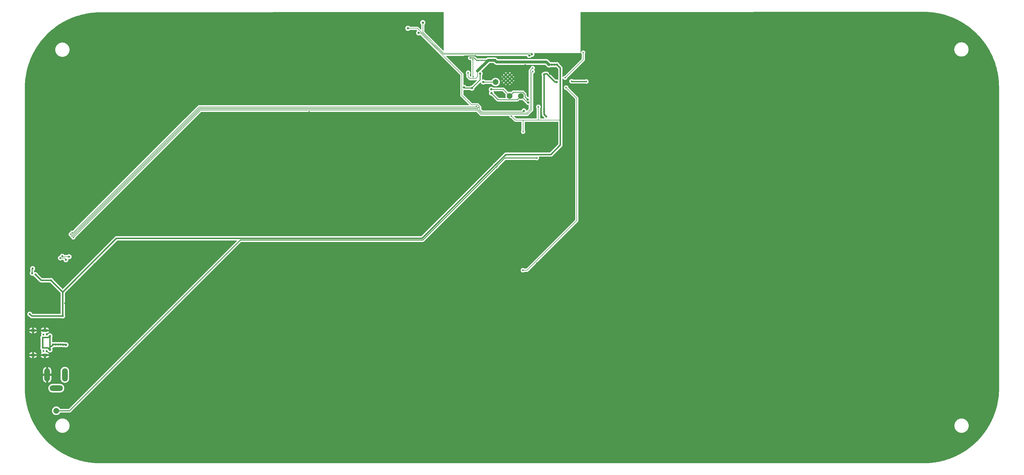
<source format=gbr>
%TF.GenerationSoftware,KiCad,Pcbnew,7.0.7*%
%TF.CreationDate,2023-09-23T02:00:49+02:00*%
%TF.ProjectId,ws2812-clock,77733238-3132-42d6-936c-6f636b2e6b69,rev?*%
%TF.SameCoordinates,Original*%
%TF.FileFunction,Copper,L2,Bot*%
%TF.FilePolarity,Positive*%
%FSLAX46Y46*%
G04 Gerber Fmt 4.6, Leading zero omitted, Abs format (unit mm)*
G04 Created by KiCad (PCBNEW 7.0.7) date 2023-09-23 02:00:49*
%MOMM*%
%LPD*%
G01*
G04 APERTURE LIST*
%TA.AperFunction,SMDPad,CuDef*%
%ADD10C,2.000000*%
%TD*%
%TA.AperFunction,ComponentPad*%
%ADD11C,0.650000*%
%TD*%
%TA.AperFunction,ComponentPad*%
%ADD12O,2.100000X1.000000*%
%TD*%
%TA.AperFunction,ComponentPad*%
%ADD13O,1.800000X1.000000*%
%TD*%
%TA.AperFunction,ComponentPad*%
%ADD14C,2.000000*%
%TD*%
%TA.AperFunction,ComponentPad*%
%ADD15O,2.000000X4.600000*%
%TD*%
%TA.AperFunction,ComponentPad*%
%ADD16O,4.600000X2.000000*%
%TD*%
%TA.AperFunction,HeatsinkPad*%
%ADD17C,0.600000*%
%TD*%
%TA.AperFunction,ViaPad*%
%ADD18C,0.500000*%
%TD*%
%TA.AperFunction,ViaPad*%
%ADD19C,0.800000*%
%TD*%
%TA.AperFunction,ViaPad*%
%ADD20C,0.600000*%
%TD*%
%TA.AperFunction,ViaPad*%
%ADD21C,0.700000*%
%TD*%
%TA.AperFunction,Conductor*%
%ADD22C,0.250000*%
%TD*%
%TA.AperFunction,Conductor*%
%ADD23C,0.200000*%
%TD*%
%TA.AperFunction,Conductor*%
%ADD24C,1.000000*%
%TD*%
%TA.AperFunction,Conductor*%
%ADD25C,0.500000*%
%TD*%
%TA.AperFunction,Conductor*%
%ADD26C,0.300000*%
%TD*%
%TA.AperFunction,Conductor*%
%ADD27C,0.400000*%
%TD*%
%TA.AperFunction,Conductor*%
%ADD28C,0.160000*%
%TD*%
%TA.AperFunction,Conductor*%
%ADD29C,0.150000*%
%TD*%
%TA.AperFunction,Conductor*%
%ADD30C,0.130000*%
%TD*%
G04 APERTURE END LIST*
D10*
%TO.P,TP3,1,1*%
%TO.N,/LEDS*%
X190020000Y-73660000D03*
%TD*%
%TO.P,TP2,1,1*%
%TO.N,/SCL*%
X198930000Y-78520000D03*
%TD*%
%TO.P,TP1,1,1*%
%TO.N,/SDA*%
X194970000Y-78520000D03*
%TD*%
D11*
%TO.P,USBC1,*%
%TO.N,*%
X31457500Y-162265000D03*
X31457500Y-168045000D03*
D12*
%TO.P,USBC1,1,SHIELD*%
%TO.N,GND*%
X31957500Y-160835000D03*
D13*
%TO.P,USBC1,2,SHIELD*%
X27777500Y-160835000D03*
%TO.P,USBC1,3,SHIELD*%
X27777500Y-169475000D03*
D12*
%TO.P,USBC1,4,SHIELD*%
X31957500Y-169475000D03*
%TD*%
D14*
%TO.P,J1,1,Pin_1*%
%TO.N,/BARREL_JACK_STATUS*%
X35940000Y-189020000D03*
%TD*%
D15*
%TO.P,DC1,1,1*%
%TO.N,Net-(JP2-B)*%
X38950000Y-176400000D03*
%TO.P,DC1,2,2*%
%TO.N,GND*%
X32750000Y-176400000D03*
D16*
%TO.P,DC1,3,3*%
%TO.N,Net-(JP1-A)*%
X35950000Y-181100000D03*
%TD*%
D17*
%TO.P,U1,39,GND*%
%TO.N,GND*%
X192900000Y-71770000D03*
X192900000Y-73170000D03*
X193600000Y-71070000D03*
X193600000Y-72470000D03*
X193600000Y-73870000D03*
X194275000Y-71770000D03*
X194275000Y-73170000D03*
X195000000Y-71070000D03*
X195000000Y-72470000D03*
X195000000Y-73870000D03*
X195700000Y-71770000D03*
X195700000Y-73170000D03*
%TD*%
D18*
%TO.N,GND*%
X192260000Y-78020000D03*
X190360000Y-77080000D03*
D19*
%TO.N,/SDA*%
X201270000Y-79799500D03*
%TO.N,/SCL*%
X201480000Y-80830000D03*
X188590000Y-77560000D03*
%TO.N,/SDA*%
X188510000Y-76210000D03*
%TO.N,/LEDS*%
X185690000Y-73640000D03*
D20*
%TO.N,+3.3V*%
X181150000Y-65150000D03*
D18*
X199690000Y-91110000D03*
D21*
X189950000Y-102800000D03*
X188750000Y-66000000D03*
D20*
X180400000Y-70400000D03*
D21*
X34100000Y-143250000D03*
D19*
X211550000Y-67550000D03*
D20*
X205040000Y-82360000D03*
D18*
X195550000Y-85550000D03*
D21*
X28650000Y-141250000D03*
D19*
X208750000Y-67550000D03*
D21*
X38200000Y-155800000D03*
D19*
X209750000Y-67550000D03*
X210650000Y-67550000D03*
D21*
X183700000Y-69750000D03*
X26650000Y-155100000D03*
D20*
%TO.N,+5V*%
X31160000Y-166990000D03*
D21*
X207800000Y-85750000D03*
D19*
X178950000Y-75550000D03*
D20*
X216670000Y-73380000D03*
D19*
X34850000Y-165800000D03*
X35720000Y-165800000D03*
X36620000Y-165790000D03*
X207050000Y-71050000D03*
X33710000Y-162760000D03*
X39340000Y-165890000D03*
X184600000Y-70700000D03*
D20*
X31150000Y-163320000D03*
D19*
X181700000Y-75800000D03*
X38420000Y-165820000D03*
D21*
X207050000Y-83200000D03*
D19*
X211400000Y-73650000D03*
D21*
X207100000Y-85000000D03*
X27500000Y-140750000D03*
D20*
X221850000Y-73470000D03*
D21*
X27660000Y-139100500D03*
D19*
X33710000Y-167654500D03*
X37540000Y-165790000D03*
D21*
X207050000Y-84050000D03*
D20*
%TO.N,GND*%
X344190000Y-140880002D03*
X267270000Y-172599998D03*
X310320002Y-183190000D03*
X174800000Y-158099998D03*
X124400000Y-163190002D03*
X165880000Y-68640000D03*
X255030002Y-183340000D03*
X344150000Y-147470002D03*
X99560000Y-158159998D03*
X69749998Y-73400000D03*
X164610000Y-132990000D03*
X225090000Y-130240000D03*
X267290000Y-93539998D03*
X124390000Y-183040002D03*
X344180000Y-119149998D03*
X176830000Y-134260002D03*
X267730000Y-74160000D03*
X342410000Y-73649998D03*
X216640000Y-103950002D03*
X49280000Y-183070002D03*
X124370000Y-78690002D03*
X340170000Y-126870000D03*
X326570000Y-128010000D03*
X223879998Y-73520000D03*
X151510000Y-133100000D03*
X131850000Y-133130000D03*
X204510000Y-137270000D03*
X243739998Y-73520000D03*
X291750000Y-123820002D03*
X221900002Y-183290000D03*
X192700000Y-135700000D03*
X291760000Y-117150002D03*
X124420000Y-123780002D03*
X174790000Y-98919998D03*
X74000002Y-66650000D03*
X99570000Y-118739998D03*
X49270000Y-169850002D03*
X49280000Y-123900002D03*
X339430000Y-69250000D03*
X89569998Y-73390000D03*
X136240002Y-183310000D03*
X99560000Y-134459998D03*
X93800002Y-66650000D03*
X216630000Y-163180002D03*
X80600002Y-66650000D03*
X313440000Y-127860000D03*
X293690000Y-76060000D03*
X237179998Y-73530000D03*
X124400000Y-97350002D03*
X241750002Y-183320000D03*
X267280000Y-152719998D03*
X124380000Y-110750002D03*
X267260000Y-139439998D03*
X344160000Y-160720002D03*
X132810000Y-68620000D03*
X49290000Y-143440002D03*
X159290000Y-68650000D03*
X174800000Y-171339998D03*
X174800000Y-177959998D03*
X266760000Y-186360002D03*
X57239998Y-132850000D03*
X174810000Y-85699998D03*
X49270000Y-156660002D03*
X126210000Y-72219998D03*
X297090002Y-183290000D03*
X50450002Y-83130000D03*
X251540000Y-130170000D03*
X90259998Y-132880000D03*
X267270000Y-146129998D03*
X333330000Y-127850000D03*
X203870000Y-142610002D03*
X188220000Y-123930000D03*
X76349998Y-73400000D03*
X176050000Y-70450000D03*
X124410000Y-169830002D03*
X229750000Y-52500000D03*
X129630002Y-183310000D03*
X174780000Y-112109998D03*
D18*
X204020000Y-88310000D03*
D20*
X216610000Y-143390002D03*
X216680000Y-117260002D03*
X146080000Y-68660000D03*
X291770000Y-182940002D03*
X63149998Y-73450000D03*
X244900000Y-130250000D03*
X70469998Y-132840000D03*
X231670000Y-130230000D03*
X38949500Y-151280000D03*
X261650002Y-183330000D03*
X99600000Y-79089998D03*
X214850000Y-122459998D03*
X316910002Y-183220000D03*
X300200000Y-127860000D03*
X336730002Y-183260000D03*
X161450000Y-50550000D03*
X142800002Y-183280000D03*
X193020000Y-116880000D03*
X267240000Y-100219998D03*
D21*
X214100000Y-70650000D03*
D20*
X175583174Y-184133174D03*
X320000000Y-127910000D03*
X267290000Y-106709998D03*
X323520002Y-183230000D03*
X99550000Y-98879998D03*
X200630000Y-65370000D03*
X313480000Y-68780000D03*
X157350000Y-51550000D03*
X138270000Y-133080000D03*
X344190000Y-180590002D03*
X176810000Y-121470002D03*
X174810000Y-138269998D03*
X50332463Y-103380087D03*
X200410000Y-67600000D03*
X126830000Y-127140000D03*
X159350000Y-53000000D03*
X333370000Y-68860000D03*
X216660000Y-110780002D03*
X35670000Y-157290000D03*
X267280000Y-113489998D03*
X216660000Y-169650002D03*
X267240000Y-179029998D03*
X267280000Y-120079998D03*
X94170002Y-183170000D03*
X216600000Y-176510002D03*
X203750000Y-123910002D03*
X235130002Y-183330000D03*
X291880000Y-84200002D03*
X340709998Y-185020000D03*
X216690000Y-138000002D03*
X192050000Y-143020000D03*
X51309913Y-131767537D03*
X342380000Y-93499998D03*
X31500000Y-158000000D03*
X124410000Y-137120002D03*
X174810000Y-144859998D03*
X344220000Y-105949998D03*
X344220000Y-134260002D03*
X269130000Y-134340002D03*
X124390000Y-176460002D03*
X306880000Y-127870000D03*
X342380000Y-86979998D03*
X342380000Y-100049998D03*
X177850000Y-68150000D03*
X124380000Y-103990002D03*
X32770000Y-129680000D03*
X174300000Y-68850000D03*
X49260000Y-117310002D03*
X188550000Y-80400000D03*
X216658298Y-97427789D03*
X95359998Y-73340000D03*
X124430000Y-90910002D03*
X83679998Y-132880000D03*
X63829998Y-132840000D03*
X291810446Y-176409136D03*
D19*
X47488858Y-193281592D03*
D20*
X87520002Y-183130000D03*
X238310000Y-130160000D03*
X216610000Y-156480002D03*
X178200000Y-65300000D03*
X99600000Y-105509998D03*
X127029998Y-66620000D03*
X257009998Y-73500000D03*
X267270000Y-80319998D03*
X172130000Y-129460000D03*
X344200000Y-112549998D03*
X99550000Y-151499998D03*
X203690000Y-118130002D03*
X258190000Y-130240000D03*
X77079998Y-132860000D03*
X99580000Y-144949998D03*
D19*
X46852462Y-193917990D03*
D20*
X124680000Y-84149500D03*
X344160000Y-167350002D03*
X250399998Y-73530000D03*
X291780000Y-149910002D03*
X216750000Y-84300002D03*
X99590000Y-73829998D03*
X67400002Y-66650000D03*
X27930000Y-152180000D03*
X54200000Y-66650000D03*
X50103174Y-175933174D03*
X100353174Y-183953174D03*
X267230000Y-165979998D03*
X320140000Y-68780000D03*
X82999998Y-73400000D03*
X216620000Y-149850002D03*
X99570000Y-112099998D03*
X49290000Y-163260002D03*
X330130002Y-183230000D03*
X300210000Y-68760000D03*
D19*
X46230209Y-194526102D03*
D20*
X223650000Y-50500000D03*
X216580000Y-183130002D03*
X169340002Y-183340000D03*
X200990000Y-78150000D03*
X291800000Y-97420002D03*
X56499998Y-73400000D03*
X60750000Y-66650000D03*
X174810000Y-105509998D03*
X306830000Y-68740000D03*
X230499998Y-73540000D03*
X149410002Y-183370000D03*
X218390000Y-130150000D03*
X291800000Y-137200002D03*
X99620000Y-85699998D03*
X87250002Y-66700000D03*
X54520002Y-183140000D03*
X228510002Y-183290000D03*
X74370002Y-183130000D03*
X50440002Y-89740000D03*
X183000000Y-64500000D03*
X342380000Y-80299998D03*
X157790000Y-133020000D03*
X174794739Y-92299165D03*
X162710002Y-183310000D03*
X291820000Y-90830002D03*
X139470000Y-68680000D03*
X124390000Y-117240002D03*
X99580000Y-171319998D03*
X248380002Y-183300000D03*
X49260000Y-150040002D03*
D21*
X209100000Y-70750000D03*
D20*
X303570002Y-183230000D03*
X294170000Y-66830000D03*
X344190000Y-154130002D03*
X124430000Y-143370002D03*
X99610000Y-177949998D03*
X50440002Y-77560000D03*
X124390000Y-156510002D03*
X175000000Y-69800000D03*
X265150000Y-130930000D03*
X291870000Y-143350002D03*
X67710002Y-183130000D03*
X49230000Y-137550002D03*
D21*
X209000000Y-65300000D03*
D20*
X174880000Y-164699998D03*
X293620000Y-127820000D03*
D21*
X192430000Y-86000000D03*
D20*
X188450000Y-67250000D03*
X344170000Y-173930002D03*
X291770000Y-104090002D03*
X291760000Y-110650002D03*
X144960000Y-133060000D03*
X174780000Y-151489998D03*
X124420000Y-149810002D03*
X61180002Y-183190000D03*
X80920002Y-183130000D03*
X326730000Y-68760000D03*
X267300000Y-159419998D03*
X50093174Y-110303174D03*
X262379998Y-73510000D03*
X291780000Y-156560002D03*
X100450002Y-66650000D03*
X174790000Y-78979998D03*
X99560000Y-164779998D03*
X99570000Y-92389998D03*
X50460002Y-96320000D03*
X156090002Y-183300000D03*
X291810000Y-169860002D03*
X291800000Y-163330002D03*
X216690000Y-90730002D03*
X267250000Y-86999998D03*
X152730000Y-68650000D03*
X100580000Y-138550000D03*
D18*
%TO.N,/EN*%
X183900000Y-82600500D03*
X182100000Y-65750000D03*
X182124414Y-71875586D03*
X41000000Y-127098346D03*
D20*
%TO.N,Net-(D120-DOUT)*%
X199600000Y-139700000D03*
X214750000Y-75600000D03*
D21*
%TO.N,/ESP_RX*%
X38033141Y-134782641D03*
X40450000Y-134950000D03*
D18*
X41900000Y-128200000D03*
X203050000Y-69950000D03*
%TO.N,/ESP_TX*%
X41470547Y-127647846D03*
X203050000Y-68750000D03*
D21*
X39300500Y-136050000D03*
X37397097Y-135418685D03*
D18*
%TO.N,/IO0*%
X41538796Y-126548846D03*
X183350500Y-82163524D03*
D19*
%TO.N,/AP_STATUS_LED*%
X199950000Y-83800000D03*
X163050000Y-56400000D03*
%TO.N,/STA_STATUS_LED*%
X201831035Y-64314616D03*
X159250000Y-54800000D03*
D18*
%TO.N,/ALARM_STATUS_LED*%
X214400000Y-72150000D03*
X220784770Y-63284770D03*
D19*
%TO.N,/TOGGLE_AP*%
X164500000Y-52800000D03*
X202752901Y-63928394D03*
D20*
%TO.N,/BARREL_JACK_STATUS*%
X204460000Y-100320000D03*
%TD*%
D22*
%TO.N,/SDA*%
X200365000Y-78894500D02*
X201270000Y-79799500D01*
X200365000Y-78081167D02*
X200365000Y-78894500D01*
X199478833Y-77195000D02*
X200365000Y-78081167D01*
X196295000Y-77195000D02*
X199478833Y-77195000D01*
X194970000Y-78520000D02*
X196295000Y-77195000D01*
%TO.N,/SCL*%
X201240000Y-80830000D02*
X201480000Y-80830000D01*
X198930000Y-78520000D02*
X201240000Y-80830000D01*
X190875000Y-79845000D02*
X188590000Y-77560000D01*
X197605000Y-79845000D02*
X190875000Y-79845000D01*
X198930000Y-78520000D02*
X197605000Y-79845000D01*
%TO.N,/SDA*%
X192660000Y-76210000D02*
X188510000Y-76210000D01*
X194970000Y-78520000D02*
X192660000Y-76210000D01*
%TO.N,/LEDS*%
X190020000Y-73660000D02*
X185710000Y-73660000D01*
X185710000Y-73660000D02*
X185690000Y-73640000D01*
D23*
%TO.N,+3.3V*%
X205040000Y-86990000D02*
X205050000Y-87000000D01*
D24*
X190360000Y-66600000D02*
X207800000Y-66600000D01*
D23*
X205050000Y-87000000D02*
X212750000Y-87000000D01*
D25*
X209400000Y-99100000D02*
X212750000Y-95750000D01*
X38199500Y-147350500D02*
X38199500Y-155799500D01*
D23*
X180400000Y-71750000D02*
X180400000Y-70400000D01*
D25*
X57050000Y-128500000D02*
X141050000Y-128500000D01*
X189950000Y-102800000D02*
X193650000Y-99100000D01*
D24*
X187450000Y-66000000D02*
X183700000Y-69750000D01*
D25*
X141050000Y-128500000D02*
X164250000Y-128500000D01*
X212750000Y-95750000D02*
X212750000Y-87000000D01*
X193650000Y-99100000D02*
X209400000Y-99100000D01*
D23*
X199620000Y-87000000D02*
X205050000Y-87000000D01*
D24*
X189760000Y-66000000D02*
X190360000Y-66600000D01*
D25*
X27350000Y-155800000D02*
X38200000Y-155800000D01*
D24*
X207800000Y-66600000D02*
X208750000Y-67550000D01*
D25*
X26650000Y-155100000D02*
X27350000Y-155800000D01*
D26*
X183350000Y-66000000D02*
X188750000Y-66000000D01*
D23*
X183024414Y-72425586D02*
X181075586Y-72425586D01*
D24*
X188750000Y-66000000D02*
X189760000Y-66000000D01*
X188750000Y-66000000D02*
X187450000Y-66000000D01*
D25*
X38200000Y-147350000D02*
X57050000Y-128500000D01*
X28650000Y-141250000D02*
X30650000Y-143250000D01*
X212750000Y-87000000D02*
X212750000Y-81850000D01*
D23*
X199690000Y-91110000D02*
X199690000Y-87070000D01*
D26*
X181150000Y-65150000D02*
X182500000Y-65150000D01*
X182500000Y-65150000D02*
X183350000Y-66000000D01*
D25*
X38199500Y-155799500D02*
X38200000Y-155800000D01*
D23*
X195550000Y-85550000D02*
X197000000Y-87000000D01*
D25*
X34100000Y-143250000D02*
X38200000Y-147350000D01*
D23*
X183700000Y-69750000D02*
X183700000Y-71750000D01*
D25*
X164250000Y-128500000D02*
X189950000Y-102800000D01*
D23*
X181075586Y-72425586D02*
X180400000Y-71750000D01*
D25*
X212750000Y-68750000D02*
X211550000Y-67550000D01*
X38200000Y-147350000D02*
X38199500Y-147350500D01*
D23*
X183700000Y-71750000D02*
X183024414Y-72425586D01*
X199690000Y-87070000D02*
X199620000Y-87000000D01*
D25*
X212750000Y-81850000D02*
X212750000Y-68750000D01*
X30650000Y-143250000D02*
X34100000Y-143250000D01*
X211550000Y-67550000D02*
X208750000Y-67550000D01*
D23*
X197000000Y-87000000D02*
X199620000Y-87000000D01*
X205040000Y-82360000D02*
X205040000Y-86990000D01*
D26*
%TO.N,+5V*%
X179200000Y-75800000D02*
X181700000Y-75800000D01*
D25*
X33045500Y-166990000D02*
X31160000Y-166990000D01*
X33150000Y-163320000D02*
X31150000Y-163320000D01*
D26*
X184600000Y-72900000D02*
X181700000Y-75800000D01*
D25*
X37530000Y-165800000D02*
X37540000Y-165790000D01*
X39070000Y-165800000D02*
X39160000Y-165890000D01*
X207100000Y-85050000D02*
X207800000Y-85750000D01*
D26*
X27500000Y-140750000D02*
X27500000Y-139260500D01*
D27*
X216670000Y-73380000D02*
X216760000Y-73470000D01*
D25*
X207360000Y-70740000D02*
X207958629Y-70740000D01*
D26*
X184600000Y-70700000D02*
X184600000Y-72900000D01*
X27500000Y-139260500D02*
X27660000Y-139100500D01*
D25*
X37540000Y-165790000D02*
X37550000Y-165800000D01*
X34250000Y-166400000D02*
X34850000Y-165800000D01*
X33710000Y-162760000D02*
X33150000Y-163320000D01*
X207100000Y-85000000D02*
X207100000Y-85050000D01*
X33710000Y-166400000D02*
X33710000Y-162760000D01*
X36630000Y-165800000D02*
X37530000Y-165800000D01*
D23*
X31160000Y-163330000D02*
X31150000Y-163320000D01*
D25*
X39340000Y-166070000D02*
X39090000Y-165820000D01*
X38440000Y-165800000D02*
X39070000Y-165800000D01*
X39160000Y-165890000D02*
X39340000Y-165890000D01*
X34850000Y-165800000D02*
X35720000Y-165800000D01*
X33710000Y-166400000D02*
X34250000Y-166400000D01*
X207050000Y-84050000D02*
X207050000Y-85000000D01*
X207958629Y-70740000D02*
X210868629Y-73650000D01*
X38400000Y-165800000D02*
X38420000Y-165820000D01*
X207050000Y-71050000D02*
X207050000Y-83200000D01*
X207050000Y-85000000D02*
X207100000Y-85000000D01*
D26*
X178950000Y-75550000D02*
X179200000Y-75800000D01*
D25*
X37550000Y-165800000D02*
X38400000Y-165800000D01*
X35720000Y-165800000D02*
X36610000Y-165800000D01*
X31160000Y-166990000D02*
X31160000Y-163330000D01*
X207050000Y-85000000D02*
X207050000Y-85000000D01*
X210868629Y-73650000D02*
X211400000Y-73650000D01*
D27*
X216760000Y-73470000D02*
X221850000Y-73470000D01*
D25*
X36620000Y-165790000D02*
X36630000Y-165800000D01*
X39340000Y-165890000D02*
X39340000Y-166070000D01*
X207050000Y-71050000D02*
X207360000Y-70740000D01*
X207050000Y-83200000D02*
X207050000Y-84050000D01*
X33710000Y-167654500D02*
X33045500Y-166990000D01*
X38420000Y-165820000D02*
X38440000Y-165800000D01*
X33710000Y-167654500D02*
X33710000Y-166400000D01*
X36610000Y-165800000D02*
X36620000Y-165790000D01*
D26*
%TO.N,GND*%
X293690000Y-76060000D02*
X294170000Y-75580000D01*
X178200000Y-65300000D02*
X178200000Y-67800000D01*
X179000000Y-64500000D02*
X183000000Y-64500000D01*
X126210000Y-67439998D02*
X127029998Y-66620000D01*
X126210000Y-72219998D02*
X126210000Y-67439998D01*
X178200000Y-67800000D02*
X177850000Y-68150000D01*
X294170000Y-75580000D02*
X294170000Y-66830000D01*
X178200000Y-65300000D02*
X179000000Y-64500000D01*
D27*
X208930000Y-65370000D02*
X209000000Y-65300000D01*
X200630000Y-65370000D02*
X208930000Y-65370000D01*
D23*
%TO.N,/EN*%
X44984314Y-123984314D02*
X86218628Y-82750000D01*
X86218628Y-82750000D02*
X90200000Y-82750000D01*
X90200000Y-82750000D02*
X183750500Y-82750000D01*
X41870282Y-127098346D02*
X41884314Y-127084314D01*
X183750500Y-82750000D02*
X183900000Y-82600500D01*
X182100000Y-71851172D02*
X182124414Y-71875586D01*
X182100000Y-65750000D02*
X182100000Y-71851172D01*
X41000000Y-127098346D02*
X41870282Y-127098346D01*
X41884314Y-127084314D02*
X44984314Y-123984314D01*
D28*
%TO.N,Net-(D120-DOUT)*%
X218500000Y-122250000D02*
X218500000Y-79350000D01*
X218500000Y-79350000D02*
X214750000Y-75600000D01*
X201050000Y-139700000D02*
X218500000Y-122250000D01*
X199600000Y-139700000D02*
X201050000Y-139700000D01*
D23*
%TO.N,/ESP_RX*%
X86550000Y-83550000D02*
X183505996Y-83550000D01*
X184905996Y-84950000D02*
X201100000Y-84950000D01*
X41900000Y-128200000D02*
X86550000Y-83550000D01*
X183505996Y-83550000D02*
X184905996Y-84950000D01*
X201100000Y-84950000D02*
X202650000Y-83400000D01*
X202650000Y-70350000D02*
X203050000Y-69950000D01*
X38200500Y-134950000D02*
X40450000Y-134950000D01*
X202650000Y-83400000D02*
X202650000Y-70350000D01*
X38033141Y-134782641D02*
X38200500Y-134950000D01*
%TO.N,/ESP_TX*%
X202250000Y-83234314D02*
X200934314Y-84550000D01*
X203050000Y-68750000D02*
X202250000Y-69550000D01*
X185071682Y-84550000D02*
X183671682Y-83150000D01*
X37749946Y-135418685D02*
X37763902Y-135432641D01*
X39300500Y-135850500D02*
X39300500Y-136050000D01*
X183671682Y-83150000D02*
X86384314Y-83150000D01*
X41886468Y-127647846D02*
X41470547Y-127647846D01*
X38882641Y-135432641D02*
X39300500Y-135850500D01*
X37763902Y-135432641D02*
X38882641Y-135432641D01*
X200934314Y-84550000D02*
X185071682Y-84550000D01*
X86384314Y-83150000D02*
X41886468Y-127647846D01*
X202250000Y-69550000D02*
X202250000Y-83234314D01*
X37397097Y-135418685D02*
X37749946Y-135418685D01*
%TO.N,/IO0*%
X182350000Y-82350000D02*
X160200000Y-82350000D01*
X183200000Y-82350000D02*
X182350000Y-82350000D01*
X102250000Y-82350000D02*
X86052942Y-82350000D01*
X81526471Y-86876471D02*
X65451471Y-102951471D01*
X183350500Y-82163524D02*
X183350500Y-82199500D01*
X183350500Y-82199500D02*
X183200000Y-82350000D01*
X41854096Y-126548846D02*
X41538796Y-126548846D01*
X131000000Y-82350000D02*
X102250000Y-82350000D01*
X160200000Y-82350000D02*
X131000000Y-82350000D01*
X86052942Y-82350000D02*
X81526471Y-86876471D01*
X65451471Y-102951471D02*
X42701471Y-125701471D01*
X42701471Y-125701471D02*
X41854096Y-126548846D01*
D29*
%TO.N,/AP_STATUS_LED*%
X163682268Y-56400000D02*
X163050000Y-56400000D01*
X199575000Y-84175000D02*
X185227012Y-84175000D01*
X184425000Y-82383037D02*
X183680487Y-81638524D01*
X183680487Y-81638524D02*
X181533929Y-81638524D01*
X178200000Y-70917732D02*
X163682268Y-56400000D01*
X199950000Y-83800000D02*
X199575000Y-84175000D01*
X181533929Y-81638524D02*
X178200000Y-78304595D01*
X178200000Y-78304595D02*
X178200000Y-70917732D01*
X184425000Y-83372988D02*
X184425000Y-82383037D01*
X185227012Y-84175000D02*
X184425000Y-83372988D01*
%TO.N,/STA_STATUS_LED*%
X162577242Y-54800000D02*
X159250000Y-54800000D01*
X201406419Y-63890000D02*
X171667241Y-63890000D01*
X201831035Y-64314616D02*
X201406419Y-63890000D01*
X171667241Y-63890000D02*
X162577242Y-54800000D01*
D30*
%TO.N,/ALARM_STATUS_LED*%
X220784770Y-65765230D02*
X214400000Y-72150000D01*
X220784770Y-63284770D02*
X220784770Y-65765230D01*
%TO.N,/TOGGLE_AP*%
X164500000Y-56241926D02*
X164500000Y-52800000D01*
X171808074Y-63550000D02*
X164500000Y-56241926D01*
X202374507Y-63550000D02*
X171808074Y-63550000D01*
X202752901Y-63928394D02*
X202374507Y-63550000D01*
D26*
%TO.N,/BARREL_JACK_STATUS*%
X35940000Y-189020000D02*
X40580000Y-189020000D01*
X193278528Y-100320000D02*
X204460000Y-100320000D01*
X100500000Y-129100000D02*
X164498528Y-129100000D01*
X190650000Y-103089950D02*
X190650000Y-102948528D01*
X40580000Y-189020000D02*
X100500000Y-129100000D01*
X190650000Y-102948528D02*
X193278528Y-100320000D01*
X164498528Y-129100000D02*
X190098528Y-103500000D01*
X190098528Y-103500000D02*
X190239950Y-103500000D01*
X190239950Y-103500000D02*
X190650000Y-103089950D01*
%TD*%
%TA.AperFunction,Conductor*%
%TO.N,GND*%
G36*
X341211173Y-49019872D02*
G01*
X341912421Y-49060215D01*
X342232861Y-49079113D01*
X342861823Y-49139541D01*
X343251862Y-49177957D01*
X343847928Y-49258367D01*
X344266290Y-49316233D01*
X344842225Y-49416523D01*
X345274558Y-49493728D01*
X345836001Y-49613816D01*
X346275131Y-49710164D01*
X346824645Y-49849909D01*
X347266585Y-49965232D01*
X347805320Y-50124439D01*
X348247343Y-50258525D01*
X348775778Y-50436964D01*
X349216020Y-50589626D01*
X349734431Y-50787108D01*
X350171080Y-50958009D01*
X350679382Y-51174282D01*
X351111118Y-51363127D01*
X351608982Y-51597870D01*
X351664958Y-51625020D01*
X352034776Y-51804395D01*
X352521889Y-52057313D01*
X352820587Y-52216969D01*
X352940506Y-52281067D01*
X353205340Y-52431722D01*
X353416554Y-52551875D01*
X353440833Y-52566105D01*
X353827161Y-52792536D01*
X354012838Y-52907792D01*
X354291540Y-53080792D01*
X354693234Y-53337933D01*
X354900584Y-53477921D01*
X355145632Y-53643360D01*
X355537452Y-53916443D01*
X355931181Y-54204815D01*
X355977371Y-54238645D01*
X356358647Y-54527264D01*
X356785466Y-54865734D01*
X357155491Y-55169405D01*
X357358399Y-55343378D01*
X357568780Y-55523759D01*
X357767674Y-55700500D01*
X357926801Y-55841903D01*
X358078804Y-55982683D01*
X358326121Y-56211741D01*
X358671427Y-56543746D01*
X359056253Y-56928572D01*
X359388258Y-57273878D01*
X359412915Y-57300500D01*
X359743528Y-57657469D01*
X359758089Y-57673190D01*
X360076229Y-58031205D01*
X360403295Y-58412669D01*
X360430578Y-58444489D01*
X360734254Y-58814519D01*
X361072741Y-59241359D01*
X361361354Y-59622628D01*
X361577089Y-59917182D01*
X361661916Y-60033001D01*
X361683552Y-60062541D01*
X361705885Y-60094584D01*
X361956639Y-60454367D01*
X362262067Y-60906766D01*
X362312095Y-60984917D01*
X362519207Y-61308459D01*
X362807462Y-61772836D01*
X362860980Y-61864146D01*
X363048124Y-62183445D01*
X363318928Y-62659485D01*
X363542686Y-63078110D01*
X363795611Y-63565236D01*
X364002129Y-63991017D01*
X364236872Y-64488881D01*
X364425717Y-64920617D01*
X364641990Y-65428919D01*
X364812910Y-65865617D01*
X365010365Y-66383956D01*
X365163038Y-66824228D01*
X365341466Y-67352632D01*
X365404231Y-67559540D01*
X365475582Y-67794751D01*
X365634767Y-68333416D01*
X365750098Y-68775386D01*
X365848457Y-69162158D01*
X365873928Y-69262317D01*
X365889835Y-69324865D01*
X365986184Y-69764002D01*
X366106271Y-70325441D01*
X366183476Y-70757774D01*
X366283766Y-71333709D01*
X366341642Y-71752145D01*
X366422040Y-72348121D01*
X366460477Y-72738369D01*
X366520885Y-73367136D01*
X366539811Y-73688062D01*
X366580128Y-74388827D01*
X366599499Y-75399971D01*
X366621534Y-121958186D01*
X366649500Y-181049500D01*
X366649500Y-181050000D01*
X366630128Y-182061173D01*
X366589811Y-182761937D01*
X366570885Y-183082863D01*
X366510477Y-183711630D01*
X366472040Y-184101878D01*
X366391642Y-184697854D01*
X366333766Y-185116290D01*
X366233476Y-185692225D01*
X366156271Y-186124558D01*
X366036184Y-186685997D01*
X365939835Y-187125134D01*
X365800098Y-187674613D01*
X365684767Y-188116583D01*
X365525582Y-188655248D01*
X365391467Y-189097366D01*
X365213038Y-189625771D01*
X365060365Y-190066043D01*
X364862910Y-190584382D01*
X364691990Y-191021080D01*
X364475717Y-191529382D01*
X364286872Y-191961118D01*
X364052129Y-192458982D01*
X363845611Y-192884763D01*
X363592686Y-193371889D01*
X363368928Y-193790514D01*
X363098124Y-194266554D01*
X362857469Y-194677152D01*
X362569207Y-195141540D01*
X362312070Y-195543229D01*
X362006639Y-195995632D01*
X361733555Y-196387454D01*
X361411354Y-196827371D01*
X361122741Y-197208640D01*
X360784268Y-197635463D01*
X360639604Y-197811736D01*
X360480584Y-198005503D01*
X360126233Y-198418789D01*
X359808089Y-198776809D01*
X359438258Y-199176121D01*
X359106253Y-199521427D01*
X358721427Y-199906253D01*
X358376121Y-200238258D01*
X357976809Y-200608089D01*
X357618789Y-200926233D01*
X357205503Y-201280584D01*
X357011736Y-201439604D01*
X356835463Y-201584268D01*
X356408640Y-201922741D01*
X356027371Y-202211354D01*
X355587454Y-202533555D01*
X355195632Y-202806639D01*
X354743229Y-203112070D01*
X354341540Y-203369207D01*
X353877152Y-203657469D01*
X353466554Y-203898124D01*
X352990514Y-204168928D01*
X352571889Y-204392686D01*
X352084763Y-204645611D01*
X351658982Y-204852129D01*
X351161118Y-205086872D01*
X350729382Y-205275717D01*
X350221080Y-205491990D01*
X349784382Y-205662910D01*
X349266043Y-205860365D01*
X348825771Y-206013038D01*
X348297366Y-206191467D01*
X347855248Y-206325582D01*
X347316583Y-206484767D01*
X346874613Y-206600098D01*
X346325134Y-206739835D01*
X345885997Y-206836184D01*
X345324558Y-206956271D01*
X344892225Y-207033476D01*
X344316290Y-207133766D01*
X343897854Y-207191642D01*
X343301878Y-207272040D01*
X342911630Y-207310477D01*
X342282863Y-207370885D01*
X341961937Y-207389811D01*
X341261173Y-207430128D01*
X340250000Y-207449500D01*
X51300000Y-207449500D01*
X50288827Y-207430128D01*
X50288826Y-207430128D01*
X49588062Y-207389811D01*
X49267136Y-207370885D01*
X48638369Y-207310477D01*
X48248121Y-207272040D01*
X47652145Y-207191642D01*
X47233709Y-207133766D01*
X46657774Y-207033476D01*
X46225441Y-206956271D01*
X45664002Y-206836184D01*
X45224865Y-206739835D01*
X44675386Y-206600098D01*
X44233416Y-206484767D01*
X43694751Y-206325582D01*
X43252633Y-206191467D01*
X42724228Y-206013038D01*
X42283956Y-205860365D01*
X41765617Y-205662910D01*
X41328919Y-205491990D01*
X40820617Y-205275717D01*
X40388881Y-205086872D01*
X39891017Y-204852129D01*
X39465236Y-204645611D01*
X38978110Y-204392686D01*
X38559485Y-204168928D01*
X38083445Y-203898124D01*
X37815120Y-203740856D01*
X37672836Y-203657462D01*
X37208459Y-203369207D01*
X36806770Y-203112070D01*
X36354367Y-202806639D01*
X35962545Y-202533555D01*
X35522628Y-202211354D01*
X35141359Y-201922741D01*
X34714519Y-201584254D01*
X34344489Y-201280578D01*
X33931210Y-200926233D01*
X33573190Y-200608089D01*
X33173878Y-200238258D01*
X32828572Y-199906253D01*
X32443746Y-199521427D01*
X32111741Y-199176121D01*
X31741910Y-198776809D01*
X31423766Y-198418789D01*
X31069415Y-198005503D01*
X30765732Y-197635463D01*
X30427249Y-197208628D01*
X30138645Y-196827371D01*
X30064844Y-196726607D01*
X29816436Y-196387443D01*
X29801084Y-196365416D01*
X29543360Y-195995632D01*
X29458218Y-195869520D01*
X29237920Y-195543215D01*
X29182737Y-195457011D01*
X28980792Y-195141540D01*
X28907399Y-195023305D01*
X28692531Y-194677152D01*
X28451875Y-194266554D01*
X28442458Y-194250000D01*
X35594556Y-194250000D01*
X35602345Y-194373815D01*
X35602467Y-194377685D01*
X35602467Y-194407125D01*
X35602468Y-194407141D01*
X35606156Y-194436340D01*
X35606522Y-194440217D01*
X35614310Y-194564005D01*
X35614311Y-194564012D01*
X35637553Y-194685852D01*
X35638162Y-194689698D01*
X35641853Y-194718915D01*
X35641857Y-194718932D01*
X35649179Y-194747447D01*
X35650029Y-194751249D01*
X35673270Y-194873083D01*
X35711593Y-194991028D01*
X35712680Y-194994769D01*
X35720004Y-195023297D01*
X35720007Y-195023305D01*
X35730851Y-195050694D01*
X35732170Y-195054358D01*
X35770497Y-195172316D01*
X35770499Y-195172321D01*
X35823306Y-195284540D01*
X35824853Y-195288116D01*
X35835695Y-195315500D01*
X35849886Y-195341314D01*
X35851653Y-195344783D01*
X35877596Y-195399912D01*
X35904463Y-195457007D01*
X35970916Y-195561721D01*
X35970920Y-195561726D01*
X35972903Y-195565080D01*
X35987085Y-195590878D01*
X35987091Y-195590887D01*
X35987093Y-195590891D01*
X36004413Y-195614730D01*
X36006594Y-195617940D01*
X36073051Y-195722661D01*
X36073053Y-195722664D01*
X36152105Y-195818222D01*
X36154492Y-195821299D01*
X36171784Y-195845100D01*
X36171809Y-195845130D01*
X36171813Y-195845135D01*
X36181832Y-195855804D01*
X36191970Y-195866601D01*
X36194545Y-195869522D01*
X36258232Y-195946505D01*
X36273610Y-195965094D01*
X36364034Y-196050008D01*
X36366769Y-196052743D01*
X36386937Y-196074220D01*
X36386942Y-196074225D01*
X36386943Y-196074226D01*
X36409635Y-196092998D01*
X36412538Y-196095557D01*
X36502970Y-196180478D01*
X36603324Y-196253389D01*
X36606380Y-196255760D01*
X36629087Y-196274545D01*
X36629096Y-196274552D01*
X36653968Y-196290335D01*
X36657173Y-196292513D01*
X36747169Y-196357898D01*
X36757520Y-196365419D01*
X36866213Y-196425173D01*
X36869567Y-196427157D01*
X36881131Y-196434495D01*
X36894425Y-196442932D01*
X36905532Y-196448158D01*
X36921068Y-196455470D01*
X36924538Y-196457238D01*
X36992915Y-196494828D01*
X37033234Y-196516994D01*
X37148574Y-196562660D01*
X37152126Y-196564197D01*
X37178752Y-196576727D01*
X37178762Y-196576731D01*
X37178779Y-196576739D01*
X37178793Y-196576743D01*
X37178809Y-196576750D01*
X37206798Y-196585843D01*
X37210447Y-196587157D01*
X37325775Y-196632819D01*
X37445921Y-196663667D01*
X37449644Y-196664749D01*
X37458422Y-196667601D01*
X37477661Y-196673852D01*
X37494491Y-196677062D01*
X37506600Y-196679373D01*
X37510374Y-196680216D01*
X37630527Y-196711066D01*
X37753578Y-196726610D01*
X37757403Y-196727217D01*
X37786341Y-196732737D01*
X37786346Y-196732738D01*
X37786354Y-196732738D01*
X37786357Y-196732739D01*
X37815769Y-196734589D01*
X37819614Y-196734953D01*
X37884767Y-196743183D01*
X37942672Y-196750499D01*
X37942682Y-196750500D01*
X38066680Y-196750500D01*
X38070575Y-196750622D01*
X38099964Y-196752472D01*
X38100000Y-196752472D01*
X38100036Y-196752472D01*
X38129422Y-196750622D01*
X38133317Y-196750500D01*
X38257318Y-196750500D01*
X38380391Y-196734952D01*
X38384227Y-196734589D01*
X38413643Y-196732739D01*
X38413646Y-196732738D01*
X38413652Y-196732738D01*
X38413655Y-196732737D01*
X38442596Y-196727217D01*
X38446416Y-196726611D01*
X38569473Y-196711066D01*
X38689652Y-196680209D01*
X38693373Y-196679377D01*
X38722339Y-196673852D01*
X38750378Y-196664741D01*
X38754043Y-196663676D01*
X38874225Y-196632819D01*
X38989575Y-196587148D01*
X38993208Y-196585841D01*
X39021221Y-196576739D01*
X39047876Y-196564195D01*
X39051412Y-196562665D01*
X39166766Y-196516994D01*
X39275499Y-196457217D01*
X39278902Y-196455483D01*
X39305575Y-196442932D01*
X39330445Y-196427148D01*
X39333766Y-196425184D01*
X39442484Y-196365416D01*
X39542830Y-196292509D01*
X39546031Y-196290334D01*
X39570916Y-196274542D01*
X39593635Y-196255747D01*
X39596655Y-196253404D01*
X39697030Y-196180478D01*
X39787494Y-196095526D01*
X39790329Y-196093027D01*
X39813060Y-196074223D01*
X39833261Y-196052710D01*
X39835932Y-196050039D01*
X39926390Y-195965094D01*
X40005485Y-195869484D01*
X40008003Y-195866628D01*
X40028187Y-195845135D01*
X40028201Y-195845115D01*
X40028209Y-195845106D01*
X40045514Y-195821288D01*
X40047872Y-195818247D01*
X40126947Y-195722663D01*
X40193440Y-195617885D01*
X40195564Y-195614761D01*
X40212907Y-195590891D01*
X40227116Y-195565044D01*
X40229059Y-195561759D01*
X40295537Y-195457007D01*
X40348353Y-195344766D01*
X40350096Y-195341343D01*
X40364304Y-195315501D01*
X40375160Y-195288079D01*
X40376668Y-195284594D01*
X40429503Y-195172315D01*
X40467845Y-195054310D01*
X40469148Y-195050694D01*
X40479992Y-195023306D01*
X40487319Y-194994769D01*
X40488395Y-194991063D01*
X40526731Y-194873079D01*
X40549980Y-194751199D01*
X40550820Y-194747447D01*
X40558146Y-194718916D01*
X40561840Y-194689668D01*
X40562439Y-194685885D01*
X40585688Y-194564015D01*
X40585688Y-194564012D01*
X40585689Y-194564009D01*
X40588753Y-194515289D01*
X40593477Y-194440197D01*
X40593842Y-194436347D01*
X40597532Y-194407138D01*
X40597533Y-194407131D01*
X40598167Y-194366716D01*
X40598278Y-194363886D01*
X40605444Y-194250000D01*
X350944556Y-194250000D01*
X350952345Y-194373815D01*
X350952467Y-194377685D01*
X350952467Y-194407125D01*
X350952468Y-194407141D01*
X350956156Y-194436340D01*
X350956522Y-194440217D01*
X350964310Y-194564005D01*
X350964311Y-194564012D01*
X350987553Y-194685852D01*
X350988162Y-194689698D01*
X350991853Y-194718915D01*
X350991857Y-194718932D01*
X350999179Y-194747447D01*
X351000029Y-194751249D01*
X351023270Y-194873083D01*
X351061593Y-194991028D01*
X351062680Y-194994769D01*
X351070004Y-195023297D01*
X351070007Y-195023305D01*
X351080851Y-195050694D01*
X351082170Y-195054358D01*
X351120497Y-195172316D01*
X351120499Y-195172321D01*
X351173306Y-195284540D01*
X351174853Y-195288116D01*
X351185695Y-195315500D01*
X351199886Y-195341314D01*
X351201653Y-195344783D01*
X351227596Y-195399912D01*
X351254463Y-195457007D01*
X351320916Y-195561721D01*
X351320920Y-195561726D01*
X351322903Y-195565080D01*
X351337085Y-195590878D01*
X351337091Y-195590887D01*
X351337093Y-195590891D01*
X351354413Y-195614730D01*
X351356594Y-195617940D01*
X351423051Y-195722661D01*
X351423053Y-195722664D01*
X351502105Y-195818222D01*
X351504492Y-195821299D01*
X351521784Y-195845100D01*
X351521809Y-195845130D01*
X351521813Y-195845135D01*
X351531832Y-195855804D01*
X351541970Y-195866601D01*
X351544545Y-195869522D01*
X351608232Y-195946505D01*
X351623610Y-195965094D01*
X351714034Y-196050008D01*
X351716769Y-196052743D01*
X351736937Y-196074220D01*
X351736942Y-196074225D01*
X351736943Y-196074226D01*
X351759635Y-196092998D01*
X351762538Y-196095557D01*
X351852970Y-196180478D01*
X351953324Y-196253389D01*
X351956380Y-196255760D01*
X351979087Y-196274545D01*
X351979096Y-196274552D01*
X352003968Y-196290335D01*
X352007173Y-196292513D01*
X352097169Y-196357898D01*
X352107520Y-196365419D01*
X352216213Y-196425173D01*
X352219567Y-196427157D01*
X352231131Y-196434495D01*
X352244425Y-196442932D01*
X352255532Y-196448158D01*
X352271068Y-196455470D01*
X352274538Y-196457238D01*
X352342915Y-196494828D01*
X352383234Y-196516994D01*
X352498574Y-196562660D01*
X352502126Y-196564197D01*
X352528752Y-196576727D01*
X352528762Y-196576731D01*
X352528779Y-196576739D01*
X352528793Y-196576743D01*
X352528809Y-196576750D01*
X352556798Y-196585843D01*
X352560447Y-196587157D01*
X352675775Y-196632819D01*
X352795921Y-196663667D01*
X352799644Y-196664749D01*
X352808422Y-196667601D01*
X352827661Y-196673852D01*
X352844491Y-196677062D01*
X352856600Y-196679373D01*
X352860374Y-196680216D01*
X352980527Y-196711066D01*
X353103578Y-196726610D01*
X353107403Y-196727217D01*
X353136341Y-196732737D01*
X353136346Y-196732738D01*
X353136354Y-196732738D01*
X353136357Y-196732739D01*
X353165769Y-196734589D01*
X353169614Y-196734953D01*
X353234767Y-196743183D01*
X353292672Y-196750499D01*
X353292682Y-196750500D01*
X353416680Y-196750500D01*
X353420575Y-196750622D01*
X353449964Y-196752472D01*
X353450000Y-196752472D01*
X353450036Y-196752472D01*
X353479422Y-196750622D01*
X353483317Y-196750500D01*
X353607318Y-196750500D01*
X353730391Y-196734952D01*
X353734227Y-196734589D01*
X353763643Y-196732739D01*
X353763646Y-196732738D01*
X353763652Y-196732738D01*
X353763655Y-196732737D01*
X353792596Y-196727217D01*
X353796416Y-196726611D01*
X353919473Y-196711066D01*
X354039652Y-196680209D01*
X354043373Y-196679377D01*
X354072339Y-196673852D01*
X354100378Y-196664741D01*
X354104043Y-196663676D01*
X354224225Y-196632819D01*
X354339575Y-196587148D01*
X354343208Y-196585841D01*
X354371221Y-196576739D01*
X354397876Y-196564195D01*
X354401412Y-196562665D01*
X354516766Y-196516994D01*
X354625499Y-196457217D01*
X354628902Y-196455483D01*
X354655575Y-196442932D01*
X354680445Y-196427148D01*
X354683766Y-196425184D01*
X354792484Y-196365416D01*
X354892830Y-196292509D01*
X354896031Y-196290334D01*
X354920916Y-196274542D01*
X354943635Y-196255747D01*
X354946655Y-196253404D01*
X355047030Y-196180478D01*
X355137494Y-196095526D01*
X355140329Y-196093027D01*
X355163060Y-196074223D01*
X355183261Y-196052710D01*
X355185932Y-196050039D01*
X355276390Y-195965094D01*
X355355485Y-195869484D01*
X355358003Y-195866628D01*
X355378187Y-195845135D01*
X355378201Y-195845115D01*
X355378209Y-195845106D01*
X355395514Y-195821288D01*
X355397872Y-195818247D01*
X355476947Y-195722663D01*
X355543440Y-195617885D01*
X355545564Y-195614761D01*
X355562907Y-195590891D01*
X355577116Y-195565044D01*
X355579059Y-195561759D01*
X355645537Y-195457007D01*
X355698353Y-195344766D01*
X355700096Y-195341343D01*
X355714304Y-195315501D01*
X355725160Y-195288079D01*
X355726668Y-195284594D01*
X355779503Y-195172315D01*
X355817845Y-195054310D01*
X355819148Y-195050694D01*
X355829992Y-195023306D01*
X355837319Y-194994769D01*
X355838395Y-194991063D01*
X355876731Y-194873079D01*
X355899980Y-194751199D01*
X355900820Y-194747447D01*
X355908146Y-194718916D01*
X355911840Y-194689668D01*
X355912439Y-194685885D01*
X355935688Y-194564015D01*
X355935688Y-194564012D01*
X355935689Y-194564009D01*
X355938753Y-194515289D01*
X355943477Y-194440197D01*
X355943842Y-194436347D01*
X355947532Y-194407138D01*
X355947533Y-194407131D01*
X355948167Y-194366716D01*
X355948278Y-194363886D01*
X355955444Y-194250000D01*
X355948279Y-194136116D01*
X355948167Y-194133280D01*
X355947533Y-194092869D01*
X355947532Y-194092862D01*
X355947532Y-194092854D01*
X355943842Y-194063650D01*
X355943477Y-194059796D01*
X355939203Y-193991855D01*
X355935689Y-193935990D01*
X355935687Y-193935982D01*
X355912436Y-193814093D01*
X355911838Y-193810313D01*
X355911836Y-193810300D01*
X355908146Y-193781084D01*
X355900825Y-193752569D01*
X355899975Y-193748767D01*
X355877013Y-193628400D01*
X355876731Y-193626921D01*
X355838399Y-193508950D01*
X355837318Y-193505226D01*
X355829994Y-193476701D01*
X355829993Y-193476699D01*
X355829992Y-193476694D01*
X355819134Y-193449269D01*
X355817844Y-193445686D01*
X355779503Y-193327685D01*
X355726682Y-193215435D01*
X355725157Y-193211912D01*
X355714304Y-193184499D01*
X355714285Y-193184465D01*
X355700113Y-193158685D01*
X355698344Y-193155213D01*
X355679334Y-193114816D01*
X355645537Y-193042993D01*
X355579061Y-192938244D01*
X355577095Y-192934917D01*
X355562907Y-192909109D01*
X355545579Y-192885259D01*
X355543427Y-192882093D01*
X355476947Y-192777337D01*
X355476946Y-192777336D01*
X355476945Y-192777334D01*
X355397898Y-192681782D01*
X355395511Y-192678704D01*
X355378221Y-192654906D01*
X355378191Y-192654871D01*
X355378187Y-192654865D01*
X355364102Y-192639866D01*
X355358028Y-192633397D01*
X355355462Y-192630487D01*
X355276390Y-192534906D01*
X355276388Y-192534904D01*
X355276384Y-192534899D01*
X355185973Y-192449998D01*
X355183221Y-192447246D01*
X355181864Y-192445801D01*
X355163060Y-192425777D01*
X355163059Y-192425776D01*
X355163057Y-192425774D01*
X355163049Y-192425766D01*
X355140361Y-192406998D01*
X355137439Y-192404422D01*
X355047031Y-192319523D01*
X355047021Y-192319515D01*
X354946688Y-192246619D01*
X354943609Y-192244231D01*
X354920918Y-192225459D01*
X354920900Y-192225446D01*
X354896030Y-192209663D01*
X354892807Y-192207473D01*
X354792485Y-192134584D01*
X354683788Y-192074826D01*
X354680439Y-192072845D01*
X354656435Y-192057614D01*
X354655575Y-192057068D01*
X354655574Y-192057067D01*
X354655567Y-192057063D01*
X354628929Y-192044528D01*
X354625460Y-192042760D01*
X354516759Y-191983002D01*
X354516756Y-191983001D01*
X354401463Y-191937354D01*
X354397887Y-191935807D01*
X354371239Y-191923268D01*
X354371199Y-191923252D01*
X354343198Y-191914154D01*
X354339532Y-191912834D01*
X354224227Y-191867181D01*
X354104091Y-191836335D01*
X354100353Y-191835249D01*
X354072336Y-191826147D01*
X354043418Y-191820630D01*
X354039619Y-191819781D01*
X353919471Y-191788933D01*
X353796435Y-191773390D01*
X353792588Y-191772781D01*
X353763666Y-191767264D01*
X353763644Y-191767261D01*
X353763643Y-191767261D01*
X353763640Y-191767260D01*
X353763594Y-191767255D01*
X353734219Y-191765407D01*
X353730342Y-191765040D01*
X353607330Y-191749500D01*
X353607318Y-191749500D01*
X353483273Y-191749500D01*
X353479402Y-191749378D01*
X353454162Y-191747790D01*
X353450002Y-191747529D01*
X353449998Y-191747529D01*
X353445837Y-191747790D01*
X353420597Y-191749378D01*
X353416727Y-191749500D01*
X353292682Y-191749500D01*
X353292680Y-191749500D01*
X353292667Y-191749501D01*
X353169656Y-191765040D01*
X353165779Y-191765407D01*
X353136395Y-191767255D01*
X353136338Y-191767262D01*
X353107410Y-191772781D01*
X353103563Y-191773390D01*
X352980530Y-191788933D01*
X352980528Y-191788933D01*
X352860386Y-191819779D01*
X352856589Y-191820628D01*
X352827669Y-191826146D01*
X352827665Y-191826147D01*
X352827661Y-191826148D01*
X352817385Y-191829486D01*
X352799651Y-191835248D01*
X352795913Y-191836334D01*
X352675769Y-191867182D01*
X352560466Y-191912834D01*
X352556801Y-191914154D01*
X352528808Y-191923249D01*
X352528760Y-191923268D01*
X352502129Y-191935800D01*
X352498554Y-191937347D01*
X352383233Y-191983005D01*
X352274538Y-192042761D01*
X352271069Y-192044529D01*
X352244433Y-192057063D01*
X352244422Y-192057069D01*
X352219557Y-192072847D01*
X352216208Y-192074828D01*
X352107512Y-192134585D01*
X352107510Y-192134587D01*
X352007184Y-192207478D01*
X352003962Y-192209667D01*
X351979114Y-192225436D01*
X351979073Y-192225466D01*
X351956391Y-192244229D01*
X351953315Y-192246616D01*
X351852966Y-192319524D01*
X351852965Y-192319525D01*
X351762569Y-192404413D01*
X351759647Y-192406989D01*
X351736961Y-192425756D01*
X351736933Y-192425782D01*
X351730207Y-192432945D01*
X351716772Y-192447252D01*
X351714018Y-192450005D01*
X351623611Y-192534904D01*
X351544545Y-192630476D01*
X351541972Y-192633396D01*
X351531547Y-192644497D01*
X351521828Y-192654847D01*
X351521782Y-192654902D01*
X351504492Y-192678701D01*
X351502105Y-192681778D01*
X351423053Y-192777335D01*
X351423048Y-192777342D01*
X351356593Y-192882058D01*
X351354405Y-192885278D01*
X351337086Y-192909118D01*
X351337082Y-192909125D01*
X351322897Y-192934926D01*
X351320916Y-192938276D01*
X351254464Y-193042990D01*
X351201649Y-193155223D01*
X351199877Y-193158701D01*
X351198375Y-193161433D01*
X351185713Y-193184465D01*
X351185701Y-193184489D01*
X351185696Y-193184499D01*
X351185693Y-193184506D01*
X351185687Y-193184519D01*
X351174854Y-193211879D01*
X351173308Y-193215452D01*
X351120500Y-193327676D01*
X351120496Y-193327687D01*
X351082168Y-193445644D01*
X351080850Y-193449307D01*
X351070009Y-193476689D01*
X351070004Y-193476703D01*
X351062679Y-193505230D01*
X351061593Y-193508969D01*
X351023269Y-193626918D01*
X351023268Y-193626924D01*
X351000029Y-193748749D01*
X350999179Y-193752550D01*
X350991858Y-193781059D01*
X350991852Y-193781093D01*
X350988162Y-193810300D01*
X350987553Y-193814146D01*
X350964312Y-193935982D01*
X350964310Y-193935999D01*
X350956522Y-194059781D01*
X350956156Y-194063658D01*
X350952468Y-194092846D01*
X350952467Y-194092874D01*
X350952467Y-194122313D01*
X350952345Y-194126185D01*
X350944556Y-194250000D01*
X40605444Y-194250000D01*
X40598279Y-194136116D01*
X40598167Y-194133280D01*
X40597533Y-194092869D01*
X40597532Y-194092862D01*
X40597532Y-194092854D01*
X40593842Y-194063650D01*
X40593477Y-194059796D01*
X40589203Y-193991855D01*
X40585689Y-193935990D01*
X40585687Y-193935982D01*
X40562436Y-193814093D01*
X40561838Y-193810313D01*
X40561836Y-193810300D01*
X40558146Y-193781084D01*
X40550825Y-193752569D01*
X40549975Y-193748767D01*
X40527013Y-193628400D01*
X40526731Y-193626921D01*
X40488399Y-193508950D01*
X40487318Y-193505226D01*
X40479994Y-193476701D01*
X40479993Y-193476699D01*
X40479992Y-193476694D01*
X40469134Y-193449269D01*
X40467844Y-193445686D01*
X40429503Y-193327685D01*
X40376682Y-193215435D01*
X40375157Y-193211912D01*
X40364304Y-193184499D01*
X40364285Y-193184465D01*
X40350113Y-193158685D01*
X40348344Y-193155213D01*
X40329334Y-193114816D01*
X40295537Y-193042993D01*
X40229061Y-192938244D01*
X40227095Y-192934917D01*
X40212907Y-192909109D01*
X40195579Y-192885259D01*
X40193427Y-192882093D01*
X40126947Y-192777337D01*
X40126946Y-192777336D01*
X40126945Y-192777334D01*
X40047898Y-192681782D01*
X40045511Y-192678704D01*
X40028221Y-192654906D01*
X40028191Y-192654871D01*
X40028187Y-192654865D01*
X40014102Y-192639866D01*
X40008028Y-192633397D01*
X40005462Y-192630487D01*
X39926390Y-192534906D01*
X39926388Y-192534904D01*
X39926384Y-192534899D01*
X39835973Y-192449998D01*
X39833221Y-192447246D01*
X39831864Y-192445801D01*
X39813060Y-192425777D01*
X39813059Y-192425776D01*
X39813057Y-192425774D01*
X39813049Y-192425766D01*
X39790361Y-192406998D01*
X39787439Y-192404422D01*
X39697031Y-192319523D01*
X39697021Y-192319515D01*
X39596688Y-192246619D01*
X39593609Y-192244231D01*
X39570918Y-192225459D01*
X39570900Y-192225446D01*
X39546030Y-192209663D01*
X39542807Y-192207473D01*
X39442485Y-192134584D01*
X39333788Y-192074826D01*
X39330439Y-192072845D01*
X39306435Y-192057614D01*
X39305575Y-192057068D01*
X39305574Y-192057067D01*
X39305567Y-192057063D01*
X39278929Y-192044528D01*
X39275460Y-192042760D01*
X39166759Y-191983002D01*
X39166756Y-191983001D01*
X39051463Y-191937354D01*
X39047887Y-191935807D01*
X39021239Y-191923268D01*
X39021199Y-191923252D01*
X38993198Y-191914154D01*
X38989532Y-191912834D01*
X38874227Y-191867181D01*
X38754091Y-191836335D01*
X38750353Y-191835249D01*
X38722336Y-191826147D01*
X38693418Y-191820630D01*
X38689619Y-191819781D01*
X38569471Y-191788933D01*
X38446435Y-191773390D01*
X38442588Y-191772781D01*
X38413666Y-191767264D01*
X38413644Y-191767261D01*
X38413643Y-191767261D01*
X38413640Y-191767260D01*
X38413594Y-191767255D01*
X38384219Y-191765407D01*
X38380342Y-191765040D01*
X38257330Y-191749500D01*
X38257318Y-191749500D01*
X38133273Y-191749500D01*
X38129402Y-191749378D01*
X38104162Y-191747790D01*
X38100002Y-191747529D01*
X38099998Y-191747529D01*
X38095837Y-191747790D01*
X38070597Y-191749378D01*
X38066727Y-191749500D01*
X37942682Y-191749500D01*
X37942680Y-191749500D01*
X37942667Y-191749501D01*
X37819656Y-191765040D01*
X37815779Y-191765407D01*
X37786395Y-191767255D01*
X37786338Y-191767262D01*
X37757410Y-191772781D01*
X37753563Y-191773390D01*
X37630530Y-191788933D01*
X37630528Y-191788933D01*
X37510386Y-191819779D01*
X37506589Y-191820628D01*
X37477669Y-191826146D01*
X37477665Y-191826147D01*
X37477661Y-191826148D01*
X37467385Y-191829486D01*
X37449651Y-191835248D01*
X37445913Y-191836334D01*
X37325769Y-191867182D01*
X37210466Y-191912834D01*
X37206801Y-191914154D01*
X37178808Y-191923249D01*
X37178760Y-191923268D01*
X37152129Y-191935800D01*
X37148554Y-191937347D01*
X37033233Y-191983005D01*
X36924538Y-192042761D01*
X36921069Y-192044529D01*
X36894433Y-192057063D01*
X36894422Y-192057069D01*
X36869557Y-192072847D01*
X36866208Y-192074828D01*
X36757512Y-192134585D01*
X36757510Y-192134587D01*
X36657184Y-192207478D01*
X36653962Y-192209667D01*
X36629114Y-192225436D01*
X36629073Y-192225466D01*
X36606391Y-192244229D01*
X36603315Y-192246616D01*
X36502966Y-192319524D01*
X36502965Y-192319525D01*
X36412569Y-192404413D01*
X36409647Y-192406989D01*
X36386961Y-192425756D01*
X36386933Y-192425782D01*
X36380207Y-192432945D01*
X36366772Y-192447252D01*
X36364018Y-192450005D01*
X36273611Y-192534904D01*
X36194545Y-192630476D01*
X36191972Y-192633396D01*
X36181547Y-192644497D01*
X36171828Y-192654847D01*
X36171782Y-192654902D01*
X36154492Y-192678701D01*
X36152105Y-192681778D01*
X36073053Y-192777335D01*
X36073048Y-192777342D01*
X36006593Y-192882058D01*
X36004405Y-192885278D01*
X35987086Y-192909118D01*
X35987082Y-192909125D01*
X35972897Y-192934926D01*
X35970916Y-192938276D01*
X35904464Y-193042990D01*
X35851649Y-193155223D01*
X35849877Y-193158701D01*
X35848375Y-193161433D01*
X35835713Y-193184465D01*
X35835701Y-193184489D01*
X35835696Y-193184499D01*
X35835693Y-193184506D01*
X35835687Y-193184519D01*
X35824854Y-193211879D01*
X35823308Y-193215452D01*
X35770500Y-193327676D01*
X35770496Y-193327687D01*
X35732168Y-193445644D01*
X35730850Y-193449307D01*
X35720009Y-193476689D01*
X35720004Y-193476703D01*
X35712679Y-193505230D01*
X35711593Y-193508969D01*
X35673269Y-193626918D01*
X35673268Y-193626924D01*
X35650029Y-193748749D01*
X35649179Y-193752550D01*
X35641858Y-193781059D01*
X35641852Y-193781093D01*
X35638162Y-193810300D01*
X35637553Y-193814146D01*
X35614312Y-193935982D01*
X35614310Y-193935999D01*
X35606522Y-194059781D01*
X35606156Y-194063658D01*
X35602468Y-194092846D01*
X35602467Y-194092874D01*
X35602467Y-194122313D01*
X35602345Y-194126185D01*
X35594556Y-194250000D01*
X28442458Y-194250000D01*
X28263823Y-193935982D01*
X28181065Y-193790503D01*
X28176035Y-193781093D01*
X28030583Y-193508969D01*
X27957313Y-193371889D01*
X27730429Y-192934917D01*
X27704381Y-192884750D01*
X27652281Y-192777334D01*
X27581050Y-192630476D01*
X27497870Y-192458982D01*
X27263127Y-191961118D01*
X27074282Y-191529382D01*
X26858009Y-191021080D01*
X26687089Y-190584382D01*
X26662754Y-190520500D01*
X26489626Y-190066020D01*
X26336964Y-189625778D01*
X26158525Y-189097343D01*
X26024439Y-188655320D01*
X25865231Y-188116579D01*
X25811915Y-187912261D01*
X25749901Y-187674613D01*
X25610164Y-187125131D01*
X25513800Y-186685927D01*
X25489637Y-186572960D01*
X25393728Y-186124558D01*
X25316523Y-185692225D01*
X25296960Y-185579881D01*
X25216233Y-185116290D01*
X25158350Y-184697804D01*
X25077959Y-184101878D01*
X25039541Y-183711823D01*
X24979114Y-183082863D01*
X24960188Y-182761937D01*
X24919872Y-182061173D01*
X24903840Y-181224334D01*
X33149500Y-181224334D01*
X33190429Y-181469616D01*
X33271169Y-181704802D01*
X33271172Y-181704811D01*
X33389524Y-181923506D01*
X33389526Y-181923509D01*
X33542262Y-182119744D01*
X33701744Y-182266557D01*
X33725217Y-182288166D01*
X33933393Y-182424173D01*
X34161118Y-182524063D01*
X34329215Y-182566631D01*
X34402179Y-182585108D01*
X34402181Y-182585108D01*
X34402186Y-182585109D01*
X34535376Y-182596145D01*
X34587933Y-182600500D01*
X34587935Y-182600500D01*
X37312065Y-182600500D01*
X37312067Y-182600500D01*
X37373284Y-182595427D01*
X37497813Y-182585109D01*
X37497816Y-182585108D01*
X37497821Y-182585108D01*
X37738881Y-182524063D01*
X37966607Y-182424173D01*
X38174785Y-182288164D01*
X38357738Y-182119744D01*
X38510474Y-181923509D01*
X38628828Y-181704810D01*
X38709571Y-181469614D01*
X38750500Y-181224335D01*
X38750500Y-180975665D01*
X38709571Y-180730386D01*
X38628828Y-180495190D01*
X38510474Y-180276491D01*
X38357738Y-180080256D01*
X38174785Y-179911836D01*
X38174782Y-179911833D01*
X37966606Y-179775826D01*
X37738881Y-179675936D01*
X37497824Y-179614892D01*
X37497813Y-179614890D01*
X37332548Y-179601197D01*
X37312067Y-179599500D01*
X34587933Y-179599500D01*
X34568521Y-179601108D01*
X34402186Y-179614890D01*
X34402175Y-179614892D01*
X34161118Y-179675936D01*
X33933393Y-179775826D01*
X33725217Y-179911833D01*
X33542261Y-180080257D01*
X33389524Y-180276493D01*
X33271172Y-180495188D01*
X33271169Y-180495197D01*
X33190429Y-180730383D01*
X33149500Y-180975665D01*
X33149500Y-181224334D01*
X24903840Y-181224334D01*
X24900500Y-181050000D01*
X24900500Y-177762041D01*
X31250000Y-177762041D01*
X31265385Y-177947730D01*
X31265387Y-177947738D01*
X31326412Y-178188717D01*
X31426267Y-178416367D01*
X31562232Y-178624478D01*
X31730592Y-178807364D01*
X31730602Y-178807373D01*
X31926762Y-178960051D01*
X31926771Y-178960057D01*
X32145385Y-179078364D01*
X32145395Y-179078369D01*
X32380509Y-179159084D01*
X32399999Y-179162336D01*
X32400000Y-179162335D01*
X32400000Y-178340047D01*
X32419685Y-178273008D01*
X32472489Y-178227253D01*
X32541647Y-178217309D01*
X32571447Y-178225485D01*
X32593369Y-178234565D01*
X32750000Y-178255186D01*
X32906631Y-178234565D01*
X32928548Y-178225486D01*
X32998014Y-178218017D01*
X33060494Y-178249290D01*
X33096148Y-178309378D01*
X33100000Y-178340047D01*
X33100000Y-179162336D01*
X33119489Y-179159084D01*
X33119490Y-179159084D01*
X33354604Y-179078369D01*
X33354614Y-179078364D01*
X33573228Y-178960057D01*
X33573237Y-178960051D01*
X33769397Y-178807373D01*
X33769407Y-178807364D01*
X33937767Y-178624478D01*
X34073732Y-178416367D01*
X34173587Y-178188717D01*
X34234612Y-177947738D01*
X34234614Y-177947730D01*
X34249998Y-177762065D01*
X37449500Y-177762065D01*
X37464890Y-177947813D01*
X37464892Y-177947824D01*
X37525936Y-178188881D01*
X37625826Y-178416606D01*
X37761833Y-178624782D01*
X37761836Y-178624785D01*
X37930256Y-178807738D01*
X38126491Y-178960474D01*
X38126493Y-178960475D01*
X38344332Y-179078364D01*
X38345190Y-179078828D01*
X38580386Y-179159571D01*
X38825665Y-179200500D01*
X39074335Y-179200500D01*
X39319614Y-179159571D01*
X39554810Y-179078828D01*
X39773509Y-178960474D01*
X39969744Y-178807738D01*
X40138164Y-178624785D01*
X40274173Y-178416607D01*
X40374063Y-178188881D01*
X40435108Y-177947821D01*
X40450500Y-177762067D01*
X40450500Y-175037933D01*
X40446145Y-174985376D01*
X40435109Y-174852186D01*
X40435107Y-174852175D01*
X40374063Y-174611118D01*
X40274173Y-174383393D01*
X40138166Y-174175217D01*
X40116557Y-174151744D01*
X39969744Y-173992262D01*
X39773509Y-173839526D01*
X39773507Y-173839525D01*
X39773506Y-173839524D01*
X39554811Y-173721172D01*
X39554802Y-173721169D01*
X39319616Y-173640429D01*
X39074335Y-173599500D01*
X38825665Y-173599500D01*
X38580383Y-173640429D01*
X38345197Y-173721169D01*
X38345188Y-173721172D01*
X38126493Y-173839524D01*
X37930257Y-173992261D01*
X37761833Y-174175217D01*
X37625826Y-174383393D01*
X37525936Y-174611118D01*
X37464892Y-174852175D01*
X37464890Y-174852186D01*
X37449500Y-175037935D01*
X37449500Y-177762065D01*
X34249998Y-177762065D01*
X34250000Y-177762041D01*
X34250000Y-176750000D01*
X33473999Y-176750000D01*
X33406960Y-176730315D01*
X33361205Y-176677511D01*
X33349999Y-176626000D01*
X33349999Y-176174000D01*
X33369684Y-176106961D01*
X33422488Y-176061206D01*
X33473999Y-176050000D01*
X34250000Y-176050000D01*
X34250000Y-175037959D01*
X34234614Y-174852269D01*
X34234612Y-174852261D01*
X34173587Y-174611282D01*
X34073732Y-174383632D01*
X33937767Y-174175521D01*
X33769407Y-173992635D01*
X33769397Y-173992626D01*
X33573237Y-173839948D01*
X33573228Y-173839942D01*
X33354614Y-173721635D01*
X33354604Y-173721630D01*
X33119491Y-173640916D01*
X33119484Y-173640914D01*
X33100000Y-173637662D01*
X33099999Y-173637663D01*
X33099999Y-174459952D01*
X33080314Y-174526992D01*
X33027510Y-174572746D01*
X32958352Y-174582690D01*
X32928550Y-174574514D01*
X32906631Y-174565435D01*
X32750000Y-174544814D01*
X32593369Y-174565435D01*
X32593368Y-174565435D01*
X32571450Y-174574514D01*
X32501980Y-174581981D01*
X32439501Y-174550705D01*
X32403850Y-174490616D01*
X32399999Y-174459952D01*
X32399999Y-173637662D01*
X32380515Y-173640914D01*
X32380508Y-173640916D01*
X32145395Y-173721630D01*
X32145385Y-173721635D01*
X31926771Y-173839942D01*
X31926762Y-173839948D01*
X31730602Y-173992626D01*
X31730592Y-173992635D01*
X31562232Y-174175521D01*
X31426267Y-174383632D01*
X31326412Y-174611282D01*
X31265387Y-174852261D01*
X31265385Y-174852269D01*
X31250000Y-175037959D01*
X31250000Y-176050000D01*
X32026001Y-176050000D01*
X32093040Y-176069685D01*
X32138795Y-176122489D01*
X32150001Y-176174000D01*
X32150001Y-176626000D01*
X32130316Y-176693039D01*
X32077512Y-176738794D01*
X32026001Y-176750000D01*
X31250000Y-176750000D01*
X31250000Y-177762041D01*
X24900500Y-177762041D01*
X24900500Y-169125000D01*
X26435355Y-169125000D01*
X27016851Y-169125000D01*
X27083890Y-169144685D01*
X27129645Y-169197489D01*
X27139589Y-169266647D01*
X27115805Y-169323727D01*
X27104300Y-169338960D01*
X27104298Y-169338965D01*
X27073605Y-169446837D01*
X27083954Y-169558520D01*
X27127379Y-169645728D01*
X27139640Y-169714514D01*
X27112767Y-169779009D01*
X27055291Y-169818736D01*
X27016379Y-169825000D01*
X26440746Y-169825000D01*
X26475063Y-169917660D01*
X26475065Y-169917664D01*
X26582649Y-170090267D01*
X26722764Y-170237668D01*
X26722766Y-170237669D01*
X26889695Y-170353856D01*
X27076592Y-170434059D01*
X27275810Y-170475000D01*
X27427500Y-170475000D01*
X27427500Y-169899000D01*
X27447185Y-169831961D01*
X27499989Y-169786206D01*
X27551500Y-169775000D01*
X28003500Y-169775000D01*
X28070539Y-169794685D01*
X28116294Y-169847489D01*
X28127500Y-169899000D01*
X28127500Y-170475000D01*
X28228213Y-170475000D01*
X28379838Y-170459581D01*
X28573881Y-170398700D01*
X28573891Y-170398695D01*
X28751715Y-170299994D01*
X28751716Y-170299994D01*
X28906030Y-170167521D01*
X28906031Y-170167520D01*
X29030518Y-170006695D01*
X29119645Y-169825000D01*
X28538149Y-169825000D01*
X28471110Y-169805315D01*
X28425355Y-169752511D01*
X28415411Y-169683353D01*
X28439195Y-169626273D01*
X28450699Y-169611039D01*
X28450698Y-169611039D01*
X28450700Y-169611038D01*
X28456695Y-169589967D01*
X28481394Y-169503162D01*
X28481394Y-169503160D01*
X28471045Y-169391479D01*
X28427621Y-169304272D01*
X28415360Y-169235486D01*
X28442233Y-169170991D01*
X28499709Y-169131264D01*
X28538621Y-169125000D01*
X29114254Y-169125000D01*
X29079936Y-169032339D01*
X29079934Y-169032335D01*
X28972350Y-168859732D01*
X28832235Y-168712331D01*
X28832233Y-168712330D01*
X28665304Y-168596143D01*
X28478407Y-168515940D01*
X28279190Y-168475000D01*
X28127500Y-168475000D01*
X28127500Y-169051000D01*
X28107815Y-169118039D01*
X28055011Y-169163794D01*
X28003500Y-169175000D01*
X27551500Y-169175000D01*
X27484461Y-169155315D01*
X27438706Y-169102511D01*
X27427500Y-169051000D01*
X27427500Y-168475000D01*
X27326787Y-168475000D01*
X27175161Y-168490418D01*
X26981118Y-168551299D01*
X26981108Y-168551304D01*
X26803284Y-168650005D01*
X26803283Y-168650005D01*
X26648969Y-168782478D01*
X26648968Y-168782479D01*
X26524481Y-168943304D01*
X26435355Y-169125000D01*
X24900500Y-169125000D01*
X24900500Y-163320003D01*
X30344435Y-163320003D01*
X30364631Y-163499252D01*
X30402541Y-163607594D01*
X30409499Y-163648548D01*
X30409499Y-166690029D01*
X30402541Y-166730982D01*
X30374631Y-166810745D01*
X30374631Y-166810746D01*
X30354435Y-166989996D01*
X30354435Y-166990003D01*
X30374630Y-167169249D01*
X30374631Y-167169254D01*
X30434211Y-167339523D01*
X30530184Y-167492262D01*
X30656787Y-167618865D01*
X30690272Y-167680188D01*
X30687039Y-167744859D01*
X30681321Y-167762460D01*
X30679953Y-167766244D01*
X30675184Y-167778214D01*
X30657400Y-167822848D01*
X30657399Y-167822850D01*
X30654544Y-167840267D01*
X30650111Y-167858514D01*
X30645592Y-167872421D01*
X30645591Y-167872427D01*
X30639203Y-167933194D01*
X30638726Y-167936741D01*
X30628350Y-168000043D01*
X30629118Y-168014220D01*
X30628621Y-168033877D01*
X30627453Y-168044998D01*
X30627453Y-168045001D01*
X30634175Y-168108967D01*
X30634423Y-168112089D01*
X30638070Y-168179333D01*
X30638072Y-168179345D01*
X30640947Y-168189701D01*
X30644784Y-168209895D01*
X30645591Y-168217573D01*
X30645592Y-168217575D01*
X30645592Y-168217576D01*
X30666869Y-168283061D01*
X30678685Y-168325620D01*
X30686106Y-168352349D01*
X30689522Y-168358792D01*
X30697891Y-168378542D01*
X30699211Y-168382606D01*
X30699213Y-168382610D01*
X30699214Y-168382611D01*
X30735139Y-168444834D01*
X30770214Y-168510992D01*
X30772697Y-168513915D01*
X30785566Y-168532177D01*
X30785973Y-168532882D01*
X30789352Y-168537533D01*
X30812830Y-168603340D01*
X30797003Y-168671393D01*
X30769802Y-168704502D01*
X30678970Y-168782478D01*
X30678968Y-168782479D01*
X30554481Y-168943304D01*
X30465355Y-169125000D01*
X31046851Y-169125000D01*
X31113890Y-169144685D01*
X31159645Y-169197489D01*
X31169589Y-169266647D01*
X31145805Y-169323727D01*
X31134300Y-169338960D01*
X31134298Y-169338965D01*
X31103605Y-169446837D01*
X31113954Y-169558520D01*
X31157379Y-169645728D01*
X31169640Y-169714514D01*
X31142767Y-169779009D01*
X31085291Y-169818736D01*
X31046379Y-169825000D01*
X30470746Y-169825000D01*
X30505063Y-169917660D01*
X30505065Y-169917664D01*
X30612649Y-170090267D01*
X30752764Y-170237668D01*
X30752766Y-170237669D01*
X30919695Y-170353856D01*
X31106592Y-170434059D01*
X31305810Y-170475000D01*
X31607500Y-170475000D01*
X31607500Y-169899000D01*
X31627185Y-169831961D01*
X31679989Y-169786206D01*
X31731500Y-169775000D01*
X32183500Y-169775000D01*
X32250539Y-169794685D01*
X32296294Y-169847489D01*
X32307500Y-169899000D01*
X32307500Y-170475000D01*
X32558213Y-170475000D01*
X32709838Y-170459581D01*
X32903881Y-170398700D01*
X32903891Y-170398695D01*
X33081715Y-170299994D01*
X33081716Y-170299994D01*
X33236030Y-170167521D01*
X33236031Y-170167520D01*
X33360518Y-170006695D01*
X33449645Y-169825000D01*
X32868149Y-169825000D01*
X32801110Y-169805315D01*
X32755355Y-169752511D01*
X32745411Y-169683353D01*
X32769195Y-169626273D01*
X32780699Y-169611039D01*
X32780698Y-169611039D01*
X32780700Y-169611038D01*
X32786695Y-169589967D01*
X32811394Y-169503162D01*
X32811394Y-169503160D01*
X32801045Y-169391479D01*
X32757621Y-169304272D01*
X32745360Y-169235486D01*
X32772233Y-169170991D01*
X32829709Y-169131264D01*
X32868621Y-169125000D01*
X33444254Y-169125000D01*
X33409936Y-169032339D01*
X33409934Y-169032335D01*
X33302350Y-168859732D01*
X33162235Y-168712331D01*
X33162233Y-168712330D01*
X32995304Y-168596143D01*
X32808407Y-168515940D01*
X32609190Y-168475000D01*
X32357670Y-168475000D01*
X32290631Y-168455315D01*
X32244876Y-168402511D01*
X32234932Y-168333353D01*
X32242478Y-168305101D01*
X32251260Y-168283061D01*
X32257601Y-168267147D01*
X32260454Y-168249736D01*
X32264893Y-168231469D01*
X32269408Y-168217575D01*
X32272651Y-168186714D01*
X32275798Y-168156764D01*
X32276267Y-168153280D01*
X32286650Y-168089955D01*
X32285881Y-168075779D01*
X32286378Y-168056113D01*
X32287547Y-168045000D01*
X32280819Y-167980994D01*
X32280574Y-167977900D01*
X32276929Y-167910661D01*
X32274055Y-167900311D01*
X32270211Y-167880067D01*
X32269933Y-167877421D01*
X32282524Y-167808697D01*
X32330272Y-167757688D01*
X32393258Y-167740500D01*
X32683270Y-167740500D01*
X32750309Y-167760185D01*
X32770951Y-167776819D01*
X32797228Y-167803096D01*
X32827478Y-167852458D01*
X32882819Y-168022780D01*
X32882821Y-168022784D01*
X32977467Y-168186716D01*
X33064217Y-168283061D01*
X33104129Y-168327388D01*
X33257265Y-168438648D01*
X33257270Y-168438651D01*
X33430192Y-168515642D01*
X33430197Y-168515644D01*
X33615354Y-168555000D01*
X33615355Y-168555000D01*
X33804644Y-168555000D01*
X33804646Y-168555000D01*
X33989803Y-168515644D01*
X34162730Y-168438651D01*
X34315871Y-168327388D01*
X34442533Y-168186716D01*
X34537179Y-168022784D01*
X34595674Y-167842756D01*
X34615460Y-167654500D01*
X34595674Y-167466244D01*
X34537179Y-167286216D01*
X34520045Y-167256540D01*
X34503573Y-167188640D01*
X34526425Y-167122613D01*
X34564564Y-167090893D01*
X34563162Y-167088621D01*
X34567926Y-167085681D01*
X34574879Y-167082314D01*
X34575118Y-167082116D01*
X34575969Y-167081720D01*
X34575994Y-167081774D01*
X34582690Y-167078532D01*
X34582663Y-167078478D01*
X34589106Y-167075240D01*
X34589117Y-167075237D01*
X34653283Y-167033034D01*
X34718656Y-166992712D01*
X34718662Y-166992705D01*
X34724325Y-166988229D01*
X34724362Y-166988277D01*
X34730204Y-166983518D01*
X34730164Y-166983471D01*
X34735684Y-166978837D01*
X34735696Y-166978830D01*
X34788387Y-166922980D01*
X35002771Y-166708594D01*
X35064090Y-166675112D01*
X35064400Y-166675045D01*
X35129803Y-166661144D01*
X35234564Y-166614500D01*
X35303812Y-166605215D01*
X35335435Y-166614501D01*
X35440192Y-166661142D01*
X35440197Y-166661144D01*
X35625354Y-166700500D01*
X35625355Y-166700500D01*
X35814644Y-166700500D01*
X35814646Y-166700500D01*
X35999803Y-166661144D01*
X36130794Y-166602822D01*
X36200045Y-166593537D01*
X36231663Y-166602820D01*
X36340197Y-166651144D01*
X36525354Y-166690500D01*
X36525355Y-166690500D01*
X36714644Y-166690500D01*
X36714646Y-166690500D01*
X36899803Y-166651144D01*
X37029564Y-166593369D01*
X37098812Y-166584084D01*
X37130435Y-166593370D01*
X37260192Y-166651142D01*
X37260197Y-166651144D01*
X37445354Y-166690500D01*
X37445355Y-166690500D01*
X37634644Y-166690500D01*
X37634646Y-166690500D01*
X37819803Y-166651144D01*
X37895875Y-166617273D01*
X37965121Y-166607988D01*
X37996743Y-166617273D01*
X38140197Y-166681144D01*
X38325354Y-166720500D01*
X38325355Y-166720500D01*
X38514644Y-166720500D01*
X38514646Y-166720500D01*
X38699803Y-166681144D01*
X38756378Y-166655954D01*
X38825623Y-166646669D01*
X38882014Y-166673073D01*
X38882982Y-166671774D01*
X38888778Y-166676088D01*
X38888782Y-166676092D01*
X38909588Y-166688104D01*
X38924489Y-166698218D01*
X38943323Y-166713111D01*
X38990685Y-166735196D01*
X38995465Y-166737684D01*
X39040719Y-166763812D01*
X39063722Y-166770698D01*
X39080558Y-166777104D01*
X39102327Y-166787256D01*
X39153518Y-166797825D01*
X39158720Y-166799139D01*
X39208790Y-166814130D01*
X39232775Y-166815526D01*
X39250618Y-166817875D01*
X39274144Y-166822733D01*
X39309419Y-166821706D01*
X39326364Y-166821214D01*
X39331754Y-166821291D01*
X39383935Y-166824331D01*
X39407587Y-166820159D01*
X39425504Y-166818328D01*
X39449512Y-166817631D01*
X39499993Y-166804103D01*
X39505264Y-166802936D01*
X39556711Y-166793865D01*
X39578758Y-166784354D01*
X39595772Y-166778439D01*
X39618975Y-166772223D01*
X39618975Y-166772222D01*
X39618978Y-166772222D01*
X39664967Y-166747424D01*
X39669822Y-166745073D01*
X39717804Y-166724377D01*
X39737066Y-166710035D01*
X39752254Y-166700359D01*
X39773400Y-166688959D01*
X39775597Y-166687003D01*
X39787688Y-166678273D01*
X39787470Y-166677973D01*
X39857994Y-166626734D01*
X39945871Y-166562888D01*
X40072533Y-166422216D01*
X40167179Y-166258284D01*
X40225674Y-166078256D01*
X40245460Y-165890000D01*
X40225674Y-165701744D01*
X40167179Y-165521716D01*
X40072533Y-165357784D01*
X39945871Y-165217112D01*
X39945870Y-165217111D01*
X39792734Y-165105851D01*
X39792729Y-165105848D01*
X39619807Y-165028857D01*
X39619802Y-165028855D01*
X39464822Y-164995914D01*
X39434646Y-164989500D01*
X39245354Y-164989500D01*
X39220499Y-164994783D01*
X39060197Y-165028855D01*
X39060195Y-165028856D01*
X39037907Y-165038780D01*
X38987472Y-165049500D01*
X38929599Y-165049500D01*
X38879716Y-165036131D01*
X38878666Y-165038492D01*
X38699807Y-164958857D01*
X38699802Y-164958855D01*
X38554001Y-164927865D01*
X38514646Y-164919500D01*
X38325354Y-164919500D01*
X38299384Y-164925020D01*
X38140197Y-164958855D01*
X38140191Y-164958857D01*
X38064123Y-164992725D01*
X37994873Y-165002009D01*
X37963253Y-164992724D01*
X37819807Y-164928857D01*
X37819802Y-164928855D01*
X37674001Y-164897865D01*
X37634646Y-164889500D01*
X37445354Y-164889500D01*
X37412897Y-164896398D01*
X37260197Y-164928855D01*
X37130434Y-164986630D01*
X37061184Y-164995914D01*
X37029563Y-164986629D01*
X36899807Y-164928857D01*
X36899802Y-164928855D01*
X36754001Y-164897865D01*
X36714646Y-164889500D01*
X36525354Y-164889500D01*
X36478307Y-164899500D01*
X36340199Y-164928855D01*
X36209205Y-164987178D01*
X36139955Y-164996462D01*
X36108333Y-164987177D01*
X35999807Y-164938857D01*
X35999802Y-164938855D01*
X35854001Y-164907865D01*
X35814646Y-164899500D01*
X35625354Y-164899500D01*
X35585999Y-164907865D01*
X35440198Y-164938855D01*
X35440197Y-164938855D01*
X35335435Y-164985499D01*
X35266185Y-164994783D01*
X35234565Y-164985499D01*
X35129801Y-164938855D01*
X34994624Y-164910123D01*
X34944646Y-164899500D01*
X34755354Y-164899500D01*
X34610281Y-164930336D01*
X34540614Y-164925020D01*
X34484880Y-164882883D01*
X34460775Y-164817303D01*
X34460500Y-164809046D01*
X34460500Y-163294321D01*
X34477113Y-163232321D01*
X34537179Y-163128284D01*
X34595674Y-162948256D01*
X34615460Y-162760000D01*
X34595674Y-162571744D01*
X34537179Y-162391716D01*
X34442533Y-162227784D01*
X34315871Y-162087112D01*
X34304037Y-162078514D01*
X34162734Y-161975851D01*
X34162729Y-161975848D01*
X33989807Y-161898857D01*
X33989802Y-161898855D01*
X33831298Y-161865165D01*
X33804646Y-161859500D01*
X33615354Y-161859500D01*
X33588702Y-161865165D01*
X33430197Y-161898855D01*
X33430192Y-161898857D01*
X33257270Y-161975848D01*
X33257265Y-161975851D01*
X33104129Y-162087111D01*
X32977466Y-162227785D01*
X32882821Y-162391715D01*
X32882818Y-162391721D01*
X32852895Y-162483818D01*
X32813458Y-162541494D01*
X32749099Y-162568692D01*
X32734964Y-162569500D01*
X32393259Y-162569500D01*
X32326220Y-162549815D01*
X32280465Y-162497011D01*
X32269938Y-162432544D01*
X32273427Y-162399333D01*
X32275798Y-162376769D01*
X32276267Y-162373280D01*
X32286650Y-162309955D01*
X32285881Y-162295779D01*
X32286378Y-162276113D01*
X32287547Y-162265000D01*
X32280819Y-162200994D01*
X32280574Y-162197900D01*
X32276929Y-162130661D01*
X32274055Y-162120311D01*
X32270214Y-162100094D01*
X32269408Y-162092424D01*
X32248130Y-162026938D01*
X32248130Y-162026937D01*
X32238478Y-161992171D01*
X32239512Y-161922309D01*
X32278151Y-161864096D01*
X32342129Y-161836015D01*
X32357959Y-161835000D01*
X32558213Y-161835000D01*
X32709838Y-161819581D01*
X32903881Y-161758700D01*
X32903891Y-161758695D01*
X33081715Y-161659994D01*
X33081716Y-161659994D01*
X33236030Y-161527521D01*
X33236031Y-161527520D01*
X33360518Y-161366695D01*
X33449645Y-161185000D01*
X32868161Y-161185000D01*
X32801122Y-161165315D01*
X32755367Y-161112511D01*
X32745423Y-161043353D01*
X32769207Y-160986273D01*
X32780711Y-160971039D01*
X32780710Y-160971039D01*
X32780712Y-160971038D01*
X32786707Y-160949967D01*
X32811406Y-160863162D01*
X32811406Y-160863160D01*
X32801057Y-160751479D01*
X32757633Y-160664272D01*
X32745372Y-160595486D01*
X32772245Y-160530991D01*
X32829721Y-160491264D01*
X32868633Y-160485000D01*
X33444254Y-160485000D01*
X33409936Y-160392339D01*
X33409934Y-160392335D01*
X33302350Y-160219732D01*
X33162235Y-160072331D01*
X33162233Y-160072330D01*
X32995304Y-159956143D01*
X32808407Y-159875940D01*
X32609190Y-159835000D01*
X32307500Y-159835000D01*
X32307500Y-160411000D01*
X32287815Y-160478039D01*
X32235011Y-160523794D01*
X32183500Y-160535000D01*
X31731500Y-160535000D01*
X31664461Y-160515315D01*
X31618706Y-160462511D01*
X31607500Y-160411000D01*
X31607500Y-159835000D01*
X31356787Y-159835000D01*
X31205161Y-159850418D01*
X31011118Y-159911299D01*
X31011108Y-159911304D01*
X30833284Y-160010005D01*
X30833283Y-160010005D01*
X30678969Y-160142478D01*
X30678968Y-160142479D01*
X30554481Y-160303304D01*
X30465355Y-160485000D01*
X31046839Y-160485000D01*
X31113878Y-160504685D01*
X31159633Y-160557489D01*
X31169577Y-160626647D01*
X31145793Y-160683727D01*
X31134288Y-160698960D01*
X31134286Y-160698965D01*
X31103593Y-160806837D01*
X31113942Y-160918520D01*
X31157367Y-161005728D01*
X31169628Y-161074514D01*
X31142755Y-161139009D01*
X31085279Y-161178736D01*
X31046367Y-161185000D01*
X30470746Y-161185000D01*
X30505063Y-161277660D01*
X30505065Y-161277664D01*
X30612649Y-161450267D01*
X30752764Y-161597667D01*
X30757549Y-161600998D01*
X30801328Y-161655451D01*
X30808718Y-161724929D01*
X30788899Y-161771296D01*
X30789226Y-161771485D01*
X30787660Y-161774195D01*
X30787041Y-161775646D01*
X30785980Y-161777105D01*
X30758628Y-161824480D01*
X30756252Y-161828273D01*
X30723861Y-161876047D01*
X30723857Y-161876053D01*
X30716055Y-161895636D01*
X30708251Y-161911735D01*
X30699214Y-161927387D01*
X30681319Y-161982463D01*
X30679950Y-161986254D01*
X30657400Y-162042848D01*
X30657399Y-162042850D01*
X30654544Y-162060267D01*
X30650111Y-162078514D01*
X30645592Y-162092421D01*
X30645591Y-162092427D01*
X30639203Y-162153194D01*
X30638726Y-162156741D01*
X30628350Y-162220043D01*
X30629118Y-162234220D01*
X30628621Y-162253877D01*
X30627453Y-162264998D01*
X30627453Y-162265001D01*
X30634175Y-162328967D01*
X30634423Y-162332089D01*
X30638070Y-162399333D01*
X30638072Y-162399345D01*
X30640947Y-162409701D01*
X30644784Y-162429895D01*
X30645591Y-162437573D01*
X30645592Y-162437576D01*
X30666869Y-162503061D01*
X30677540Y-162541494D01*
X30684023Y-162564846D01*
X30682989Y-162634708D01*
X30652224Y-162685698D01*
X30520183Y-162817739D01*
X30424211Y-162970476D01*
X30364631Y-163140745D01*
X30364630Y-163140750D01*
X30344435Y-163319996D01*
X30344435Y-163320003D01*
X24900500Y-163320003D01*
X24900500Y-160485000D01*
X26435355Y-160485000D01*
X27016851Y-160485000D01*
X27083890Y-160504685D01*
X27129645Y-160557489D01*
X27139589Y-160626647D01*
X27115805Y-160683727D01*
X27104300Y-160698960D01*
X27104298Y-160698965D01*
X27073605Y-160806837D01*
X27083954Y-160918520D01*
X27127379Y-161005728D01*
X27139640Y-161074514D01*
X27112767Y-161139009D01*
X27055291Y-161178736D01*
X27016379Y-161185000D01*
X26440746Y-161185000D01*
X26475063Y-161277660D01*
X26475065Y-161277664D01*
X26582649Y-161450267D01*
X26722764Y-161597668D01*
X26722766Y-161597669D01*
X26889695Y-161713856D01*
X27076592Y-161794059D01*
X27275810Y-161835000D01*
X27427500Y-161835000D01*
X27427500Y-161259000D01*
X27447185Y-161191961D01*
X27499989Y-161146206D01*
X27551500Y-161135000D01*
X28003500Y-161135000D01*
X28070539Y-161154685D01*
X28116294Y-161207489D01*
X28127500Y-161259000D01*
X28127500Y-161835000D01*
X28228213Y-161835000D01*
X28379838Y-161819581D01*
X28573881Y-161758700D01*
X28573891Y-161758695D01*
X28751715Y-161659994D01*
X28751716Y-161659994D01*
X28906030Y-161527521D01*
X28906031Y-161527520D01*
X29030518Y-161366695D01*
X29119645Y-161185000D01*
X28538149Y-161185000D01*
X28471110Y-161165315D01*
X28425355Y-161112511D01*
X28415411Y-161043353D01*
X28439195Y-160986273D01*
X28450699Y-160971039D01*
X28450698Y-160971039D01*
X28450700Y-160971038D01*
X28456695Y-160949967D01*
X28481394Y-160863162D01*
X28481394Y-160863160D01*
X28471045Y-160751479D01*
X28427621Y-160664272D01*
X28415360Y-160595486D01*
X28442233Y-160530991D01*
X28499709Y-160491264D01*
X28538621Y-160485000D01*
X29114254Y-160485000D01*
X29079936Y-160392339D01*
X29079934Y-160392335D01*
X28972350Y-160219732D01*
X28832235Y-160072331D01*
X28832233Y-160072330D01*
X28665304Y-159956143D01*
X28478407Y-159875940D01*
X28279190Y-159835000D01*
X28127500Y-159835000D01*
X28127500Y-160411000D01*
X28107815Y-160478039D01*
X28055011Y-160523794D01*
X28003500Y-160535000D01*
X27551500Y-160535000D01*
X27484461Y-160515315D01*
X27438706Y-160462511D01*
X27427500Y-160411000D01*
X27427500Y-159835000D01*
X27326787Y-159835000D01*
X27175161Y-159850418D01*
X26981118Y-159911299D01*
X26981108Y-159911304D01*
X26803284Y-160010005D01*
X26803283Y-160010005D01*
X26648969Y-160142478D01*
X26648968Y-160142479D01*
X26524481Y-160303304D01*
X26435355Y-160485000D01*
X24900500Y-160485000D01*
X24900500Y-135418685D01*
X36541912Y-135418685D01*
X36560600Y-135596490D01*
X36560601Y-135596492D01*
X36615844Y-135766514D01*
X36615847Y-135766520D01*
X36705238Y-135921350D01*
X36746909Y-135967631D01*
X36824861Y-136054206D01*
X36824864Y-136054208D01*
X36824867Y-136054211D01*
X36969504Y-136159297D01*
X37132830Y-136232014D01*
X37307706Y-136269185D01*
X37307707Y-136269185D01*
X37486486Y-136269185D01*
X37486488Y-136269185D01*
X37661364Y-136232014D01*
X37824690Y-136159297D01*
X37965732Y-136056822D01*
X38031537Y-136033343D01*
X38038617Y-136033141D01*
X38331893Y-136033141D01*
X38398932Y-136052826D01*
X38444687Y-136105630D01*
X38455213Y-136144177D01*
X38456803Y-136159297D01*
X38464003Y-136227804D01*
X38464004Y-136227807D01*
X38519247Y-136397829D01*
X38519250Y-136397835D01*
X38608641Y-136552665D01*
X38650312Y-136598946D01*
X38728264Y-136685521D01*
X38728267Y-136685523D01*
X38728270Y-136685526D01*
X38872907Y-136790612D01*
X39036233Y-136863329D01*
X39211109Y-136900500D01*
X39211110Y-136900500D01*
X39389889Y-136900500D01*
X39389891Y-136900500D01*
X39564767Y-136863329D01*
X39728093Y-136790612D01*
X39872730Y-136685526D01*
X39992359Y-136552665D01*
X40081750Y-136397835D01*
X40136997Y-136227803D01*
X40155685Y-136050000D01*
X40142018Y-135919976D01*
X40154587Y-135851252D01*
X40202319Y-135800227D01*
X40270059Y-135783109D01*
X40291110Y-135785727D01*
X40360609Y-135800500D01*
X40360611Y-135800500D01*
X40539389Y-135800500D01*
X40539391Y-135800500D01*
X40714267Y-135763329D01*
X40877593Y-135690612D01*
X41022230Y-135585526D01*
X41141859Y-135452665D01*
X41231250Y-135297835D01*
X41286497Y-135127803D01*
X41305185Y-134950000D01*
X41286497Y-134772197D01*
X41255914Y-134678072D01*
X41231252Y-134602170D01*
X41231249Y-134602164D01*
X41141859Y-134447335D01*
X41053768Y-134349500D01*
X41022235Y-134314478D01*
X41022232Y-134314476D01*
X41022231Y-134314475D01*
X41022230Y-134314474D01*
X40877593Y-134209388D01*
X40714267Y-134136671D01*
X40714265Y-134136670D01*
X40586594Y-134109533D01*
X40539391Y-134099500D01*
X40360609Y-134099500D01*
X40329954Y-134106015D01*
X40185733Y-134136670D01*
X40185728Y-134136672D01*
X40022408Y-134209387D01*
X39877772Y-134314472D01*
X39874245Y-134317649D01*
X39811253Y-134347879D01*
X39791271Y-134349500D01*
X38836731Y-134349500D01*
X38769692Y-134329815D01*
X38729343Y-134287498D01*
X38728501Y-134286040D01*
X38725000Y-134279976D01*
X38605376Y-134147119D01*
X38605373Y-134147117D01*
X38605372Y-134147116D01*
X38605371Y-134147115D01*
X38460734Y-134042029D01*
X38297408Y-133969312D01*
X38297406Y-133969311D01*
X38169735Y-133942174D01*
X38122532Y-133932141D01*
X37943750Y-133932141D01*
X37913095Y-133938656D01*
X37768874Y-133969311D01*
X37768869Y-133969313D01*
X37605549Y-134042028D01*
X37460909Y-134147116D01*
X37341281Y-134279977D01*
X37251891Y-134434805D01*
X37251887Y-134434815D01*
X37223318Y-134522738D01*
X37183880Y-134580413D01*
X37138614Y-134602140D01*
X37139007Y-134603349D01*
X37132825Y-134605357D01*
X36969505Y-134678072D01*
X36824865Y-134783160D01*
X36705237Y-134916021D01*
X36615847Y-135070849D01*
X36615844Y-135070855D01*
X36560601Y-135240877D01*
X36560600Y-135240879D01*
X36541912Y-135418685D01*
X24900500Y-135418685D01*
X24900500Y-75600000D01*
X24919872Y-74588827D01*
X24930659Y-74401338D01*
X24960192Y-73887981D01*
X24966716Y-73777363D01*
X24979114Y-73567132D01*
X24979871Y-73559254D01*
X25039547Y-72938110D01*
X25077955Y-72548150D01*
X25158369Y-71952055D01*
X25216230Y-71533728D01*
X25316532Y-70957720D01*
X25317660Y-70951410D01*
X25393729Y-70525435D01*
X25513842Y-69963878D01*
X25610158Y-69524890D01*
X25749913Y-68975341D01*
X25865227Y-68533432D01*
X26024430Y-67994708D01*
X26158521Y-67552666D01*
X26336983Y-67024164D01*
X26489624Y-66583984D01*
X26687119Y-66065539D01*
X26857997Y-65628947D01*
X27074285Y-65120608D01*
X27102592Y-65055895D01*
X27263119Y-64688898D01*
X27497873Y-64191008D01*
X27519911Y-64145575D01*
X27704380Y-63765251D01*
X27953855Y-63284770D01*
X27957313Y-63278110D01*
X28052145Y-63100690D01*
X28181065Y-62859495D01*
X28451884Y-62383428D01*
X28461437Y-62367131D01*
X28500783Y-62300000D01*
X35574556Y-62300000D01*
X35582345Y-62423815D01*
X35582467Y-62427685D01*
X35582467Y-62457125D01*
X35582468Y-62457148D01*
X35584438Y-62472738D01*
X35586157Y-62486355D01*
X35586522Y-62490225D01*
X35594310Y-62614005D01*
X35594311Y-62614012D01*
X35617553Y-62735852D01*
X35618162Y-62739698D01*
X35621853Y-62768915D01*
X35621857Y-62768932D01*
X35629179Y-62797447D01*
X35630026Y-62801234D01*
X35641133Y-62859458D01*
X35653270Y-62923083D01*
X35691593Y-63041028D01*
X35692680Y-63044769D01*
X35700004Y-63073297D01*
X35700007Y-63073305D01*
X35710851Y-63100694D01*
X35712170Y-63104358D01*
X35750497Y-63222316D01*
X35750499Y-63222321D01*
X35803306Y-63334540D01*
X35804853Y-63338116D01*
X35815695Y-63365500D01*
X35829886Y-63391314D01*
X35831653Y-63394783D01*
X35869581Y-63475382D01*
X35884463Y-63507007D01*
X35950916Y-63611721D01*
X35950920Y-63611726D01*
X35952903Y-63615080D01*
X35967085Y-63640878D01*
X35967091Y-63640887D01*
X35967093Y-63640891D01*
X35984413Y-63664730D01*
X35986594Y-63667940D01*
X36053051Y-63772661D01*
X36053053Y-63772664D01*
X36132105Y-63868222D01*
X36134492Y-63871299D01*
X36151784Y-63895100D01*
X36151809Y-63895130D01*
X36151813Y-63895135D01*
X36161832Y-63905804D01*
X36171970Y-63916601D01*
X36174545Y-63919522D01*
X36181884Y-63928393D01*
X36253610Y-64015094D01*
X36344034Y-64100008D01*
X36346769Y-64102743D01*
X36366937Y-64124220D01*
X36366942Y-64124225D01*
X36366943Y-64124226D01*
X36389635Y-64142998D01*
X36392538Y-64145557D01*
X36482970Y-64230478D01*
X36583324Y-64303389D01*
X36586380Y-64305760D01*
X36609087Y-64324545D01*
X36609096Y-64324552D01*
X36633968Y-64340335D01*
X36637173Y-64342513D01*
X36698621Y-64387157D01*
X36737520Y-64415419D01*
X36846213Y-64475173D01*
X36849567Y-64477157D01*
X36861131Y-64484495D01*
X36874425Y-64492932D01*
X36885532Y-64498158D01*
X36901068Y-64505470D01*
X36904538Y-64507238D01*
X36960474Y-64537989D01*
X37013234Y-64566994D01*
X37128574Y-64612660D01*
X37132126Y-64614197D01*
X37158752Y-64626727D01*
X37158762Y-64626731D01*
X37158779Y-64626739D01*
X37158793Y-64626743D01*
X37158809Y-64626750D01*
X37186798Y-64635843D01*
X37190447Y-64637157D01*
X37305775Y-64682819D01*
X37425921Y-64713667D01*
X37429644Y-64714749D01*
X37438422Y-64717601D01*
X37457661Y-64723852D01*
X37474491Y-64727062D01*
X37486600Y-64729373D01*
X37490374Y-64730216D01*
X37610527Y-64761066D01*
X37733578Y-64776610D01*
X37737403Y-64777217D01*
X37766341Y-64782737D01*
X37766346Y-64782738D01*
X37766354Y-64782738D01*
X37766357Y-64782739D01*
X37795769Y-64784589D01*
X37799614Y-64784953D01*
X37864767Y-64793183D01*
X37922672Y-64800499D01*
X37922682Y-64800500D01*
X38046680Y-64800500D01*
X38050575Y-64800622D01*
X38079964Y-64802472D01*
X38080000Y-64802472D01*
X38080036Y-64802472D01*
X38109422Y-64800622D01*
X38113317Y-64800500D01*
X38237318Y-64800500D01*
X38360391Y-64784952D01*
X38364227Y-64784589D01*
X38393643Y-64782739D01*
X38393646Y-64782738D01*
X38393652Y-64782738D01*
X38393655Y-64782737D01*
X38422596Y-64777217D01*
X38426416Y-64776611D01*
X38549473Y-64761066D01*
X38669652Y-64730209D01*
X38673373Y-64729377D01*
X38702339Y-64723852D01*
X38730378Y-64714741D01*
X38734043Y-64713676D01*
X38854225Y-64682819D01*
X38969575Y-64637148D01*
X38973208Y-64635841D01*
X39001221Y-64626739D01*
X39027876Y-64614195D01*
X39031412Y-64612665D01*
X39146766Y-64566994D01*
X39255499Y-64507217D01*
X39258902Y-64505483D01*
X39285575Y-64492932D01*
X39310445Y-64477148D01*
X39313766Y-64475184D01*
X39422484Y-64415416D01*
X39522830Y-64342509D01*
X39526031Y-64340334D01*
X39550916Y-64324542D01*
X39573635Y-64305747D01*
X39576655Y-64303404D01*
X39677030Y-64230478D01*
X39767494Y-64145526D01*
X39770329Y-64143027D01*
X39793060Y-64124223D01*
X39813261Y-64102710D01*
X39815932Y-64100039D01*
X39906390Y-64015094D01*
X39985485Y-63919484D01*
X39988003Y-63916628D01*
X40008187Y-63895135D01*
X40008201Y-63895115D01*
X40008209Y-63895106D01*
X40025514Y-63871288D01*
X40027872Y-63868247D01*
X40106947Y-63772663D01*
X40173440Y-63667885D01*
X40175564Y-63664761D01*
X40192907Y-63640891D01*
X40207116Y-63615044D01*
X40209059Y-63611759D01*
X40275537Y-63507007D01*
X40328353Y-63394766D01*
X40330096Y-63391343D01*
X40344304Y-63365501D01*
X40355160Y-63338079D01*
X40356668Y-63334594D01*
X40409503Y-63222315D01*
X40447845Y-63104310D01*
X40449148Y-63100694D01*
X40459992Y-63073306D01*
X40467319Y-63044769D01*
X40468395Y-63041063D01*
X40506731Y-62923079D01*
X40529980Y-62801199D01*
X40530820Y-62797447D01*
X40538146Y-62768916D01*
X40541840Y-62739668D01*
X40542439Y-62735885D01*
X40565688Y-62614015D01*
X40565688Y-62614012D01*
X40565689Y-62614009D01*
X40569362Y-62555619D01*
X40573477Y-62490197D01*
X40573842Y-62486347D01*
X40577532Y-62457138D01*
X40577533Y-62457131D01*
X40578167Y-62416716D01*
X40578278Y-62413886D01*
X40585444Y-62300000D01*
X40578279Y-62186116D01*
X40578167Y-62183280D01*
X40577533Y-62142869D01*
X40577532Y-62142862D01*
X40577532Y-62142854D01*
X40573842Y-62113650D01*
X40573477Y-62109796D01*
X40568058Y-62023650D01*
X40565689Y-61985990D01*
X40565687Y-61985982D01*
X40563174Y-61972807D01*
X40542436Y-61864093D01*
X40541838Y-61860313D01*
X40541836Y-61860300D01*
X40538146Y-61831084D01*
X40534346Y-61816287D01*
X40530825Y-61802569D01*
X40529975Y-61798767D01*
X40512806Y-61708767D01*
X40506731Y-61676921D01*
X40468399Y-61558950D01*
X40467318Y-61555226D01*
X40459994Y-61526701D01*
X40459993Y-61526699D01*
X40459992Y-61526694D01*
X40449134Y-61499269D01*
X40447844Y-61495686D01*
X40409503Y-61377685D01*
X40356682Y-61265435D01*
X40355157Y-61261912D01*
X40344304Y-61234499D01*
X40344285Y-61234465D01*
X40330113Y-61208685D01*
X40328344Y-61205213D01*
X40287634Y-61118701D01*
X40275537Y-61092993D01*
X40209061Y-60988244D01*
X40207095Y-60984917D01*
X40192907Y-60959109D01*
X40175579Y-60935259D01*
X40173427Y-60932093D01*
X40106947Y-60827337D01*
X40106946Y-60827336D01*
X40106945Y-60827334D01*
X40027898Y-60731782D01*
X40025511Y-60728704D01*
X40008221Y-60704906D01*
X40008191Y-60704871D01*
X40008187Y-60704865D01*
X39994102Y-60689866D01*
X39988028Y-60683397D01*
X39985462Y-60680487D01*
X39906390Y-60584906D01*
X39906388Y-60584904D01*
X39906384Y-60584899D01*
X39815974Y-60499999D01*
X39813223Y-60497249D01*
X39793060Y-60475777D01*
X39793058Y-60475776D01*
X39793056Y-60475773D01*
X39793049Y-60475766D01*
X39770361Y-60456998D01*
X39767439Y-60454422D01*
X39677031Y-60369523D01*
X39677021Y-60369515D01*
X39576688Y-60296619D01*
X39573609Y-60294231D01*
X39550918Y-60275459D01*
X39550900Y-60275446D01*
X39526030Y-60259663D01*
X39522807Y-60257473D01*
X39422485Y-60184584D01*
X39313788Y-60124826D01*
X39310439Y-60122845D01*
X39286435Y-60107614D01*
X39285575Y-60107068D01*
X39285574Y-60107067D01*
X39285567Y-60107063D01*
X39258929Y-60094528D01*
X39255460Y-60092760D01*
X39146759Y-60033002D01*
X39146756Y-60033001D01*
X39031463Y-59987354D01*
X39027887Y-59985807D01*
X39001239Y-59973268D01*
X39001199Y-59973252D01*
X38973198Y-59964154D01*
X38969532Y-59962834D01*
X38854227Y-59917181D01*
X38734091Y-59886335D01*
X38730353Y-59885249D01*
X38702336Y-59876147D01*
X38673418Y-59870630D01*
X38669619Y-59869781D01*
X38549471Y-59838933D01*
X38426435Y-59823390D01*
X38422588Y-59822781D01*
X38393666Y-59817264D01*
X38393644Y-59817261D01*
X38393643Y-59817261D01*
X38393640Y-59817260D01*
X38393594Y-59817255D01*
X38364219Y-59815407D01*
X38360342Y-59815040D01*
X38237330Y-59799500D01*
X38237318Y-59799500D01*
X38113273Y-59799500D01*
X38109402Y-59799378D01*
X38084162Y-59797790D01*
X38080002Y-59797529D01*
X38079998Y-59797529D01*
X38075837Y-59797790D01*
X38050597Y-59799378D01*
X38046727Y-59799500D01*
X37922682Y-59799500D01*
X37922680Y-59799500D01*
X37922667Y-59799501D01*
X37799656Y-59815040D01*
X37795779Y-59815407D01*
X37766395Y-59817255D01*
X37766338Y-59817262D01*
X37737410Y-59822781D01*
X37733563Y-59823390D01*
X37610530Y-59838933D01*
X37610528Y-59838933D01*
X37490386Y-59869779D01*
X37486589Y-59870628D01*
X37457669Y-59876146D01*
X37457665Y-59876147D01*
X37457661Y-59876148D01*
X37447385Y-59879486D01*
X37429651Y-59885248D01*
X37425913Y-59886334D01*
X37305769Y-59917182D01*
X37190466Y-59962834D01*
X37186801Y-59964154D01*
X37158808Y-59973249D01*
X37158760Y-59973268D01*
X37132129Y-59985800D01*
X37128554Y-59987347D01*
X37013233Y-60033005D01*
X36904538Y-60092761D01*
X36901069Y-60094529D01*
X36874433Y-60107063D01*
X36874422Y-60107069D01*
X36849557Y-60122847D01*
X36846208Y-60124828D01*
X36737512Y-60184585D01*
X36737510Y-60184587D01*
X36637184Y-60257478D01*
X36633962Y-60259667D01*
X36609114Y-60275436D01*
X36609073Y-60275466D01*
X36586391Y-60294229D01*
X36583315Y-60296616D01*
X36482966Y-60369524D01*
X36482965Y-60369525D01*
X36392569Y-60454413D01*
X36389647Y-60456989D01*
X36366961Y-60475756D01*
X36366933Y-60475782D01*
X36360207Y-60482945D01*
X36346772Y-60497252D01*
X36344018Y-60500005D01*
X36253611Y-60584904D01*
X36174545Y-60680476D01*
X36171972Y-60683396D01*
X36161547Y-60694497D01*
X36151828Y-60704847D01*
X36151782Y-60704902D01*
X36134492Y-60728701D01*
X36132105Y-60731778D01*
X36053053Y-60827335D01*
X36053048Y-60827342D01*
X35986593Y-60932058D01*
X35984405Y-60935278D01*
X35967086Y-60959118D01*
X35967082Y-60959125D01*
X35952897Y-60984926D01*
X35950916Y-60988276D01*
X35884464Y-61092990D01*
X35831649Y-61205223D01*
X35829877Y-61208701D01*
X35828375Y-61211433D01*
X35815713Y-61234465D01*
X35815701Y-61234489D01*
X35815696Y-61234499D01*
X35815693Y-61234506D01*
X35815687Y-61234519D01*
X35804854Y-61261879D01*
X35803308Y-61265452D01*
X35750500Y-61377676D01*
X35750496Y-61377687D01*
X35712168Y-61495644D01*
X35710850Y-61499307D01*
X35700009Y-61526689D01*
X35700004Y-61526703D01*
X35692679Y-61555230D01*
X35691593Y-61558969D01*
X35653269Y-61676918D01*
X35653268Y-61676924D01*
X35630029Y-61798749D01*
X35629179Y-61802550D01*
X35621858Y-61831059D01*
X35621852Y-61831093D01*
X35618162Y-61860300D01*
X35617553Y-61864146D01*
X35594312Y-61985982D01*
X35594310Y-61985999D01*
X35586522Y-62109781D01*
X35586156Y-62113658D01*
X35582468Y-62142846D01*
X35582467Y-62142874D01*
X35582467Y-62172313D01*
X35582345Y-62176185D01*
X35574556Y-62300000D01*
X28500783Y-62300000D01*
X28692516Y-61972871D01*
X28980820Y-61508414D01*
X29237905Y-61106806D01*
X29543384Y-60654331D01*
X29816436Y-60262556D01*
X30138668Y-59822596D01*
X30427233Y-59441391D01*
X30765787Y-59014466D01*
X31069389Y-58644527D01*
X31423798Y-58231173D01*
X31741895Y-57873207D01*
X32111747Y-57473871D01*
X32443721Y-57128597D01*
X32828597Y-56743721D01*
X33173871Y-56411747D01*
X33573207Y-56041895D01*
X33931173Y-55723798D01*
X34344527Y-55369389D01*
X34714466Y-55065787D01*
X35141391Y-54727233D01*
X35522596Y-54438668D01*
X35962556Y-54116436D01*
X36354331Y-53843384D01*
X36806806Y-53537905D01*
X37208414Y-53280820D01*
X37672871Y-52992516D01*
X38083392Y-52751905D01*
X38559495Y-52481065D01*
X38848464Y-52326609D01*
X38978110Y-52257313D01*
X39080257Y-52204276D01*
X39465251Y-52004380D01*
X39891000Y-51797878D01*
X40388898Y-51563119D01*
X40820566Y-51374303D01*
X41328947Y-51157997D01*
X41765539Y-50987119D01*
X42283984Y-50789624D01*
X42724164Y-50636983D01*
X43252666Y-50458521D01*
X43694708Y-50324430D01*
X44233432Y-50165227D01*
X44675341Y-50049913D01*
X45224890Y-49910158D01*
X45663878Y-49813842D01*
X46225448Y-49693726D01*
X46657679Y-49616539D01*
X47233728Y-49516230D01*
X47651893Y-49458391D01*
X48248150Y-49377955D01*
X48638110Y-49339547D01*
X49267144Y-49279113D01*
X49587786Y-49260203D01*
X50288827Y-49219872D01*
X51300000Y-49200500D01*
X51300500Y-49200500D01*
X51351490Y-49200500D01*
X51351807Y-49200463D01*
X171675917Y-49117165D01*
X171742967Y-49136803D01*
X171788759Y-49189575D01*
X171800000Y-49241165D01*
X171800000Y-62442825D01*
X171780315Y-62509864D01*
X171727511Y-62555619D01*
X171658353Y-62565563D01*
X171594797Y-62536538D01*
X171588319Y-62530506D01*
X165101819Y-56044006D01*
X165068334Y-55982683D01*
X165065500Y-55956325D01*
X165065500Y-53564446D01*
X165085185Y-53497407D01*
X165101747Y-53477921D01*
X165101522Y-53477718D01*
X165134428Y-53441172D01*
X165232533Y-53332216D01*
X165327179Y-53168284D01*
X165385674Y-52988256D01*
X165405460Y-52800000D01*
X165385674Y-52611744D01*
X165327179Y-52431716D01*
X165232533Y-52267784D01*
X165105871Y-52127112D01*
X165009801Y-52057313D01*
X164952734Y-52015851D01*
X164952729Y-52015848D01*
X164779807Y-51938857D01*
X164779802Y-51938855D01*
X164634000Y-51907865D01*
X164594646Y-51899500D01*
X164405354Y-51899500D01*
X164372897Y-51906398D01*
X164220197Y-51938855D01*
X164220192Y-51938857D01*
X164047270Y-52015848D01*
X164047265Y-52015851D01*
X163894129Y-52127111D01*
X163767466Y-52267785D01*
X163672821Y-52431715D01*
X163672818Y-52431722D01*
X163629155Y-52566105D01*
X163614326Y-52611744D01*
X163594540Y-52800000D01*
X163614326Y-52988256D01*
X163614327Y-52988259D01*
X163672818Y-53168277D01*
X163672821Y-53168284D01*
X163767467Y-53332216D01*
X163865572Y-53441172D01*
X163898478Y-53477718D01*
X163897405Y-53478683D01*
X163930119Y-53531775D01*
X163934500Y-53564446D01*
X163934500Y-55044016D01*
X163914815Y-55111055D01*
X163862011Y-55156810D01*
X163792853Y-55166754D01*
X163729297Y-55137729D01*
X163722819Y-55131697D01*
X163013731Y-54422609D01*
X163008378Y-54416506D01*
X163005728Y-54413053D01*
X162987693Y-54389549D01*
X162987691Y-54389547D01*
X162987690Y-54389546D01*
X162959205Y-54367689D01*
X162959194Y-54367680D01*
X162867478Y-54297303D01*
X162867473Y-54297301D01*
X162867340Y-54297246D01*
X162796215Y-54267785D01*
X162727478Y-54239313D01*
X162674148Y-54232291D01*
X162611340Y-54224023D01*
X162611325Y-54224021D01*
X162584438Y-54220482D01*
X162577242Y-54219535D01*
X162577241Y-54219535D01*
X162577240Y-54219535D01*
X162558207Y-54222040D01*
X162543559Y-54223969D01*
X162535461Y-54224500D01*
X159998768Y-54224500D01*
X159931729Y-54204815D01*
X159906618Y-54183472D01*
X159855870Y-54127111D01*
X159855864Y-54127106D01*
X159702734Y-54015851D01*
X159702729Y-54015848D01*
X159529807Y-53938857D01*
X159529802Y-53938855D01*
X159384000Y-53907865D01*
X159344646Y-53899500D01*
X159155354Y-53899500D01*
X159122897Y-53906398D01*
X158970197Y-53938855D01*
X158970192Y-53938857D01*
X158797270Y-54015848D01*
X158797265Y-54015851D01*
X158644129Y-54127111D01*
X158517466Y-54267785D01*
X158422821Y-54431715D01*
X158422818Y-54431722D01*
X158364327Y-54611740D01*
X158364326Y-54611744D01*
X158344540Y-54800000D01*
X158364326Y-54988256D01*
X158364327Y-54988259D01*
X158422818Y-55168277D01*
X158422821Y-55168284D01*
X158517467Y-55332216D01*
X158574165Y-55395185D01*
X158644129Y-55472888D01*
X158797265Y-55584148D01*
X158797270Y-55584151D01*
X158970192Y-55661142D01*
X158970197Y-55661144D01*
X159155354Y-55700500D01*
X159155355Y-55700500D01*
X159344644Y-55700500D01*
X159344646Y-55700500D01*
X159529803Y-55661144D01*
X159702730Y-55584151D01*
X159855871Y-55472888D01*
X159906618Y-55416527D01*
X159966105Y-55379879D01*
X159998768Y-55375500D01*
X162287500Y-55375500D01*
X162354539Y-55395185D01*
X162375181Y-55411819D01*
X162484148Y-55520786D01*
X162517633Y-55582109D01*
X162512649Y-55651801D01*
X162470777Y-55707734D01*
X162469355Y-55708783D01*
X162444130Y-55727110D01*
X162444129Y-55727111D01*
X162317466Y-55867785D01*
X162222821Y-56031715D01*
X162222818Y-56031722D01*
X162164327Y-56211740D01*
X162164326Y-56211744D01*
X162144540Y-56400000D01*
X162164326Y-56588256D01*
X162164327Y-56588259D01*
X162222818Y-56768277D01*
X162222821Y-56768284D01*
X162317467Y-56932216D01*
X162444128Y-57072888D01*
X162444129Y-57072888D01*
X162597265Y-57184148D01*
X162597270Y-57184151D01*
X162770192Y-57261142D01*
X162770197Y-57261144D01*
X162955354Y-57300500D01*
X162955355Y-57300500D01*
X163144644Y-57300500D01*
X163144646Y-57300500D01*
X163329803Y-57261144D01*
X163502730Y-57184151D01*
X163503814Y-57183363D01*
X163504551Y-57183100D01*
X163508359Y-57180902D01*
X163508760Y-57181598D01*
X163569620Y-57159880D01*
X163637675Y-57175703D01*
X163664385Y-57195997D01*
X177588181Y-71119793D01*
X177621666Y-71181116D01*
X177624500Y-71207474D01*
X177624500Y-78262814D01*
X177623969Y-78270911D01*
X177621535Y-78289395D01*
X177619535Y-78304593D01*
X177624021Y-78338678D01*
X177624023Y-78338693D01*
X177639313Y-78454830D01*
X177639313Y-78454831D01*
X177658104Y-78500196D01*
X177697301Y-78594827D01*
X177767680Y-78686547D01*
X177767689Y-78686558D01*
X177789546Y-78715043D01*
X177789547Y-78715044D01*
X177789549Y-78715046D01*
X177813053Y-78733081D01*
X177816506Y-78735731D01*
X177822609Y-78741084D01*
X180619344Y-81537819D01*
X180652829Y-81599142D01*
X180647845Y-81668834D01*
X180605973Y-81724767D01*
X180540509Y-81749184D01*
X180531663Y-81749500D01*
X86096370Y-81749500D01*
X86088271Y-81748969D01*
X86052942Y-81744318D01*
X86013581Y-81749500D01*
X85896181Y-81764955D01*
X85896179Y-81764956D01*
X85750102Y-81825463D01*
X85624656Y-81921721D01*
X85602966Y-81949990D01*
X85597613Y-81956094D01*
X81071102Y-86482602D01*
X81071098Y-86482608D01*
X64996102Y-102557602D01*
X64996098Y-102557608D01*
X42287244Y-125266462D01*
X41779923Y-125773782D01*
X41718600Y-125807267D01*
X41678359Y-125809321D01*
X41538800Y-125793597D01*
X41538793Y-125793597D01*
X41370739Y-125812531D01*
X41211101Y-125868391D01*
X41211098Y-125868393D01*
X41067911Y-125958364D01*
X41067905Y-125958369D01*
X40948319Y-126077955D01*
X40948314Y-126077961D01*
X40858344Y-126221146D01*
X40858340Y-126221154D01*
X40825572Y-126314799D01*
X40784850Y-126371574D01*
X40749487Y-126390884D01*
X40672308Y-126417890D01*
X40672300Y-126417894D01*
X40529115Y-126507864D01*
X40529109Y-126507869D01*
X40409523Y-126627455D01*
X40409518Y-126627461D01*
X40319547Y-126770648D01*
X40319545Y-126770651D01*
X40263685Y-126930289D01*
X40244751Y-127098343D01*
X40244751Y-127098348D01*
X40263685Y-127266402D01*
X40319545Y-127426040D01*
X40319547Y-127426043D01*
X40409518Y-127569230D01*
X40409523Y-127569236D01*
X40529109Y-127688822D01*
X40529115Y-127688827D01*
X40672302Y-127778798D01*
X40678583Y-127781823D01*
X40677974Y-127783085D01*
X40728486Y-127819309D01*
X40747802Y-127854680D01*
X40790092Y-127975540D01*
X40790094Y-127975543D01*
X40880065Y-128118730D01*
X40880070Y-128118736D01*
X40999658Y-128238324D01*
X41114987Y-128310791D01*
X41161277Y-128363126D01*
X41166056Y-128374829D01*
X41219545Y-128527694D01*
X41219547Y-128527697D01*
X41309518Y-128670884D01*
X41309523Y-128670890D01*
X41429109Y-128790476D01*
X41429115Y-128790481D01*
X41572302Y-128880452D01*
X41572305Y-128880454D01*
X41572309Y-128880455D01*
X41572310Y-128880456D01*
X41644913Y-128905860D01*
X41731943Y-128936314D01*
X41899997Y-128955249D01*
X41900000Y-128955249D01*
X41900003Y-128955249D01*
X42068056Y-128936314D01*
X42068059Y-128936313D01*
X42227690Y-128880456D01*
X42227692Y-128880454D01*
X42227694Y-128880454D01*
X42227697Y-128880452D01*
X42370884Y-128790481D01*
X42370885Y-128790480D01*
X42370890Y-128790477D01*
X42490477Y-128670890D01*
X42580454Y-128527694D01*
X42580455Y-128527691D01*
X42580456Y-128527690D01*
X42636313Y-128368059D01*
X42638456Y-128349037D01*
X42665519Y-128284625D01*
X42673985Y-128275248D01*
X86762415Y-84186819D01*
X86823739Y-84153334D01*
X86850097Y-84150500D01*
X183205899Y-84150500D01*
X183272938Y-84170185D01*
X183293580Y-84186819D01*
X184450665Y-85343904D01*
X184456016Y-85350005D01*
X184477714Y-85378282D01*
X184572766Y-85451218D01*
X184603153Y-85474535D01*
X184603154Y-85474535D01*
X184603155Y-85474536D01*
X184749234Y-85535044D01*
X184827614Y-85545362D01*
X184905995Y-85555682D01*
X184905996Y-85555682D01*
X184941325Y-85551030D01*
X184949424Y-85550500D01*
X194683994Y-85550500D01*
X194751033Y-85570185D01*
X194796788Y-85622989D01*
X194807214Y-85660616D01*
X194813685Y-85718053D01*
X194869544Y-85877692D01*
X194869547Y-85877697D01*
X194959518Y-86020884D01*
X194959523Y-86020890D01*
X195079109Y-86140476D01*
X195079115Y-86140481D01*
X195222302Y-86230452D01*
X195222308Y-86230455D01*
X195222310Y-86230456D01*
X195381941Y-86286313D01*
X195400961Y-86288455D01*
X195465373Y-86315520D01*
X195474760Y-86323995D01*
X196544669Y-87393904D01*
X196550020Y-87400005D01*
X196571718Y-87428282D01*
X196646542Y-87485696D01*
X196697159Y-87524536D01*
X196697162Y-87524537D01*
X196697163Y-87524538D01*
X196770198Y-87554790D01*
X196843238Y-87585044D01*
X196921619Y-87595363D01*
X196999999Y-87605682D01*
X197000000Y-87605682D01*
X197035329Y-87601030D01*
X197043428Y-87600500D01*
X198965500Y-87600500D01*
X199032539Y-87620185D01*
X199078294Y-87672989D01*
X199089500Y-87724500D01*
X199089500Y-90619336D01*
X199070494Y-90685308D01*
X199009545Y-90782307D01*
X198953685Y-90941943D01*
X198934751Y-91109997D01*
X198934751Y-91110002D01*
X198953685Y-91278056D01*
X199009545Y-91437694D01*
X199009547Y-91437697D01*
X199099518Y-91580884D01*
X199099523Y-91580890D01*
X199219109Y-91700476D01*
X199219115Y-91700481D01*
X199362302Y-91790452D01*
X199362305Y-91790454D01*
X199362309Y-91790455D01*
X199362310Y-91790456D01*
X199434913Y-91815860D01*
X199521943Y-91846314D01*
X199689997Y-91865249D01*
X199690000Y-91865249D01*
X199690003Y-91865249D01*
X199858056Y-91846314D01*
X199858059Y-91846313D01*
X200017690Y-91790456D01*
X200017692Y-91790454D01*
X200017694Y-91790454D01*
X200017697Y-91790452D01*
X200160884Y-91700481D01*
X200160885Y-91700480D01*
X200160890Y-91700477D01*
X200280477Y-91580890D01*
X200370452Y-91437697D01*
X200370454Y-91437694D01*
X200370454Y-91437692D01*
X200370456Y-91437690D01*
X200426313Y-91278059D01*
X200426313Y-91278058D01*
X200426314Y-91278056D01*
X200445249Y-91110002D01*
X200445249Y-91109997D01*
X200426314Y-90941943D01*
X200412904Y-90903621D01*
X200370456Y-90782310D01*
X200359307Y-90764566D01*
X200309506Y-90685308D01*
X200290500Y-90619336D01*
X200290500Y-87724500D01*
X200310185Y-87657461D01*
X200362989Y-87611706D01*
X200414500Y-87600500D01*
X205006572Y-87600500D01*
X205014670Y-87601030D01*
X205050000Y-87605682D01*
X205085329Y-87601030D01*
X205093428Y-87600500D01*
X211875500Y-87600500D01*
X211942539Y-87620185D01*
X211988294Y-87672989D01*
X211999500Y-87724500D01*
X211999500Y-95387769D01*
X211979815Y-95454808D01*
X211963181Y-95475450D01*
X209125451Y-98313181D01*
X209064128Y-98346666D01*
X209037770Y-98349500D01*
X193713705Y-98349500D01*
X193695735Y-98348191D01*
X193671972Y-98344710D01*
X193626890Y-98348655D01*
X193619933Y-98349264D01*
X193614532Y-98349500D01*
X193606287Y-98349500D01*
X193580222Y-98352546D01*
X193573705Y-98353308D01*
X193568403Y-98353771D01*
X193497201Y-98360001D01*
X193490134Y-98361461D01*
X193490122Y-98361404D01*
X193482753Y-98363038D01*
X193482767Y-98363095D01*
X193475739Y-98364760D01*
X193420536Y-98384852D01*
X193403563Y-98391030D01*
X193330666Y-98415186D01*
X193330664Y-98415186D01*
X193330661Y-98415188D01*
X193324122Y-98418237D01*
X193324097Y-98418185D01*
X193317308Y-98421471D01*
X193317334Y-98421522D01*
X193310884Y-98424761D01*
X193246716Y-98466964D01*
X193181347Y-98507285D01*
X193175677Y-98511769D01*
X193175641Y-98511723D01*
X193169798Y-98516484D01*
X193169835Y-98516528D01*
X193164310Y-98521164D01*
X193111614Y-98577017D01*
X189730820Y-101957810D01*
X189690894Y-101982289D01*
X189691669Y-101984029D01*
X189685736Y-101986670D01*
X189685733Y-101986671D01*
X189522408Y-102059388D01*
X189522406Y-102059389D01*
X189377768Y-102164475D01*
X189258140Y-102297336D01*
X189168750Y-102452164D01*
X189168749Y-102452166D01*
X189145355Y-102524165D01*
X189115105Y-102573526D01*
X163975451Y-127713181D01*
X163914128Y-127746666D01*
X163887770Y-127749500D01*
X57113705Y-127749500D01*
X57095735Y-127748191D01*
X57071972Y-127744710D01*
X57026533Y-127748686D01*
X57019931Y-127749264D01*
X57014530Y-127749500D01*
X57006289Y-127749500D01*
X56984579Y-127752037D01*
X56973724Y-127753306D01*
X56958419Y-127754645D01*
X56897199Y-127760001D01*
X56890132Y-127761460D01*
X56890120Y-127761404D01*
X56882763Y-127763035D01*
X56882777Y-127763092D01*
X56875743Y-127764759D01*
X56803575Y-127791025D01*
X56730675Y-127815181D01*
X56724126Y-127818236D01*
X56724101Y-127818183D01*
X56717308Y-127821471D01*
X56717334Y-127821523D01*
X56710880Y-127824764D01*
X56646708Y-127866971D01*
X56581347Y-127907285D01*
X56575683Y-127911765D01*
X56575647Y-127911719D01*
X56569798Y-127916484D01*
X56569835Y-127916528D01*
X56564310Y-127921164D01*
X56511597Y-127977035D01*
X38287680Y-146200950D01*
X38226357Y-146234435D01*
X38156665Y-146229451D01*
X38112318Y-146200950D01*
X34934892Y-143023524D01*
X34904642Y-142974160D01*
X34881250Y-142902165D01*
X34881248Y-142902161D01*
X34850059Y-142848140D01*
X34791859Y-142747335D01*
X34672235Y-142614478D01*
X34672232Y-142614476D01*
X34672231Y-142614475D01*
X34672230Y-142614474D01*
X34527593Y-142509388D01*
X34364267Y-142436671D01*
X34364265Y-142436670D01*
X34236594Y-142409533D01*
X34189391Y-142399500D01*
X34010609Y-142399500D01*
X33979954Y-142406015D01*
X33835733Y-142436670D01*
X33718694Y-142488780D01*
X33668259Y-142499500D01*
X31012230Y-142499500D01*
X30945191Y-142479815D01*
X30924549Y-142463181D01*
X29484892Y-141023524D01*
X29454642Y-140974160D01*
X29431250Y-140902165D01*
X29431248Y-140902161D01*
X29400059Y-140848140D01*
X29341859Y-140747335D01*
X29222235Y-140614478D01*
X29222232Y-140614476D01*
X29222231Y-140614475D01*
X29222230Y-140614474D01*
X29077593Y-140509388D01*
X28914267Y-140436671D01*
X28914265Y-140436670D01*
X28751952Y-140402170D01*
X28739391Y-140399500D01*
X28560609Y-140399500D01*
X28548048Y-140402170D01*
X28398537Y-140433949D01*
X28328869Y-140428633D01*
X28273136Y-140386496D01*
X28265369Y-140374658D01*
X28191862Y-140247339D01*
X28191856Y-140247330D01*
X28182349Y-140236772D01*
X28152119Y-140173780D01*
X28150499Y-140153800D01*
X28150499Y-140049522D01*
X28150499Y-139858584D01*
X28170184Y-139791548D01*
X28201612Y-139758270D01*
X28232230Y-139736026D01*
X28351859Y-139603165D01*
X28441250Y-139448335D01*
X28496497Y-139278303D01*
X28515185Y-139100500D01*
X28496497Y-138922697D01*
X28441250Y-138752665D01*
X28351859Y-138597835D01*
X28305003Y-138545796D01*
X28232235Y-138464978D01*
X28232232Y-138464976D01*
X28232231Y-138464975D01*
X28232230Y-138464974D01*
X28087593Y-138359888D01*
X27924267Y-138287171D01*
X27924265Y-138287170D01*
X27796594Y-138260033D01*
X27749391Y-138250000D01*
X27570609Y-138250000D01*
X27539954Y-138256515D01*
X27395733Y-138287170D01*
X27395728Y-138287172D01*
X27232408Y-138359887D01*
X27087768Y-138464975D01*
X26968140Y-138597836D01*
X26878750Y-138752664D01*
X26878747Y-138752670D01*
X26823504Y-138922692D01*
X26823503Y-138922694D01*
X26804815Y-139100499D01*
X26823503Y-139278305D01*
X26823505Y-139278310D01*
X26843430Y-139339635D01*
X26849499Y-139377952D01*
X26849499Y-140153802D01*
X26829814Y-140220841D01*
X26817652Y-140236770D01*
X26808148Y-140247325D01*
X26808139Y-140247337D01*
X26718750Y-140402164D01*
X26718747Y-140402170D01*
X26663504Y-140572192D01*
X26663503Y-140572194D01*
X26644815Y-140750000D01*
X26663503Y-140927805D01*
X26663504Y-140927807D01*
X26718747Y-141097829D01*
X26718750Y-141097835D01*
X26808141Y-141252665D01*
X26849812Y-141298946D01*
X26927764Y-141385521D01*
X26927767Y-141385523D01*
X26927770Y-141385526D01*
X27072407Y-141490612D01*
X27235733Y-141563329D01*
X27410609Y-141600500D01*
X27410610Y-141600500D01*
X27589389Y-141600500D01*
X27589391Y-141600500D01*
X27751464Y-141566050D01*
X27821129Y-141571366D01*
X27876862Y-141613503D01*
X27884629Y-141625339D01*
X27958141Y-141752665D01*
X27999812Y-141798946D01*
X28077764Y-141885521D01*
X28077767Y-141885523D01*
X28077770Y-141885526D01*
X28222407Y-141990612D01*
X28385733Y-142063329D01*
X28385734Y-142063329D01*
X28391670Y-142065972D01*
X28390890Y-142067723D01*
X28430822Y-142092190D01*
X30074267Y-143735634D01*
X30086048Y-143749266D01*
X30100390Y-143768530D01*
X30140420Y-143802119D01*
X30144392Y-143805759D01*
X30150223Y-143811590D01*
X30150222Y-143811590D01*
X30175944Y-143831927D01*
X30234786Y-143881302D01*
X30234794Y-143881306D01*
X30240824Y-143885273D01*
X30240790Y-143885323D01*
X30247147Y-143889372D01*
X30247179Y-143889321D01*
X30253319Y-143893108D01*
X30253323Y-143893111D01*
X30288132Y-143909342D01*
X30322941Y-143925575D01*
X30391565Y-143960039D01*
X30391567Y-143960040D01*
X30391569Y-143960040D01*
X30398357Y-143962511D01*
X30398336Y-143962567D01*
X30405455Y-143965042D01*
X30405474Y-143964986D01*
X30412323Y-143967256D01*
X30412326Y-143967256D01*
X30412327Y-143967257D01*
X30487549Y-143982788D01*
X30487550Y-143982788D01*
X30562279Y-144000500D01*
X30569452Y-144001339D01*
X30569445Y-144001397D01*
X30576946Y-144002163D01*
X30576952Y-144002104D01*
X30584140Y-144002733D01*
X30584143Y-144002732D01*
X30584144Y-144002733D01*
X30660898Y-144000500D01*
X33668259Y-144000500D01*
X33718693Y-144011219D01*
X33835733Y-144063329D01*
X33835734Y-144063329D01*
X33841670Y-144065972D01*
X33840890Y-144067723D01*
X33880822Y-144092190D01*
X37412681Y-147624048D01*
X37446166Y-147685371D01*
X37449000Y-147711729D01*
X37449000Y-154925500D01*
X37429315Y-154992539D01*
X37376511Y-155038294D01*
X37325000Y-155049500D01*
X27712229Y-155049500D01*
X27645190Y-155029815D01*
X27624548Y-155013181D01*
X27484892Y-154873525D01*
X27454643Y-154824163D01*
X27431250Y-154752165D01*
X27431249Y-154752163D01*
X27431248Y-154752160D01*
X27377108Y-154658389D01*
X27341859Y-154597335D01*
X27222235Y-154464478D01*
X27222232Y-154464476D01*
X27222231Y-154464475D01*
X27222230Y-154464474D01*
X27077593Y-154359388D01*
X26914267Y-154286671D01*
X26914265Y-154286670D01*
X26786594Y-154259533D01*
X26739391Y-154249500D01*
X26560609Y-154249500D01*
X26529954Y-154256015D01*
X26385733Y-154286670D01*
X26385728Y-154286672D01*
X26222408Y-154359387D01*
X26077768Y-154464475D01*
X25958140Y-154597336D01*
X25868750Y-154752164D01*
X25868747Y-154752170D01*
X25813504Y-154922192D01*
X25813503Y-154922194D01*
X25794815Y-155100000D01*
X25813503Y-155277805D01*
X25813504Y-155277807D01*
X25868747Y-155447829D01*
X25868750Y-155447835D01*
X25958141Y-155602665D01*
X25975728Y-155622197D01*
X26077764Y-155735521D01*
X26077767Y-155735523D01*
X26077770Y-155735526D01*
X26222407Y-155840612D01*
X26385733Y-155913329D01*
X26385734Y-155913329D01*
X26391670Y-155915972D01*
X26390888Y-155917726D01*
X26430823Y-155942190D01*
X26774268Y-156285635D01*
X26786049Y-156299267D01*
X26800390Y-156318530D01*
X26840420Y-156352119D01*
X26844392Y-156355759D01*
X26850223Y-156361590D01*
X26875939Y-156381923D01*
X26934786Y-156431302D01*
X26934788Y-156431303D01*
X26940823Y-156435272D01*
X26940789Y-156435322D01*
X26947144Y-156439370D01*
X26947177Y-156439318D01*
X26953319Y-156443107D01*
X26953323Y-156443110D01*
X27022914Y-156475561D01*
X27091558Y-156510036D01*
X27091561Y-156510037D01*
X27091567Y-156510040D01*
X27091572Y-156510041D01*
X27098355Y-156512510D01*
X27098334Y-156512567D01*
X27105451Y-156515040D01*
X27105470Y-156514984D01*
X27112330Y-156517257D01*
X27187532Y-156532783D01*
X27187532Y-156532784D01*
X27262279Y-156550500D01*
X27262288Y-156550500D01*
X27269452Y-156551338D01*
X27269445Y-156551397D01*
X27276946Y-156552163D01*
X27276952Y-156552104D01*
X27284140Y-156552733D01*
X27284143Y-156552732D01*
X27284144Y-156552733D01*
X27360898Y-156550500D01*
X37768259Y-156550500D01*
X37818693Y-156561219D01*
X37935733Y-156613329D01*
X38110609Y-156650500D01*
X38110610Y-156650500D01*
X38289389Y-156650500D01*
X38289391Y-156650500D01*
X38464267Y-156613329D01*
X38627593Y-156540612D01*
X38772230Y-156435526D01*
X38776034Y-156431302D01*
X38798148Y-156406741D01*
X38891859Y-156302665D01*
X38981250Y-156147835D01*
X39036497Y-155977803D01*
X39055185Y-155800000D01*
X39036497Y-155622197D01*
X38981250Y-155452165D01*
X38966613Y-155426812D01*
X38950000Y-155364812D01*
X38950000Y-147712729D01*
X38969685Y-147645690D01*
X38986319Y-147625048D01*
X57324548Y-129286819D01*
X57385871Y-129253334D01*
X57412229Y-129250500D01*
X99130192Y-129250500D01*
X99197231Y-129270185D01*
X99242986Y-129322989D01*
X99252930Y-129392147D01*
X99223905Y-129455703D01*
X99217873Y-129462181D01*
X40346873Y-188333181D01*
X40285550Y-188366666D01*
X40259192Y-188369500D01*
X37373837Y-188369500D01*
X37306798Y-188349815D01*
X37267438Y-188307384D01*
X37266978Y-188307686D01*
X37265214Y-188304987D01*
X37264786Y-188304525D01*
X37264173Y-188303393D01*
X37128166Y-188095217D01*
X37082287Y-188045379D01*
X36959744Y-187912262D01*
X36763509Y-187759526D01*
X36763507Y-187759525D01*
X36763506Y-187759524D01*
X36544811Y-187641172D01*
X36544802Y-187641169D01*
X36309616Y-187560429D01*
X36064335Y-187519500D01*
X35815665Y-187519500D01*
X35570383Y-187560429D01*
X35335197Y-187641169D01*
X35335188Y-187641172D01*
X35116493Y-187759524D01*
X34920257Y-187912261D01*
X34751833Y-188095217D01*
X34615826Y-188303393D01*
X34515936Y-188531118D01*
X34454892Y-188772175D01*
X34454890Y-188772187D01*
X34434357Y-189019994D01*
X34434357Y-189020005D01*
X34454890Y-189267812D01*
X34454892Y-189267824D01*
X34515936Y-189508881D01*
X34615826Y-189736606D01*
X34751833Y-189944782D01*
X34751836Y-189944785D01*
X34920256Y-190127738D01*
X35116491Y-190280474D01*
X35335190Y-190398828D01*
X35570386Y-190479571D01*
X35815665Y-190520500D01*
X36064335Y-190520500D01*
X36309614Y-190479571D01*
X36544810Y-190398828D01*
X36763509Y-190280474D01*
X36959744Y-190127738D01*
X37128164Y-189944785D01*
X37264173Y-189736607D01*
X37264175Y-189736601D01*
X37264786Y-189735475D01*
X37265157Y-189735101D01*
X37266978Y-189732314D01*
X37267551Y-189732688D01*
X37314009Y-189685888D01*
X37373837Y-189670500D01*
X40494495Y-189670500D01*
X40510505Y-189672267D01*
X40510528Y-189672026D01*
X40518289Y-189672758D01*
X40518296Y-189672760D01*
X40590203Y-189670500D01*
X40620925Y-189670500D01*
X40628190Y-189669581D01*
X40634016Y-189669122D01*
X40682569Y-189667597D01*
X40702956Y-189661673D01*
X40721996Y-189657731D01*
X40743058Y-189655071D01*
X40788235Y-189637183D01*
X40793735Y-189635300D01*
X40840398Y-189621744D01*
X40858665Y-189610939D01*
X40876136Y-189602380D01*
X40895871Y-189594568D01*
X40935177Y-189566010D01*
X40940043Y-189562813D01*
X40981865Y-189538081D01*
X40996870Y-189523075D01*
X41011668Y-189510436D01*
X41028837Y-189497963D01*
X41059809Y-189460522D01*
X41063723Y-189456221D01*
X90819942Y-139700003D01*
X198794435Y-139700003D01*
X198814630Y-139879249D01*
X198814631Y-139879254D01*
X198874211Y-140049523D01*
X198969643Y-140201401D01*
X198970184Y-140202262D01*
X199097738Y-140329816D01*
X199169104Y-140374658D01*
X199212888Y-140402170D01*
X199250478Y-140425789D01*
X199385254Y-140472949D01*
X199420745Y-140485368D01*
X199420750Y-140485369D01*
X199599996Y-140505565D01*
X199600000Y-140505565D01*
X199600004Y-140505565D01*
X199779249Y-140485369D01*
X199779252Y-140485368D01*
X199779255Y-140485368D01*
X199949522Y-140425789D01*
X200102262Y-140329816D01*
X200115259Y-140316818D01*
X200176582Y-140283334D01*
X200202940Y-140280500D01*
X201007892Y-140280500D01*
X201015993Y-140281031D01*
X201049999Y-140285508D01*
X201050000Y-140285508D01*
X201050001Y-140285508D01*
X201086112Y-140280754D01*
X201086136Y-140280751D01*
X201088042Y-140280500D01*
X201088047Y-140280500D01*
X201201541Y-140265558D01*
X201342754Y-140207066D01*
X201349015Y-140202262D01*
X201433572Y-140137379D01*
X201433573Y-140137377D01*
X201441664Y-140131169D01*
X201441666Y-140131166D01*
X201464017Y-140114017D01*
X201484907Y-140086791D01*
X201490247Y-140080702D01*
X218880702Y-122690247D01*
X218886793Y-122684905D01*
X218914017Y-122664017D01*
X218937376Y-122633574D01*
X218937379Y-122633572D01*
X219007066Y-122542754D01*
X219065558Y-122401541D01*
X219085509Y-122250000D01*
X219081030Y-122215983D01*
X219080499Y-122207881D01*
X219080499Y-79392117D01*
X219081030Y-79384014D01*
X219081238Y-79382427D01*
X219085509Y-79350000D01*
X219065558Y-79198459D01*
X219007066Y-79057246D01*
X218996938Y-79044047D01*
X218936573Y-78965377D01*
X218936559Y-78965360D01*
X218914017Y-78935983D01*
X218914015Y-78935982D01*
X218914015Y-78935981D01*
X218901547Y-78926414D01*
X218886793Y-78915093D01*
X218880703Y-78909752D01*
X215584292Y-75613340D01*
X215550807Y-75552018D01*
X215548753Y-75539543D01*
X215535369Y-75420749D01*
X215535368Y-75420745D01*
X215510213Y-75348856D01*
X215475789Y-75250478D01*
X215379816Y-75097738D01*
X215252262Y-74970184D01*
X215099523Y-74874211D01*
X214929254Y-74814631D01*
X214929249Y-74814630D01*
X214750004Y-74794435D01*
X214749996Y-74794435D01*
X214570750Y-74814630D01*
X214570745Y-74814631D01*
X214400476Y-74874211D01*
X214247737Y-74970184D01*
X214120184Y-75097737D01*
X214024211Y-75250476D01*
X213964631Y-75420745D01*
X213964630Y-75420750D01*
X213944435Y-75599996D01*
X213944435Y-75600000D01*
X213964630Y-75779249D01*
X213964631Y-75779254D01*
X214024211Y-75949523D01*
X214069591Y-76021744D01*
X214120184Y-76102262D01*
X214247738Y-76229816D01*
X214400478Y-76325789D01*
X214570745Y-76385368D01*
X214570749Y-76385369D01*
X214689543Y-76398753D01*
X214753957Y-76425819D01*
X214763341Y-76434292D01*
X216325001Y-77995952D01*
X217883181Y-79554131D01*
X217916666Y-79615454D01*
X217919500Y-79641812D01*
X217919500Y-121958186D01*
X217899815Y-122025225D01*
X217883181Y-122045867D01*
X200845868Y-139083181D01*
X200784545Y-139116666D01*
X200758187Y-139119500D01*
X200202940Y-139119500D01*
X200135901Y-139099815D01*
X200115259Y-139083181D01*
X200102262Y-139070184D01*
X199949523Y-138974211D01*
X199779254Y-138914631D01*
X199779249Y-138914630D01*
X199600004Y-138894435D01*
X199599996Y-138894435D01*
X199420750Y-138914630D01*
X199420745Y-138914631D01*
X199250476Y-138974211D01*
X199097737Y-139070184D01*
X198970184Y-139197737D01*
X198874211Y-139350476D01*
X198814631Y-139520745D01*
X198814630Y-139520750D01*
X198794435Y-139699996D01*
X198794435Y-139700003D01*
X90819942Y-139700003D01*
X100733126Y-129786819D01*
X100794450Y-129753334D01*
X100820808Y-129750500D01*
X164413023Y-129750500D01*
X164429033Y-129752267D01*
X164429056Y-129752026D01*
X164436817Y-129752758D01*
X164436824Y-129752760D01*
X164508731Y-129750500D01*
X164539453Y-129750500D01*
X164546718Y-129749581D01*
X164552544Y-129749122D01*
X164601097Y-129747597D01*
X164621484Y-129741673D01*
X164640524Y-129737731D01*
X164661586Y-129735071D01*
X164706763Y-129717183D01*
X164712263Y-129715300D01*
X164758926Y-129701744D01*
X164777193Y-129690939D01*
X164794664Y-129682380D01*
X164814399Y-129674568D01*
X164853705Y-129646010D01*
X164858571Y-129642813D01*
X164900393Y-129618081D01*
X164915398Y-129603075D01*
X164930196Y-129590436D01*
X164947365Y-129577963D01*
X164978337Y-129540522D01*
X164982251Y-129536221D01*
X190352643Y-104165829D01*
X190396820Y-104140638D01*
X190395753Y-104137943D01*
X190403005Y-104135071D01*
X190403008Y-104135071D01*
X190448185Y-104117183D01*
X190453685Y-104115300D01*
X190500348Y-104101744D01*
X190518615Y-104090939D01*
X190536086Y-104082380D01*
X190555821Y-104074568D01*
X190595127Y-104046010D01*
X190599993Y-104042813D01*
X190641815Y-104018081D01*
X190656820Y-104003075D01*
X190671618Y-103990436D01*
X190688787Y-103977963D01*
X190719759Y-103940522D01*
X190723673Y-103936221D01*
X191049513Y-103610381D01*
X191062079Y-103600315D01*
X191061925Y-103600128D01*
X191067937Y-103595154D01*
X191067937Y-103595153D01*
X191067940Y-103595152D01*
X191117190Y-103542705D01*
X191138911Y-103520985D01*
X191143401Y-103515195D01*
X191147183Y-103510765D01*
X191180448Y-103475343D01*
X191190674Y-103456740D01*
X191201353Y-103440483D01*
X191214362Y-103423714D01*
X191233656Y-103379125D01*
X191236212Y-103373906D01*
X191259627Y-103331318D01*
X191264905Y-103310756D01*
X191271207Y-103292349D01*
X191279635Y-103272877D01*
X191279737Y-103272231D01*
X191279957Y-103271766D01*
X191281812Y-103265384D01*
X191282840Y-103265682D01*
X191309661Y-103209097D01*
X191314512Y-103203960D01*
X193511654Y-101006819D01*
X193572978Y-100973334D01*
X193599336Y-100970500D01*
X203954932Y-100970500D01*
X204020904Y-100989506D01*
X204110477Y-101045789D01*
X204110481Y-101045790D01*
X204280737Y-101105366D01*
X204280743Y-101105367D01*
X204280745Y-101105368D01*
X204280746Y-101105368D01*
X204280750Y-101105369D01*
X204459996Y-101125565D01*
X204460000Y-101125565D01*
X204460004Y-101125565D01*
X204639249Y-101105369D01*
X204639252Y-101105368D01*
X204639255Y-101105368D01*
X204809522Y-101045789D01*
X204962262Y-100949816D01*
X205089816Y-100822262D01*
X205185789Y-100669522D01*
X205245368Y-100499255D01*
X205265565Y-100320000D01*
X205245368Y-100140745D01*
X205245367Y-100140743D01*
X205245366Y-100140737D01*
X205201528Y-100015455D01*
X205197966Y-99945676D01*
X205232694Y-99885049D01*
X205294688Y-99852821D01*
X205318569Y-99850500D01*
X209336295Y-99850500D01*
X209354265Y-99851809D01*
X209378023Y-99855289D01*
X209430068Y-99850735D01*
X209435470Y-99850500D01*
X209443704Y-99850500D01*
X209443709Y-99850500D01*
X209455327Y-99849141D01*
X209476276Y-99846693D01*
X209489028Y-99845577D01*
X209552797Y-99839999D01*
X209552805Y-99839996D01*
X209559866Y-99838539D01*
X209559878Y-99838598D01*
X209567243Y-99836965D01*
X209567229Y-99836906D01*
X209574246Y-99835241D01*
X209574255Y-99835241D01*
X209646423Y-99808974D01*
X209719334Y-99784814D01*
X209719343Y-99784807D01*
X209725882Y-99781760D01*
X209725908Y-99781816D01*
X209732690Y-99778532D01*
X209732663Y-99778478D01*
X209739106Y-99775240D01*
X209739117Y-99775237D01*
X209803283Y-99733034D01*
X209868656Y-99692712D01*
X209868662Y-99692705D01*
X209874325Y-99688229D01*
X209874362Y-99688277D01*
X209880204Y-99683518D01*
X209880164Y-99683471D01*
X209885691Y-99678832D01*
X209885696Y-99678830D01*
X209938386Y-99622981D01*
X213235638Y-96325727D01*
X213249267Y-96313950D01*
X213268530Y-96299610D01*
X213268532Y-96299606D01*
X213268534Y-96299606D01*
X213286663Y-96277999D01*
X213302113Y-96259585D01*
X213305767Y-96255599D01*
X213311590Y-96249777D01*
X213331923Y-96224060D01*
X213381302Y-96165214D01*
X213381309Y-96165198D01*
X213385272Y-96159176D01*
X213385324Y-96159210D01*
X213389371Y-96152858D01*
X213389317Y-96152825D01*
X213393104Y-96146684D01*
X213393110Y-96146677D01*
X213425561Y-96077086D01*
X213460036Y-96008440D01*
X213460040Y-96008433D01*
X213460042Y-96008421D01*
X213462510Y-96001644D01*
X213462568Y-96001665D01*
X213465043Y-95994546D01*
X213464985Y-95994527D01*
X213467256Y-95987672D01*
X213482784Y-95912467D01*
X213500500Y-95837720D01*
X213501339Y-95830548D01*
X213501397Y-95830554D01*
X213502164Y-95823056D01*
X213502104Y-95823051D01*
X213502733Y-95815860D01*
X213500500Y-95739103D01*
X213500500Y-73380003D01*
X215864435Y-73380003D01*
X215884630Y-73559249D01*
X215884631Y-73559254D01*
X215944211Y-73729523D01*
X216000762Y-73819522D01*
X216040184Y-73882262D01*
X216167738Y-74009816D01*
X216320478Y-74105789D01*
X216424029Y-74142023D01*
X216490745Y-74165368D01*
X216490750Y-74165369D01*
X216669996Y-74185565D01*
X216670000Y-74185565D01*
X216670002Y-74185565D01*
X216704197Y-74181711D01*
X216800251Y-74170889D01*
X216807188Y-74170500D01*
X221424506Y-74170500D01*
X221490477Y-74189506D01*
X221500474Y-74195787D01*
X221500475Y-74195787D01*
X221500478Y-74195789D01*
X221670745Y-74255368D01*
X221670750Y-74255369D01*
X221849996Y-74275565D01*
X221850000Y-74275565D01*
X221850004Y-74275565D01*
X222029249Y-74255369D01*
X222029252Y-74255368D01*
X222029255Y-74255368D01*
X222199522Y-74195789D01*
X222352262Y-74099816D01*
X222479816Y-73972262D01*
X222575789Y-73819522D01*
X222635368Y-73649255D01*
X222636411Y-73640000D01*
X222655565Y-73470003D01*
X222655565Y-73469996D01*
X222635369Y-73290750D01*
X222635368Y-73290745D01*
X222604487Y-73202492D01*
X222575789Y-73120478D01*
X222479816Y-72967738D01*
X222352262Y-72840184D01*
X222270576Y-72788857D01*
X222199523Y-72744211D01*
X222029254Y-72684631D01*
X222029249Y-72684630D01*
X221850004Y-72664435D01*
X221849996Y-72664435D01*
X221670750Y-72684630D01*
X221670745Y-72684631D01*
X221500474Y-72744212D01*
X221490477Y-72750494D01*
X221424506Y-72769500D01*
X217238727Y-72769500D01*
X217172755Y-72750494D01*
X217162757Y-72744212D01*
X217067937Y-72684632D01*
X217019523Y-72654211D01*
X216849254Y-72594631D01*
X216849249Y-72594630D01*
X216670004Y-72574435D01*
X216669996Y-72574435D01*
X216490750Y-72594630D01*
X216490745Y-72594631D01*
X216320476Y-72654211D01*
X216167737Y-72750184D01*
X216040184Y-72877737D01*
X215944211Y-73030476D01*
X215884631Y-73200745D01*
X215884630Y-73200750D01*
X215864435Y-73379996D01*
X215864435Y-73380003D01*
X213500500Y-73380003D01*
X213500500Y-72559497D01*
X213520185Y-72492458D01*
X213572989Y-72446703D01*
X213642147Y-72436759D01*
X213705703Y-72465784D01*
X213729494Y-72493525D01*
X213809523Y-72620890D01*
X213929109Y-72740476D01*
X213929115Y-72740481D01*
X214072302Y-72830452D01*
X214072305Y-72830454D01*
X214072309Y-72830455D01*
X214072310Y-72830456D01*
X214128044Y-72849958D01*
X214231943Y-72886314D01*
X214399997Y-72905249D01*
X214400000Y-72905249D01*
X214400003Y-72905249D01*
X214568056Y-72886314D01*
X214592568Y-72877737D01*
X214727690Y-72830456D01*
X214727692Y-72830454D01*
X214727694Y-72830454D01*
X214727697Y-72830452D01*
X214870884Y-72740481D01*
X214870885Y-72740480D01*
X214870890Y-72740477D01*
X214990477Y-72620890D01*
X215006977Y-72594631D01*
X215080452Y-72477697D01*
X215080455Y-72477691D01*
X215080456Y-72477690D01*
X215136313Y-72318059D01*
X215144741Y-72243251D01*
X215171806Y-72178841D01*
X215180270Y-72169466D01*
X221155565Y-66194171D01*
X221161642Y-66188843D01*
X221188090Y-66168550D01*
X221278734Y-66050420D01*
X221326390Y-65935368D01*
X221335715Y-65912856D01*
X221355150Y-65765230D01*
X221350800Y-65732194D01*
X221350269Y-65724091D01*
X221350269Y-64755227D01*
X221350269Y-63830365D01*
X221369954Y-63763330D01*
X221373769Y-63758010D01*
X221375243Y-63755663D01*
X221375247Y-63755660D01*
X221465226Y-63612460D01*
X221521083Y-63452829D01*
X221521083Y-63452828D01*
X221521084Y-63452826D01*
X221540019Y-63284772D01*
X221540019Y-63284767D01*
X221521084Y-63116713D01*
X221465224Y-62957075D01*
X221465222Y-62957072D01*
X221375251Y-62813885D01*
X221375246Y-62813879D01*
X221255660Y-62694293D01*
X221255654Y-62694288D01*
X221112467Y-62604317D01*
X221112464Y-62604315D01*
X220952826Y-62548455D01*
X220784773Y-62529521D01*
X220784767Y-62529521D01*
X220616713Y-62548455D01*
X220457075Y-62604315D01*
X220457072Y-62604317D01*
X220313885Y-62694288D01*
X220313879Y-62694293D01*
X220194293Y-62813879D01*
X220194288Y-62813885D01*
X220104317Y-62957072D01*
X220104315Y-62957075D01*
X220048455Y-63116714D01*
X220047220Y-63127683D01*
X220020153Y-63192097D01*
X219962558Y-63231652D01*
X219892721Y-63233789D01*
X219832815Y-63197831D01*
X219801859Y-63135193D01*
X219800000Y-63113799D01*
X219800000Y-62210000D01*
X350904556Y-62210000D01*
X350912345Y-62333815D01*
X350912467Y-62337685D01*
X350912467Y-62367125D01*
X350912468Y-62367141D01*
X350916156Y-62396340D01*
X350916522Y-62400217D01*
X350924310Y-62524005D01*
X350924311Y-62524012D01*
X350947553Y-62645852D01*
X350948162Y-62649698D01*
X350951853Y-62678915D01*
X350951857Y-62678932D01*
X350959179Y-62707447D01*
X350960026Y-62711234D01*
X350979607Y-62813880D01*
X350983270Y-62833083D01*
X351021593Y-62951028D01*
X351022680Y-62954769D01*
X351030004Y-62983297D01*
X351030007Y-62983305D01*
X351040851Y-63010694D01*
X351042170Y-63014358D01*
X351080497Y-63132316D01*
X351080499Y-63132321D01*
X351133306Y-63244540D01*
X351134853Y-63248116D01*
X351145695Y-63275500D01*
X351159886Y-63301314D01*
X351161653Y-63304783D01*
X351190226Y-63365501D01*
X351214463Y-63417007D01*
X351280916Y-63521721D01*
X351280920Y-63521726D01*
X351282903Y-63525080D01*
X351297085Y-63550878D01*
X351297091Y-63550887D01*
X351297093Y-63550891D01*
X351314413Y-63574730D01*
X351316594Y-63577940D01*
X351383051Y-63682661D01*
X351383053Y-63682664D01*
X351462105Y-63778222D01*
X351464492Y-63781299D01*
X351481784Y-63805100D01*
X351481809Y-63805130D01*
X351481813Y-63805135D01*
X351491832Y-63815804D01*
X351501970Y-63826601D01*
X351504545Y-63829522D01*
X351558826Y-63895135D01*
X351583610Y-63925094D01*
X351674034Y-64010008D01*
X351676769Y-64012743D01*
X351678975Y-64015092D01*
X351696942Y-64034225D01*
X351696945Y-64034228D01*
X351704562Y-64040529D01*
X351719636Y-64052999D01*
X351722540Y-64055559D01*
X351812970Y-64140478D01*
X351913324Y-64213389D01*
X351916380Y-64215760D01*
X351939087Y-64234545D01*
X351939096Y-64234552D01*
X351963968Y-64250335D01*
X351967173Y-64252513D01*
X352040444Y-64305747D01*
X352067520Y-64325419D01*
X352176213Y-64385173D01*
X352179567Y-64387157D01*
X352191131Y-64394495D01*
X352204425Y-64402932D01*
X352215532Y-64408158D01*
X352231068Y-64415470D01*
X352234538Y-64417238D01*
X352302915Y-64454828D01*
X352343234Y-64476994D01*
X352458574Y-64522660D01*
X352462126Y-64524197D01*
X352488752Y-64536727D01*
X352488762Y-64536731D01*
X352488779Y-64536739D01*
X352488793Y-64536743D01*
X352488809Y-64536750D01*
X352516798Y-64545843D01*
X352520447Y-64547157D01*
X352635775Y-64592819D01*
X352755921Y-64623667D01*
X352759644Y-64624749D01*
X352765803Y-64626750D01*
X352787661Y-64633852D01*
X352804491Y-64637062D01*
X352816600Y-64639373D01*
X352820374Y-64640216D01*
X352940527Y-64671066D01*
X353063578Y-64686610D01*
X353067403Y-64687217D01*
X353096341Y-64692737D01*
X353096346Y-64692738D01*
X353096354Y-64692738D01*
X353096357Y-64692739D01*
X353125769Y-64694589D01*
X353129614Y-64694953D01*
X353194767Y-64703183D01*
X353252672Y-64710499D01*
X353252682Y-64710500D01*
X353376680Y-64710500D01*
X353380575Y-64710622D01*
X353409964Y-64712472D01*
X353410000Y-64712472D01*
X353410036Y-64712472D01*
X353439422Y-64710622D01*
X353443317Y-64710500D01*
X353567318Y-64710500D01*
X353690391Y-64694952D01*
X353694227Y-64694589D01*
X353723643Y-64692739D01*
X353723646Y-64692738D01*
X353723652Y-64692738D01*
X353723655Y-64692737D01*
X353752596Y-64687217D01*
X353756416Y-64686611D01*
X353879473Y-64671066D01*
X353999652Y-64640209D01*
X354003373Y-64639377D01*
X354032339Y-64633852D01*
X354060378Y-64624741D01*
X354064043Y-64623676D01*
X354184225Y-64592819D01*
X354299575Y-64547148D01*
X354303208Y-64545841D01*
X354331221Y-64536739D01*
X354357876Y-64524195D01*
X354361412Y-64522665D01*
X354476766Y-64476994D01*
X354585499Y-64417217D01*
X354588902Y-64415483D01*
X354615575Y-64402932D01*
X354640445Y-64387148D01*
X354643766Y-64385184D01*
X354752484Y-64325416D01*
X354852830Y-64252509D01*
X354856031Y-64250334D01*
X354880916Y-64234542D01*
X354903635Y-64215747D01*
X354906655Y-64213404D01*
X355007030Y-64140478D01*
X355097494Y-64055526D01*
X355100329Y-64053027D01*
X355123060Y-64034223D01*
X355143245Y-64012727D01*
X355145948Y-64010024D01*
X355236390Y-63925094D01*
X355315485Y-63829484D01*
X355318003Y-63826628D01*
X355338187Y-63805135D01*
X355338201Y-63805115D01*
X355338209Y-63805106D01*
X355355514Y-63781288D01*
X355357872Y-63778247D01*
X355436947Y-63682663D01*
X355503440Y-63577885D01*
X355505564Y-63574761D01*
X355522907Y-63550891D01*
X355537116Y-63525044D01*
X355539059Y-63521759D01*
X355605537Y-63417007D01*
X355658353Y-63304766D01*
X355660096Y-63301343D01*
X355674304Y-63275501D01*
X355685160Y-63248079D01*
X355686668Y-63244594D01*
X355739503Y-63132315D01*
X355777845Y-63014310D01*
X355779148Y-63010694D01*
X355789992Y-62983306D01*
X355797319Y-62954769D01*
X355798395Y-62951063D01*
X355836731Y-62833079D01*
X355859980Y-62711199D01*
X355860820Y-62707447D01*
X355868146Y-62678916D01*
X355871840Y-62649668D01*
X355872439Y-62645885D01*
X355895688Y-62524015D01*
X355895688Y-62524012D01*
X355895689Y-62524009D01*
X355899895Y-62457148D01*
X355903477Y-62400197D01*
X355903842Y-62396347D01*
X355907532Y-62367138D01*
X355907533Y-62367131D01*
X355908167Y-62326716D01*
X355908278Y-62323886D01*
X355915444Y-62210000D01*
X355908279Y-62096116D01*
X355908167Y-62093280D01*
X355907533Y-62052869D01*
X355907532Y-62052862D01*
X355907532Y-62052854D01*
X355903842Y-62023650D01*
X355903477Y-62019796D01*
X355896530Y-61909362D01*
X355895689Y-61895990D01*
X355895687Y-61895982D01*
X355872436Y-61774093D01*
X355871838Y-61770313D01*
X355871836Y-61770300D01*
X355868146Y-61741084D01*
X355860825Y-61712569D01*
X355859975Y-61708767D01*
X355837013Y-61588400D01*
X355836731Y-61586921D01*
X355798399Y-61468950D01*
X355797318Y-61465226D01*
X355789994Y-61436701D01*
X355789993Y-61436699D01*
X355789992Y-61436694D01*
X355779134Y-61409269D01*
X355777844Y-61405686D01*
X355739503Y-61287685D01*
X355686682Y-61175435D01*
X355685157Y-61171912D01*
X355674304Y-61144499D01*
X355674285Y-61144465D01*
X355660113Y-61118685D01*
X355658344Y-61115213D01*
X355627698Y-61050088D01*
X355605537Y-61002993D01*
X355539061Y-60898244D01*
X355537095Y-60894917D01*
X355522907Y-60869109D01*
X355505579Y-60845259D01*
X355503427Y-60842093D01*
X355436947Y-60737337D01*
X355436946Y-60737336D01*
X355436945Y-60737334D01*
X355357898Y-60641782D01*
X355355511Y-60638704D01*
X355338221Y-60614906D01*
X355338191Y-60614871D01*
X355338187Y-60614865D01*
X355324102Y-60599866D01*
X355318028Y-60593397D01*
X355315462Y-60590487D01*
X355236390Y-60494906D01*
X355236388Y-60494904D01*
X355236384Y-60494899D01*
X355145973Y-60409998D01*
X355143221Y-60407246D01*
X355141864Y-60405801D01*
X355123060Y-60385777D01*
X355123059Y-60385776D01*
X355123057Y-60385774D01*
X355123049Y-60385766D01*
X355100361Y-60366998D01*
X355097439Y-60364422D01*
X355007031Y-60279523D01*
X355007021Y-60279515D01*
X354906688Y-60206619D01*
X354903609Y-60204231D01*
X354880918Y-60185459D01*
X354880900Y-60185446D01*
X354856030Y-60169663D01*
X354852807Y-60167473D01*
X354752485Y-60094584D01*
X354643788Y-60034826D01*
X354640439Y-60032845D01*
X354616435Y-60017614D01*
X354615575Y-60017068D01*
X354615574Y-60017067D01*
X354615567Y-60017063D01*
X354588929Y-60004528D01*
X354585460Y-60002760D01*
X354476759Y-59943002D01*
X354476756Y-59943001D01*
X354361463Y-59897354D01*
X354357887Y-59895807D01*
X354331239Y-59883268D01*
X354331199Y-59883252D01*
X354303198Y-59874154D01*
X354299532Y-59872834D01*
X354184227Y-59827181D01*
X354064091Y-59796335D01*
X354060353Y-59795249D01*
X354032336Y-59786147D01*
X354003418Y-59780630D01*
X353999619Y-59779781D01*
X353879471Y-59748933D01*
X353756435Y-59733390D01*
X353752588Y-59732781D01*
X353723666Y-59727264D01*
X353723644Y-59727261D01*
X353723643Y-59727261D01*
X353723640Y-59727260D01*
X353723594Y-59727255D01*
X353694219Y-59725407D01*
X353690342Y-59725040D01*
X353567330Y-59709500D01*
X353567318Y-59709500D01*
X353443273Y-59709500D01*
X353439402Y-59709378D01*
X353414162Y-59707790D01*
X353410002Y-59707529D01*
X353409998Y-59707529D01*
X353405837Y-59707790D01*
X353380597Y-59709378D01*
X353376727Y-59709500D01*
X353252682Y-59709500D01*
X353252680Y-59709500D01*
X353252667Y-59709501D01*
X353129656Y-59725040D01*
X353125779Y-59725407D01*
X353096395Y-59727255D01*
X353096338Y-59727262D01*
X353067410Y-59732781D01*
X353063563Y-59733390D01*
X352940530Y-59748933D01*
X352940528Y-59748933D01*
X352820386Y-59779779D01*
X352816589Y-59780628D01*
X352787669Y-59786146D01*
X352787665Y-59786147D01*
X352787661Y-59786148D01*
X352777385Y-59789486D01*
X352759651Y-59795248D01*
X352755913Y-59796334D01*
X352635769Y-59827182D01*
X352520466Y-59872834D01*
X352516801Y-59874154D01*
X352488808Y-59883249D01*
X352488760Y-59883268D01*
X352462129Y-59895800D01*
X352458554Y-59897347D01*
X352343233Y-59943005D01*
X352234538Y-60002761D01*
X352231069Y-60004529D01*
X352204433Y-60017063D01*
X352204422Y-60017069D01*
X352179557Y-60032847D01*
X352176208Y-60034828D01*
X352067512Y-60094585D01*
X352067510Y-60094587D01*
X351967184Y-60167478D01*
X351963962Y-60169667D01*
X351939114Y-60185436D01*
X351939073Y-60185466D01*
X351916391Y-60204229D01*
X351913315Y-60206616D01*
X351812966Y-60279524D01*
X351812965Y-60279525D01*
X351722569Y-60364413D01*
X351719647Y-60366989D01*
X351696961Y-60385756D01*
X351696933Y-60385782D01*
X351690207Y-60392945D01*
X351676772Y-60407252D01*
X351674018Y-60410005D01*
X351583611Y-60494904D01*
X351504545Y-60590476D01*
X351501972Y-60593396D01*
X351491547Y-60604497D01*
X351481828Y-60614847D01*
X351481782Y-60614902D01*
X351464492Y-60638701D01*
X351462105Y-60641778D01*
X351383053Y-60737335D01*
X351383048Y-60737342D01*
X351316593Y-60842058D01*
X351314405Y-60845278D01*
X351297086Y-60869118D01*
X351297082Y-60869125D01*
X351282897Y-60894926D01*
X351280916Y-60898276D01*
X351214464Y-61002990D01*
X351161649Y-61115223D01*
X351159877Y-61118701D01*
X351158375Y-61121433D01*
X351145713Y-61144465D01*
X351145701Y-61144489D01*
X351145696Y-61144499D01*
X351145693Y-61144506D01*
X351145687Y-61144519D01*
X351134854Y-61171879D01*
X351133308Y-61175452D01*
X351080500Y-61287676D01*
X351080496Y-61287687D01*
X351042168Y-61405644D01*
X351040850Y-61409307D01*
X351030009Y-61436689D01*
X351030004Y-61436703D01*
X351022679Y-61465230D01*
X351021593Y-61468969D01*
X350983269Y-61586918D01*
X350983268Y-61586924D01*
X350960029Y-61708749D01*
X350959179Y-61712550D01*
X350951858Y-61741059D01*
X350951852Y-61741093D01*
X350948162Y-61770300D01*
X350947553Y-61774146D01*
X350924312Y-61895982D01*
X350924310Y-61895999D01*
X350916522Y-62019781D01*
X350916156Y-62023658D01*
X350912468Y-62052846D01*
X350912467Y-62052874D01*
X350912467Y-62082313D01*
X350912345Y-62086185D01*
X350908779Y-62142874D01*
X350906056Y-62186164D01*
X350904556Y-62210000D01*
X219800000Y-62210000D01*
X219800000Y-49207764D01*
X219819685Y-49140725D01*
X219872489Y-49094970D01*
X219923912Y-49083764D01*
X340200003Y-49000500D01*
X341211173Y-49019872D01*
G37*
%TD.AperFunction*%
%TA.AperFunction,Conductor*%
G36*
X189361257Y-67020185D02*
G01*
X189381899Y-67036819D01*
X189643548Y-67298468D01*
X189704941Y-67363053D01*
X189704944Y-67363055D01*
X189704947Y-67363058D01*
X189739053Y-67386795D01*
X189755303Y-67398106D01*
X189759044Y-67400926D01*
X189806593Y-67439698D01*
X189837045Y-67455604D01*
X189843756Y-67459671D01*
X189871951Y-67479295D01*
X189928332Y-67503490D01*
X189932567Y-67505501D01*
X189986951Y-67533909D01*
X190019973Y-67543356D01*
X190027365Y-67545989D01*
X190058940Y-67559539D01*
X190058941Y-67559540D01*
X190072054Y-67562234D01*
X190119055Y-67571892D01*
X190123595Y-67573006D01*
X190182582Y-67589886D01*
X190216841Y-67592494D01*
X190224609Y-67593585D01*
X190258255Y-67600500D01*
X190258259Y-67600500D01*
X190319601Y-67600500D01*
X190324308Y-67600678D01*
X190360651Y-67603446D01*
X190385475Y-67605337D01*
X190385475Y-67605336D01*
X190385476Y-67605337D01*
X190419559Y-67600996D01*
X190427389Y-67600500D01*
X207334217Y-67600500D01*
X207401256Y-67620185D01*
X207421898Y-67636819D01*
X208078420Y-68293340D01*
X208196593Y-68389698D01*
X208376951Y-68483909D01*
X208572582Y-68539887D01*
X208640213Y-68545037D01*
X208775474Y-68555337D01*
X208775476Y-68555337D01*
X208775477Y-68555337D01*
X208977321Y-68529631D01*
X208977321Y-68529630D01*
X208977328Y-68529630D01*
X209169872Y-68463816D01*
X209295133Y-68390079D01*
X209362889Y-68373035D01*
X209408468Y-68383660D01*
X209470197Y-68411144D01*
X209655354Y-68450500D01*
X209655355Y-68450500D01*
X209844644Y-68450500D01*
X209844646Y-68450500D01*
X210029803Y-68411144D01*
X210149564Y-68357821D01*
X210218812Y-68348536D01*
X210250435Y-68357822D01*
X210370192Y-68411142D01*
X210370195Y-68411143D01*
X210370197Y-68411144D01*
X210555354Y-68450500D01*
X210555355Y-68450500D01*
X210744644Y-68450500D01*
X210744646Y-68450500D01*
X210929803Y-68411144D01*
X211049564Y-68357821D01*
X211118813Y-68348536D01*
X211150434Y-68357821D01*
X211270197Y-68411144D01*
X211299348Y-68417340D01*
X211335329Y-68424988D01*
X211396811Y-68458180D01*
X211397230Y-68458597D01*
X211963181Y-69024548D01*
X211996666Y-69085871D01*
X211999500Y-69112229D01*
X211999500Y-72740252D01*
X211979815Y-72807291D01*
X211927011Y-72853046D01*
X211857853Y-72862990D01*
X211825064Y-72853531D01*
X211679807Y-72788857D01*
X211679802Y-72788855D01*
X211499322Y-72750494D01*
X211494646Y-72749500D01*
X211305354Y-72749500D01*
X211143706Y-72783859D01*
X211074039Y-72778542D01*
X211030245Y-72750249D01*
X209802317Y-71522321D01*
X208534358Y-70254361D01*
X208522578Y-70240730D01*
X208515111Y-70230701D01*
X208508241Y-70221472D01*
X208469371Y-70188856D01*
X208468216Y-70187886D01*
X208464241Y-70184244D01*
X208461319Y-70181322D01*
X208458409Y-70178411D01*
X208432669Y-70158059D01*
X208373838Y-70108694D01*
X208367809Y-70104729D01*
X208367841Y-70104680D01*
X208361482Y-70100628D01*
X208361451Y-70100679D01*
X208355309Y-70096891D01*
X208355307Y-70096890D01*
X208355306Y-70096889D01*
X208312741Y-70077040D01*
X208285687Y-70064424D01*
X208251523Y-70047267D01*
X208217062Y-70029960D01*
X208217060Y-70029959D01*
X208217059Y-70029959D01*
X208210274Y-70027489D01*
X208210294Y-70027433D01*
X208203178Y-70024959D01*
X208203160Y-70025015D01*
X208196300Y-70022742D01*
X208168470Y-70016996D01*
X208121063Y-70007207D01*
X208072101Y-69995603D01*
X208046348Y-69989499D01*
X208039176Y-69988661D01*
X208039182Y-69988601D01*
X208031684Y-69987835D01*
X208031679Y-69987895D01*
X208024489Y-69987265D01*
X207947712Y-69989500D01*
X207423705Y-69989500D01*
X207405735Y-69988191D01*
X207381972Y-69984710D01*
X207336890Y-69988655D01*
X207329933Y-69989264D01*
X207324532Y-69989500D01*
X207316287Y-69989500D01*
X207290222Y-69992546D01*
X207283705Y-69993308D01*
X207278403Y-69993771D01*
X207207201Y-70000001D01*
X207200134Y-70001461D01*
X207200122Y-70001404D01*
X207192753Y-70003038D01*
X207192767Y-70003095D01*
X207185739Y-70004760D01*
X207116505Y-70029959D01*
X207113568Y-70031028D01*
X207040665Y-70055186D01*
X207040663Y-70055186D01*
X207040660Y-70055188D01*
X207034123Y-70058236D01*
X207034098Y-70058184D01*
X207027310Y-70061470D01*
X207027336Y-70061521D01*
X207020885Y-70064761D01*
X206956723Y-70106961D01*
X206891338Y-70147290D01*
X206886732Y-70150933D01*
X206835611Y-70174951D01*
X206770196Y-70188856D01*
X206770192Y-70188857D01*
X206597270Y-70265848D01*
X206597265Y-70265851D01*
X206444129Y-70377111D01*
X206317466Y-70517785D01*
X206222821Y-70681715D01*
X206222818Y-70681722D01*
X206164327Y-70861740D01*
X206164326Y-70861744D01*
X206144540Y-71050000D01*
X206164326Y-71238256D01*
X206164327Y-71238259D01*
X206222818Y-71418277D01*
X206222821Y-71418284D01*
X206270729Y-71501264D01*
X206282887Y-71522321D01*
X206299500Y-71584321D01*
X206299500Y-82765678D01*
X206282887Y-82827678D01*
X206268750Y-82852163D01*
X206213504Y-83022192D01*
X206213503Y-83022194D01*
X206194815Y-83200000D01*
X206213503Y-83377805D01*
X206213504Y-83377807D01*
X206268747Y-83547829D01*
X206268749Y-83547832D01*
X206268750Y-83547835D01*
X206277506Y-83563000D01*
X206293977Y-83630900D01*
X206277506Y-83686997D01*
X206268750Y-83702162D01*
X206213504Y-83872192D01*
X206213503Y-83872194D01*
X206194815Y-84049999D01*
X206213503Y-84227805D01*
X206213504Y-84227807D01*
X206268747Y-84397829D01*
X206268748Y-84397830D01*
X206268750Y-84397835D01*
X206282887Y-84422322D01*
X206299500Y-84484320D01*
X206299500Y-84691770D01*
X206293431Y-84730088D01*
X206263504Y-84822192D01*
X206263503Y-84822194D01*
X206244815Y-84999999D01*
X206263503Y-85177805D01*
X206263504Y-85177807D01*
X206318747Y-85347829D01*
X206318750Y-85347835D01*
X206408141Y-85502665D01*
X206449812Y-85548946D01*
X206527764Y-85635521D01*
X206527767Y-85635523D01*
X206527770Y-85635526D01*
X206672407Y-85740612D01*
X206753864Y-85776879D01*
X206791109Y-85802477D01*
X206965105Y-85976473D01*
X206995355Y-86025835D01*
X207018748Y-86097831D01*
X207018750Y-86097835D01*
X207085529Y-86213500D01*
X207102002Y-86281401D01*
X207079149Y-86347427D01*
X207024228Y-86390618D01*
X206978142Y-86399500D01*
X205764500Y-86399500D01*
X205697461Y-86379815D01*
X205651706Y-86327011D01*
X205640500Y-86275500D01*
X205640500Y-82942412D01*
X205660185Y-82875373D01*
X205667555Y-82865097D01*
X205669810Y-82862267D01*
X205669816Y-82862262D01*
X205765789Y-82709522D01*
X205825368Y-82539255D01*
X205839175Y-82416715D01*
X205845565Y-82360003D01*
X205845565Y-82359996D01*
X205825369Y-82180750D01*
X205825368Y-82180745D01*
X205765788Y-82010476D01*
X205669815Y-81857737D01*
X205542262Y-81730184D01*
X205389523Y-81634211D01*
X205219254Y-81574631D01*
X205219249Y-81574630D01*
X205040004Y-81554435D01*
X205039996Y-81554435D01*
X204860750Y-81574630D01*
X204860745Y-81574631D01*
X204690476Y-81634211D01*
X204537737Y-81730184D01*
X204410184Y-81857737D01*
X204314211Y-82010476D01*
X204254631Y-82180745D01*
X204254630Y-82180750D01*
X204234435Y-82359996D01*
X204234435Y-82360003D01*
X204254630Y-82539249D01*
X204254631Y-82539254D01*
X204314211Y-82709523D01*
X204349496Y-82765678D01*
X204403838Y-82852163D01*
X204410185Y-82862263D01*
X204412445Y-82865097D01*
X204413334Y-82867275D01*
X204413889Y-82868158D01*
X204413734Y-82868255D01*
X204438855Y-82929783D01*
X204439500Y-82942412D01*
X204439500Y-86275500D01*
X204419815Y-86342539D01*
X204367011Y-86388294D01*
X204315500Y-86399500D01*
X199663428Y-86399500D01*
X199655329Y-86398969D01*
X199620000Y-86394318D01*
X199584670Y-86398969D01*
X199576572Y-86399500D01*
X197300097Y-86399500D01*
X197233058Y-86379815D01*
X197212416Y-86363181D01*
X196611416Y-85762181D01*
X196577931Y-85700858D01*
X196582915Y-85631166D01*
X196624787Y-85575233D01*
X196690251Y-85550816D01*
X196699097Y-85550500D01*
X201056572Y-85550500D01*
X201064670Y-85551030D01*
X201100000Y-85555682D01*
X201100001Y-85555682D01*
X201152253Y-85548802D01*
X201256762Y-85535044D01*
X201402841Y-85474536D01*
X201433230Y-85451218D01*
X201528282Y-85378282D01*
X201549983Y-85349999D01*
X201555311Y-85343922D01*
X203043922Y-83855311D01*
X203049999Y-83849983D01*
X203078282Y-83828282D01*
X203174536Y-83702841D01*
X203235044Y-83556762D01*
X203250500Y-83439361D01*
X203255682Y-83400000D01*
X203251030Y-83364669D01*
X203250500Y-83356571D01*
X203250500Y-70762944D01*
X203270185Y-70695905D01*
X203322989Y-70650150D01*
X203333547Y-70645902D01*
X203377690Y-70630456D01*
X203377693Y-70630453D01*
X203377697Y-70630452D01*
X203520884Y-70540481D01*
X203520885Y-70540480D01*
X203520890Y-70540477D01*
X203640477Y-70420890D01*
X203653606Y-70399996D01*
X203730452Y-70277697D01*
X203730454Y-70277694D01*
X203730454Y-70277692D01*
X203730456Y-70277690D01*
X203786313Y-70118059D01*
X203786313Y-70118058D01*
X203786314Y-70118056D01*
X203805249Y-69950002D01*
X203805249Y-69949997D01*
X203786314Y-69781943D01*
X203730454Y-69622305D01*
X203730452Y-69622302D01*
X203640481Y-69479115D01*
X203640475Y-69479108D01*
X203599047Y-69437679D01*
X203565563Y-69376356D01*
X203570548Y-69306664D01*
X203599047Y-69262319D01*
X203640477Y-69220890D01*
X203677381Y-69162158D01*
X203730452Y-69077697D01*
X203730454Y-69077694D01*
X203730454Y-69077692D01*
X203730456Y-69077690D01*
X203786313Y-68918059D01*
X203786313Y-68918058D01*
X203786314Y-68918056D01*
X203805249Y-68750002D01*
X203805249Y-68749997D01*
X203786314Y-68581943D01*
X203733381Y-68430670D01*
X203730456Y-68422310D01*
X203730455Y-68422309D01*
X203730454Y-68422305D01*
X203730452Y-68422302D01*
X203640481Y-68279115D01*
X203640476Y-68279109D01*
X203520890Y-68159523D01*
X203520884Y-68159518D01*
X203377697Y-68069547D01*
X203377694Y-68069545D01*
X203218056Y-68013685D01*
X203050003Y-67994751D01*
X203049997Y-67994751D01*
X202881943Y-68013685D01*
X202722305Y-68069545D01*
X202722302Y-68069547D01*
X202579115Y-68159518D01*
X202579109Y-68159523D01*
X202459523Y-68279109D01*
X202459518Y-68279115D01*
X202369547Y-68422302D01*
X202369544Y-68422307D01*
X202315855Y-68575745D01*
X202313687Y-68581941D01*
X202313149Y-68586717D01*
X202311543Y-68600966D01*
X202284473Y-68665379D01*
X202276004Y-68674759D01*
X201856096Y-69094668D01*
X201849994Y-69100019D01*
X201821717Y-69121718D01*
X201773521Y-69184530D01*
X201725462Y-69247162D01*
X201725461Y-69247163D01*
X201664957Y-69393234D01*
X201664955Y-69393239D01*
X201644318Y-69549998D01*
X201644318Y-69550000D01*
X201648969Y-69585326D01*
X201649500Y-69593427D01*
X201649500Y-78806420D01*
X201629815Y-78873459D01*
X201577011Y-78919214D01*
X201507853Y-78929158D01*
X201499720Y-78927710D01*
X201364647Y-78899000D01*
X201364646Y-78899000D01*
X201305453Y-78899000D01*
X201238414Y-78879315D01*
X201217772Y-78862681D01*
X201026819Y-78671728D01*
X200993334Y-78610405D01*
X200990500Y-78584047D01*
X200990500Y-78163904D01*
X200992224Y-78148290D01*
X200991938Y-78148263D01*
X200992672Y-78140500D01*
X200990500Y-78071369D01*
X200990500Y-78041818D01*
X200990500Y-78041817D01*
X200989629Y-78034926D01*
X200989172Y-78029112D01*
X200987709Y-77982541D01*
X200987709Y-77982539D01*
X200982120Y-77963304D01*
X200978174Y-77944251D01*
X200975664Y-77924375D01*
X200958501Y-77881026D01*
X200956614Y-77875513D01*
X200943617Y-77830777D01*
X200943616Y-77830775D01*
X200933421Y-77813536D01*
X200924860Y-77796060D01*
X200917486Y-77777436D01*
X200917486Y-77777434D01*
X200907474Y-77763655D01*
X200890083Y-77739717D01*
X200886900Y-77734872D01*
X200863170Y-77694746D01*
X200863165Y-77694740D01*
X200849005Y-77680580D01*
X200836370Y-77665787D01*
X200824593Y-77649579D01*
X200788693Y-77619880D01*
X200784381Y-77615957D01*
X199979636Y-76811211D01*
X199969813Y-76798950D01*
X199969592Y-76799134D01*
X199964619Y-76793123D01*
X199945992Y-76775631D01*
X199914197Y-76745773D01*
X199903752Y-76735328D01*
X199893308Y-76724883D01*
X199887819Y-76720625D01*
X199883394Y-76716847D01*
X199849415Y-76684938D01*
X199849413Y-76684936D01*
X199849410Y-76684935D01*
X199831862Y-76675288D01*
X199815596Y-76664604D01*
X199799769Y-76652327D01*
X199799768Y-76652326D01*
X199799766Y-76652325D01*
X199757001Y-76633818D01*
X199751755Y-76631248D01*
X199710926Y-76608803D01*
X199710925Y-76608802D01*
X199691526Y-76603822D01*
X199673114Y-76597518D01*
X199654731Y-76589562D01*
X199654725Y-76589560D01*
X199608707Y-76582272D01*
X199602985Y-76581087D01*
X199557854Y-76569500D01*
X199557852Y-76569500D01*
X199537817Y-76569500D01*
X199518419Y-76567973D01*
X199510995Y-76566797D01*
X199498638Y-76564840D01*
X199498637Y-76564840D01*
X199452249Y-76569225D01*
X199446411Y-76569500D01*
X196377743Y-76569500D01*
X196362122Y-76567775D01*
X196362096Y-76568061D01*
X196354334Y-76567327D01*
X196354333Y-76567327D01*
X196285186Y-76569500D01*
X196255649Y-76569500D01*
X196248766Y-76570369D01*
X196242949Y-76570826D01*
X196196373Y-76572290D01*
X196177129Y-76577881D01*
X196158079Y-76581825D01*
X196138211Y-76584334D01*
X196094884Y-76601488D01*
X196089358Y-76603379D01*
X196044614Y-76616379D01*
X196044610Y-76616381D01*
X196027366Y-76626579D01*
X196009905Y-76635133D01*
X195991274Y-76642510D01*
X195991262Y-76642517D01*
X195953570Y-76669902D01*
X195948687Y-76673109D01*
X195908580Y-76696829D01*
X195894414Y-76710995D01*
X195879624Y-76723627D01*
X195863414Y-76735404D01*
X195863411Y-76735407D01*
X195833710Y-76771309D01*
X195829777Y-76775631D01*
X195547229Y-77058179D01*
X195485906Y-77091664D01*
X195419286Y-77087780D01*
X195339613Y-77060428D01*
X195094335Y-77019500D01*
X194845665Y-77019500D01*
X194600386Y-77060428D01*
X194520713Y-77087780D01*
X194450914Y-77090929D01*
X194392770Y-77058179D01*
X193160803Y-75826212D01*
X193150980Y-75813950D01*
X193150759Y-75814134D01*
X193145786Y-75808123D01*
X193132069Y-75795242D01*
X193095364Y-75760773D01*
X193084919Y-75750328D01*
X193074475Y-75739883D01*
X193068986Y-75735625D01*
X193064561Y-75731847D01*
X193030582Y-75699938D01*
X193030580Y-75699936D01*
X193030577Y-75699935D01*
X193013029Y-75690288D01*
X192996763Y-75679604D01*
X192980933Y-75667325D01*
X192938168Y-75648818D01*
X192932922Y-75646248D01*
X192892093Y-75623803D01*
X192892092Y-75623802D01*
X192872693Y-75618822D01*
X192854281Y-75612518D01*
X192835898Y-75604562D01*
X192835892Y-75604560D01*
X192789874Y-75597272D01*
X192784152Y-75596087D01*
X192739021Y-75584500D01*
X192739019Y-75584500D01*
X192718984Y-75584500D01*
X192699586Y-75582973D01*
X192692162Y-75581797D01*
X192679805Y-75579840D01*
X192679804Y-75579840D01*
X192633416Y-75584225D01*
X192627578Y-75584500D01*
X189213748Y-75584500D01*
X189146709Y-75564815D01*
X189121600Y-75543474D01*
X189115873Y-75537114D01*
X189115869Y-75537110D01*
X188962734Y-75425851D01*
X188962729Y-75425848D01*
X188789807Y-75348857D01*
X188789802Y-75348855D01*
X188644000Y-75317865D01*
X188604646Y-75309500D01*
X188415354Y-75309500D01*
X188382897Y-75316398D01*
X188230197Y-75348855D01*
X188230192Y-75348857D01*
X188057270Y-75425848D01*
X188057265Y-75425851D01*
X187904129Y-75537111D01*
X187777466Y-75677785D01*
X187682821Y-75841715D01*
X187682818Y-75841722D01*
X187635207Y-75988256D01*
X187624326Y-76021744D01*
X187604540Y-76210000D01*
X187624326Y-76398256D01*
X187626066Y-76403611D01*
X187682818Y-76578277D01*
X187682821Y-76578284D01*
X187777467Y-76742216D01*
X187861461Y-76835500D01*
X187871321Y-76846451D01*
X187901551Y-76909442D01*
X187892926Y-76978777D01*
X187871324Y-77012392D01*
X187857470Y-77027778D01*
X187857465Y-77027785D01*
X187762821Y-77191715D01*
X187762818Y-77191722D01*
X187704327Y-77371740D01*
X187704326Y-77371744D01*
X187684540Y-77560000D01*
X187704326Y-77748256D01*
X187704327Y-77748259D01*
X187762818Y-77928277D01*
X187762821Y-77928284D01*
X187857467Y-78092216D01*
X187984128Y-78232888D01*
X187984129Y-78232888D01*
X188137265Y-78344148D01*
X188137270Y-78344151D01*
X188310192Y-78421142D01*
X188310197Y-78421144D01*
X188495354Y-78460500D01*
X188554548Y-78460500D01*
X188621587Y-78480185D01*
X188642228Y-78496818D01*
X189529423Y-79384014D01*
X190374197Y-80228788D01*
X190384022Y-80241051D01*
X190384243Y-80240869D01*
X190389214Y-80246878D01*
X190410043Y-80266437D01*
X190439635Y-80294226D01*
X190460529Y-80315120D01*
X190466011Y-80319373D01*
X190470443Y-80323157D01*
X190504418Y-80355062D01*
X190521976Y-80364714D01*
X190538233Y-80375393D01*
X190554064Y-80387673D01*
X190573737Y-80396186D01*
X190596833Y-80406182D01*
X190602077Y-80408750D01*
X190642908Y-80431197D01*
X190655523Y-80434435D01*
X190662305Y-80436177D01*
X190680719Y-80442481D01*
X190699104Y-80450438D01*
X190745157Y-80457732D01*
X190750826Y-80458906D01*
X190795981Y-80470500D01*
X190816016Y-80470500D01*
X190835413Y-80472026D01*
X190855196Y-80475160D01*
X190901583Y-80470775D01*
X190907422Y-80470500D01*
X197522257Y-80470500D01*
X197537877Y-80472224D01*
X197537904Y-80471939D01*
X197545660Y-80472671D01*
X197545667Y-80472673D01*
X197614814Y-80470500D01*
X197644350Y-80470500D01*
X197651228Y-80469630D01*
X197657041Y-80469172D01*
X197703627Y-80467709D01*
X197722869Y-80462117D01*
X197741912Y-80458174D01*
X197761792Y-80455664D01*
X197805122Y-80438507D01*
X197810646Y-80436617D01*
X197814396Y-80435527D01*
X197855390Y-80423618D01*
X197872629Y-80413422D01*
X197890103Y-80404862D01*
X197908727Y-80397488D01*
X197908727Y-80397487D01*
X197908732Y-80397486D01*
X197946449Y-80370082D01*
X197951305Y-80366892D01*
X197991420Y-80343170D01*
X198005589Y-80328999D01*
X198020379Y-80316368D01*
X198036587Y-80304594D01*
X198066299Y-80268676D01*
X198070212Y-80264376D01*
X198352771Y-79981817D01*
X198414092Y-79948334D01*
X198480712Y-79952218D01*
X198526493Y-79967935D01*
X198560385Y-79979571D01*
X198805665Y-80020500D01*
X199054335Y-80020500D01*
X199299614Y-79979571D01*
X199379287Y-79952218D01*
X199449082Y-79949068D01*
X199507229Y-79981819D01*
X200597657Y-81072248D01*
X200627907Y-81121609D01*
X200632526Y-81135826D01*
X200652821Y-81198284D01*
X200747467Y-81362216D01*
X200874129Y-81502888D01*
X201027265Y-81614148D01*
X201027270Y-81614151D01*
X201200192Y-81691142D01*
X201200197Y-81691144D01*
X201385354Y-81730500D01*
X201385355Y-81730500D01*
X201525500Y-81730500D01*
X201592539Y-81750185D01*
X201638294Y-81802989D01*
X201649500Y-81854500D01*
X201649500Y-82934215D01*
X201629815Y-83001254D01*
X201613181Y-83021896D01*
X201024777Y-83610300D01*
X200963454Y-83643785D01*
X200893762Y-83638801D01*
X200837829Y-83596929D01*
X200819165Y-83560936D01*
X200817808Y-83556760D01*
X200777179Y-83431716D01*
X200682533Y-83267784D01*
X200555871Y-83127112D01*
X200531772Y-83109603D01*
X200402734Y-83015851D01*
X200402729Y-83015848D01*
X200229807Y-82938857D01*
X200229802Y-82938855D01*
X200084001Y-82907865D01*
X200044646Y-82899500D01*
X199855354Y-82899500D01*
X199822897Y-82906398D01*
X199670197Y-82938855D01*
X199670192Y-82938857D01*
X199497270Y-83015848D01*
X199497265Y-83015851D01*
X199344129Y-83127111D01*
X199217466Y-83267785D01*
X199122821Y-83431715D01*
X199122818Y-83431722D01*
X199096144Y-83513818D01*
X199056706Y-83571494D01*
X198992348Y-83598692D01*
X198978213Y-83599500D01*
X185516754Y-83599500D01*
X185449715Y-83579815D01*
X185429073Y-83563181D01*
X185036819Y-83170926D01*
X185003334Y-83109603D01*
X185000500Y-83083245D01*
X185000500Y-82424817D01*
X185001031Y-82416715D01*
X185005465Y-82383036D01*
X185004797Y-82377966D01*
X185000766Y-82347350D01*
X185000765Y-82347331D01*
X185000500Y-82345317D01*
X184985687Y-82232801D01*
X184956692Y-82162802D01*
X184927699Y-82092805D01*
X184911839Y-82072136D01*
X184857660Y-82001528D01*
X184857656Y-82001523D01*
X184835449Y-81972584D01*
X184813958Y-81956094D01*
X184808490Y-81951898D01*
X184802400Y-81946557D01*
X184116976Y-81261132D01*
X184111623Y-81255030D01*
X184108973Y-81251577D01*
X184090938Y-81228073D01*
X184090936Y-81228071D01*
X184090935Y-81228070D01*
X184062450Y-81206213D01*
X184062439Y-81206204D01*
X183970719Y-81135825D01*
X183880465Y-81098441D01*
X183830723Y-81077837D01*
X183777393Y-81070815D01*
X183714585Y-81062547D01*
X183714570Y-81062545D01*
X183687683Y-81059006D01*
X183680487Y-81058059D01*
X183680486Y-81058059D01*
X183680485Y-81058059D01*
X183661452Y-81060564D01*
X183646804Y-81062493D01*
X183638706Y-81063024D01*
X181823671Y-81063024D01*
X181756632Y-81043339D01*
X181735990Y-81026705D01*
X178811819Y-78102533D01*
X178778334Y-78041210D01*
X178775500Y-78014852D01*
X178775500Y-76574500D01*
X178795185Y-76507461D01*
X178847989Y-76461706D01*
X178899500Y-76450500D01*
X179044643Y-76450500D01*
X179044646Y-76450500D01*
X179056232Y-76448037D01*
X179112853Y-76449223D01*
X179117823Y-76450500D01*
X179139051Y-76450500D01*
X179158448Y-76452026D01*
X179179403Y-76455345D01*
X179179404Y-76455346D01*
X179179404Y-76455345D01*
X179179405Y-76455346D01*
X179227760Y-76450775D01*
X179233599Y-76450500D01*
X181023025Y-76450500D01*
X181090064Y-76470185D01*
X181095910Y-76474182D01*
X181247265Y-76584148D01*
X181247270Y-76584151D01*
X181420192Y-76661142D01*
X181420197Y-76661144D01*
X181605354Y-76700500D01*
X181605355Y-76700500D01*
X181794644Y-76700500D01*
X181794646Y-76700500D01*
X181979803Y-76661144D01*
X182152730Y-76584151D01*
X182305871Y-76472888D01*
X182432533Y-76332216D01*
X182527179Y-76168284D01*
X182585674Y-75988256D01*
X182599168Y-75859855D01*
X182625752Y-75795242D01*
X182634799Y-75785145D01*
X184609098Y-73810846D01*
X184670419Y-73777363D01*
X184740111Y-73782347D01*
X184796044Y-73824219D01*
X184814708Y-73860210D01*
X184862819Y-74008280D01*
X184862821Y-74008284D01*
X184957467Y-74172216D01*
X185062953Y-74289370D01*
X185084129Y-74312888D01*
X185237265Y-74424148D01*
X185237270Y-74424151D01*
X185410192Y-74501142D01*
X185410197Y-74501144D01*
X185595354Y-74540500D01*
X185595355Y-74540500D01*
X185784644Y-74540500D01*
X185784646Y-74540500D01*
X185969803Y-74501144D01*
X186142730Y-74424151D01*
X186295871Y-74312888D01*
X186295870Y-74312888D01*
X186300972Y-74309182D01*
X186366778Y-74285702D01*
X186373857Y-74285500D01*
X188574850Y-74285500D01*
X188641889Y-74305185D01*
X188687644Y-74357989D01*
X188688405Y-74359689D01*
X188695824Y-74376603D01*
X188831833Y-74584782D01*
X188831836Y-74584785D01*
X189000256Y-74767738D01*
X189196491Y-74920474D01*
X189196493Y-74920475D01*
X189372728Y-75015849D01*
X189415190Y-75038828D01*
X189650386Y-75119571D01*
X189895665Y-75160500D01*
X190144335Y-75160500D01*
X190389614Y-75119571D01*
X190624810Y-75038828D01*
X190843509Y-74920474D01*
X191039744Y-74767738D01*
X191186943Y-74607837D01*
X193286424Y-74607837D01*
X193420858Y-74654877D01*
X193420861Y-74654878D01*
X193599997Y-74675062D01*
X193600003Y-74675062D01*
X193779138Y-74654878D01*
X193779141Y-74654877D01*
X193913574Y-74607837D01*
X194686424Y-74607837D01*
X194820858Y-74654877D01*
X194820861Y-74654878D01*
X194999997Y-74675062D01*
X195000003Y-74675062D01*
X195179138Y-74654878D01*
X195179141Y-74654877D01*
X195313574Y-74607837D01*
X195000001Y-74294264D01*
X195000000Y-74294264D01*
X194686424Y-74607837D01*
X193913574Y-74607837D01*
X193600001Y-74294264D01*
X193600000Y-74294264D01*
X193286424Y-74607837D01*
X191186943Y-74607837D01*
X191208164Y-74584785D01*
X191344173Y-74376607D01*
X191444063Y-74148881D01*
X191505104Y-73907837D01*
X192586424Y-73907837D01*
X192720859Y-73954877D01*
X192721644Y-73955057D01*
X192722099Y-73955311D01*
X192727430Y-73957177D01*
X192727103Y-73958110D01*
X192782623Y-73989166D01*
X192811953Y-74042875D01*
X192812823Y-74042571D01*
X192814670Y-74047851D01*
X192814939Y-74048343D01*
X192815120Y-74049135D01*
X192862160Y-74183573D01*
X192862161Y-74183574D01*
X193143244Y-73902492D01*
X193500000Y-73902492D01*
X193527751Y-73940687D01*
X193538059Y-73954876D01*
X193538197Y-73955065D01*
X193584162Y-73970000D01*
X193584163Y-73970000D01*
X193615837Y-73970000D01*
X193615838Y-73970000D01*
X193661803Y-73955065D01*
X193700000Y-73902492D01*
X193700000Y-73870000D01*
X194024263Y-73870000D01*
X194299998Y-74145736D01*
X194543243Y-73902492D01*
X194900000Y-73902492D01*
X194927751Y-73940687D01*
X194938059Y-73954876D01*
X194938197Y-73955065D01*
X194984162Y-73970000D01*
X194984163Y-73970000D01*
X195015837Y-73970000D01*
X195015838Y-73970000D01*
X195061803Y-73955065D01*
X195100000Y-73902492D01*
X195100000Y-73869999D01*
X195424264Y-73869999D01*
X195737837Y-74183574D01*
X195737837Y-74183573D01*
X195784876Y-74049144D01*
X195785056Y-74048358D01*
X195785311Y-74047901D01*
X195787177Y-74042570D01*
X195788110Y-74042896D01*
X195819164Y-73987379D01*
X195872875Y-73958049D01*
X195872570Y-73957177D01*
X195877870Y-73955322D01*
X195878358Y-73955056D01*
X195879144Y-73954876D01*
X196013574Y-73907837D01*
X195700001Y-73594264D01*
X195700000Y-73594264D01*
X195424264Y-73869998D01*
X195424264Y-73869999D01*
X195100000Y-73869999D01*
X195100000Y-73837508D01*
X195061803Y-73784935D01*
X195038499Y-73777363D01*
X195015839Y-73770000D01*
X195015838Y-73770000D01*
X194984162Y-73770000D01*
X194984160Y-73770000D01*
X194938196Y-73784935D01*
X194913067Y-73819523D01*
X194900000Y-73837508D01*
X194900000Y-73902492D01*
X194543243Y-73902492D01*
X194563236Y-73882499D01*
X194287501Y-73606764D01*
X194024263Y-73870000D01*
X193700000Y-73870000D01*
X193700000Y-73837508D01*
X193661803Y-73784935D01*
X193638499Y-73777363D01*
X193615839Y-73770000D01*
X193615838Y-73770000D01*
X193584162Y-73770000D01*
X193584160Y-73770000D01*
X193538196Y-73784935D01*
X193513067Y-73819523D01*
X193500000Y-73837508D01*
X193500000Y-73902492D01*
X193143244Y-73902492D01*
X193175736Y-73870000D01*
X193175736Y-73869999D01*
X192900001Y-73594264D01*
X192900000Y-73594264D01*
X192586424Y-73907837D01*
X191505104Y-73907837D01*
X191505108Y-73907821D01*
X191525643Y-73660000D01*
X191511024Y-73483573D01*
X191505109Y-73412187D01*
X191505107Y-73412175D01*
X191444063Y-73171118D01*
X191443573Y-73170002D01*
X192094938Y-73170002D01*
X192115122Y-73349142D01*
X192162160Y-73483573D01*
X192162161Y-73483574D01*
X192443244Y-73202492D01*
X192800000Y-73202492D01*
X192838197Y-73255065D01*
X192884162Y-73270000D01*
X192884163Y-73270000D01*
X192915837Y-73270000D01*
X192915838Y-73270000D01*
X192961803Y-73255065D01*
X193000000Y-73202492D01*
X193000000Y-73170000D01*
X193324263Y-73170000D01*
X193587500Y-73433235D01*
X193818241Y-73202492D01*
X194175000Y-73202492D01*
X194213197Y-73255065D01*
X194259162Y-73270000D01*
X194259163Y-73270000D01*
X194290837Y-73270000D01*
X194290838Y-73270000D01*
X194336803Y-73255065D01*
X194375000Y-73202492D01*
X194375000Y-73169999D01*
X194724264Y-73169999D01*
X194999999Y-73445736D01*
X195000001Y-73445736D01*
X195243243Y-73202492D01*
X195600000Y-73202492D01*
X195638197Y-73255065D01*
X195684162Y-73270000D01*
X195684163Y-73270000D01*
X195715837Y-73270000D01*
X195715838Y-73270000D01*
X195761803Y-73255065D01*
X195800000Y-73202492D01*
X195800000Y-73169999D01*
X196124264Y-73169999D01*
X196437837Y-73483574D01*
X196437837Y-73483573D01*
X196484877Y-73349141D01*
X196484878Y-73349138D01*
X196505062Y-73170002D01*
X196505062Y-73169997D01*
X196484878Y-72990861D01*
X196484877Y-72990858D01*
X196437837Y-72856425D01*
X196124264Y-73169999D01*
X195800000Y-73169999D01*
X195800000Y-73137508D01*
X195761803Y-73084935D01*
X195761802Y-73084935D01*
X195715839Y-73070000D01*
X195715838Y-73070000D01*
X195684162Y-73070000D01*
X195684160Y-73070000D01*
X195638196Y-73084935D01*
X195612373Y-73120478D01*
X195600000Y-73137508D01*
X195600000Y-73202492D01*
X195243243Y-73202492D01*
X195275736Y-73169999D01*
X195275736Y-73169998D01*
X195000000Y-72894264D01*
X194724264Y-73169998D01*
X194724264Y-73169999D01*
X194375000Y-73169999D01*
X194375000Y-73137508D01*
X194336803Y-73084935D01*
X194336802Y-73084935D01*
X194290839Y-73070000D01*
X194290838Y-73070000D01*
X194259162Y-73070000D01*
X194259160Y-73070000D01*
X194213196Y-73084935D01*
X194187373Y-73120478D01*
X194175000Y-73137508D01*
X194175000Y-73202492D01*
X193818241Y-73202492D01*
X193850735Y-73169998D01*
X193587500Y-72906764D01*
X193324263Y-73170000D01*
X193000000Y-73170000D01*
X193000000Y-73137508D01*
X192961803Y-73084935D01*
X192961802Y-73084935D01*
X192915839Y-73070000D01*
X192915838Y-73070000D01*
X192884162Y-73070000D01*
X192884160Y-73070000D01*
X192838196Y-73084935D01*
X192812373Y-73120478D01*
X192800000Y-73137508D01*
X192800000Y-73202492D01*
X192443244Y-73202492D01*
X192475736Y-73170000D01*
X192162160Y-72856424D01*
X192115122Y-72990857D01*
X192094938Y-73169997D01*
X192094938Y-73170002D01*
X191443573Y-73170002D01*
X191344173Y-72943393D01*
X191208166Y-72735217D01*
X191138991Y-72660073D01*
X191039744Y-72552262D01*
X190934054Y-72470000D01*
X192624264Y-72470000D01*
X192900000Y-72745736D01*
X193143244Y-72502492D01*
X193500000Y-72502492D01*
X193538197Y-72555065D01*
X193584162Y-72570000D01*
X193584163Y-72570000D01*
X193615837Y-72570000D01*
X193615838Y-72570000D01*
X193661803Y-72555065D01*
X193700000Y-72502492D01*
X193700000Y-72469999D01*
X194024264Y-72469999D01*
X194287500Y-72733234D01*
X194518242Y-72502492D01*
X194900000Y-72502492D01*
X194938197Y-72555065D01*
X194984162Y-72570000D01*
X194984163Y-72570000D01*
X195015837Y-72570000D01*
X195015838Y-72570000D01*
X195061803Y-72555065D01*
X195100000Y-72502492D01*
X195100000Y-72470000D01*
X195424264Y-72470000D01*
X195700000Y-72745736D01*
X195975735Y-72470000D01*
X195700000Y-72194264D01*
X195424264Y-72469999D01*
X195424264Y-72470000D01*
X195100000Y-72470000D01*
X195100000Y-72437508D01*
X195061803Y-72384935D01*
X195023271Y-72372415D01*
X195015839Y-72370000D01*
X195015838Y-72370000D01*
X194984162Y-72370000D01*
X194984160Y-72370000D01*
X194938196Y-72384935D01*
X194900544Y-72436759D01*
X194900000Y-72437508D01*
X194900000Y-72502492D01*
X194518242Y-72502492D01*
X194550735Y-72469999D01*
X194287500Y-72206764D01*
X194024264Y-72469999D01*
X193700000Y-72469999D01*
X193700000Y-72437508D01*
X193661803Y-72384935D01*
X193623271Y-72372415D01*
X193615839Y-72370000D01*
X193615838Y-72370000D01*
X193584162Y-72370000D01*
X193584160Y-72370000D01*
X193538196Y-72384935D01*
X193500544Y-72436759D01*
X193500000Y-72437508D01*
X193500000Y-72502492D01*
X193143244Y-72502492D01*
X193175736Y-72470000D01*
X192900000Y-72194264D01*
X192624264Y-72470000D01*
X190934054Y-72470000D01*
X190843509Y-72399526D01*
X190843507Y-72399525D01*
X190843506Y-72399524D01*
X190624811Y-72281172D01*
X190624802Y-72281169D01*
X190389616Y-72200429D01*
X190144335Y-72159500D01*
X189895665Y-72159500D01*
X189650383Y-72200429D01*
X189415197Y-72281169D01*
X189415188Y-72281172D01*
X189196493Y-72399524D01*
X189000257Y-72552261D01*
X188831833Y-72735217D01*
X188695824Y-72943396D01*
X188688405Y-72960311D01*
X188643449Y-73013797D01*
X188576713Y-73034486D01*
X188574850Y-73034500D01*
X186411756Y-73034500D01*
X186344717Y-73014815D01*
X186319607Y-72993473D01*
X186295871Y-72967112D01*
X186295864Y-72967106D01*
X186142734Y-72855851D01*
X186142729Y-72855848D01*
X185969807Y-72778857D01*
X185969802Y-72778855D01*
X185806814Y-72744212D01*
X185784646Y-72739500D01*
X185595354Y-72739500D01*
X185454214Y-72769500D01*
X185403841Y-72780207D01*
X185403430Y-72778276D01*
X185342955Y-72779993D01*
X185283129Y-72743902D01*
X185252312Y-72681196D01*
X185250500Y-72660073D01*
X185250500Y-71770002D01*
X192094938Y-71770002D01*
X192115122Y-71949142D01*
X192162160Y-72083573D01*
X192162161Y-72083574D01*
X192443244Y-71802492D01*
X192800000Y-71802492D01*
X192823646Y-71835038D01*
X192833707Y-71848886D01*
X192838197Y-71855065D01*
X192884162Y-71870000D01*
X192884163Y-71870000D01*
X192915837Y-71870000D01*
X192915838Y-71870000D01*
X192961803Y-71855065D01*
X193000000Y-71802492D01*
X193000000Y-71770000D01*
X193324264Y-71770000D01*
X193587500Y-72033235D01*
X193818244Y-71802492D01*
X194175000Y-71802492D01*
X194198646Y-71835038D01*
X194208707Y-71848886D01*
X194213197Y-71855065D01*
X194259162Y-71870000D01*
X194259163Y-71870000D01*
X194290837Y-71870000D01*
X194290838Y-71870000D01*
X194336803Y-71855065D01*
X194375000Y-71802492D01*
X194375000Y-71769999D01*
X194724263Y-71769999D01*
X195000000Y-72045736D01*
X195243244Y-71802492D01*
X195600000Y-71802492D01*
X195623646Y-71835038D01*
X195633707Y-71848886D01*
X195638197Y-71855065D01*
X195684162Y-71870000D01*
X195684163Y-71870000D01*
X195715837Y-71870000D01*
X195715838Y-71870000D01*
X195761803Y-71855065D01*
X195800000Y-71802492D01*
X195800000Y-71769999D01*
X196124263Y-71769999D01*
X196437837Y-72083574D01*
X196437837Y-72083573D01*
X196484877Y-71949141D01*
X196484878Y-71949138D01*
X196505062Y-71770002D01*
X196505062Y-71769997D01*
X196484878Y-71590861D01*
X196484877Y-71590858D01*
X196437837Y-71456425D01*
X196124263Y-71769999D01*
X195800000Y-71769999D01*
X195800000Y-71737508D01*
X195761803Y-71684935D01*
X195743876Y-71679110D01*
X195715839Y-71670000D01*
X195715838Y-71670000D01*
X195684162Y-71670000D01*
X195684160Y-71670000D01*
X195638196Y-71684935D01*
X195609337Y-71724657D01*
X195600000Y-71737508D01*
X195600000Y-71802492D01*
X195243244Y-71802492D01*
X195275736Y-71770000D01*
X195000000Y-71494264D01*
X194724263Y-71769999D01*
X194375000Y-71769999D01*
X194375000Y-71737508D01*
X194336803Y-71684935D01*
X194318876Y-71679110D01*
X194290839Y-71670000D01*
X194290838Y-71670000D01*
X194259162Y-71670000D01*
X194259160Y-71670000D01*
X194213196Y-71684935D01*
X194184337Y-71724657D01*
X194175000Y-71737508D01*
X194175000Y-71802492D01*
X193818244Y-71802492D01*
X193850736Y-71770000D01*
X193587500Y-71506764D01*
X193324264Y-71770000D01*
X193000000Y-71770000D01*
X193000000Y-71737508D01*
X192961803Y-71684935D01*
X192943876Y-71679110D01*
X192915839Y-71670000D01*
X192915838Y-71670000D01*
X192884162Y-71670000D01*
X192884160Y-71670000D01*
X192838196Y-71684935D01*
X192809337Y-71724657D01*
X192800000Y-71737508D01*
X192800000Y-71802492D01*
X192443244Y-71802492D01*
X192475736Y-71770000D01*
X192162160Y-71456424D01*
X192115122Y-71590857D01*
X192094938Y-71769997D01*
X192094938Y-71770002D01*
X185250500Y-71770002D01*
X185250500Y-71370921D01*
X185270185Y-71303882D01*
X185282351Y-71287948D01*
X185332533Y-71232216D01*
X185427179Y-71068284D01*
X185438916Y-71032160D01*
X192586424Y-71032160D01*
X192900000Y-71345736D01*
X193143243Y-71102492D01*
X193500000Y-71102492D01*
X193538197Y-71155065D01*
X193584162Y-71170000D01*
X193584163Y-71170000D01*
X193615837Y-71170000D01*
X193615838Y-71170000D01*
X193661803Y-71155065D01*
X193700000Y-71102492D01*
X193700000Y-71070000D01*
X194024264Y-71070000D01*
X194287500Y-71333236D01*
X194518244Y-71102492D01*
X194900000Y-71102492D01*
X194938197Y-71155065D01*
X194984162Y-71170000D01*
X194984163Y-71170000D01*
X195015837Y-71170000D01*
X195015838Y-71170000D01*
X195061803Y-71155065D01*
X195100000Y-71102492D01*
X195100000Y-71070000D01*
X195424264Y-71070000D01*
X195700000Y-71345736D01*
X195700001Y-71345736D01*
X196013574Y-71032161D01*
X196013573Y-71032160D01*
X195879135Y-70985120D01*
X195878343Y-70984939D01*
X195877883Y-70984681D01*
X195872571Y-70982823D01*
X195872896Y-70981891D01*
X195817368Y-70950824D01*
X195788049Y-70897124D01*
X195787177Y-70897430D01*
X195785322Y-70892130D01*
X195785057Y-70891644D01*
X195784877Y-70890859D01*
X195737837Y-70756425D01*
X195737837Y-70756424D01*
X195424264Y-71069999D01*
X195424264Y-71070000D01*
X195100000Y-71070000D01*
X195100000Y-71037508D01*
X195061803Y-70984935D01*
X195054038Y-70982412D01*
X195015839Y-70970000D01*
X195015838Y-70970000D01*
X194984162Y-70970000D01*
X194984160Y-70970000D01*
X194938196Y-70984935D01*
X194903885Y-71032161D01*
X194900000Y-71037508D01*
X194900000Y-71102492D01*
X194518244Y-71102492D01*
X194563236Y-71057500D01*
X194300000Y-70794264D01*
X194024264Y-71070000D01*
X193700000Y-71070000D01*
X193700000Y-71037508D01*
X193661803Y-70984935D01*
X193654038Y-70982412D01*
X193615839Y-70970000D01*
X193615838Y-70970000D01*
X193584162Y-70970000D01*
X193584160Y-70970000D01*
X193538196Y-70984935D01*
X193503885Y-71032161D01*
X193500000Y-71037508D01*
X193500000Y-71102492D01*
X193143243Y-71102492D01*
X193175736Y-71069999D01*
X192862160Y-70756424D01*
X192815119Y-70890866D01*
X192814938Y-70891660D01*
X192814680Y-70892119D01*
X192812823Y-70897429D01*
X192811892Y-70897103D01*
X192780822Y-70952634D01*
X192727124Y-70981954D01*
X192727429Y-70982823D01*
X192722151Y-70984669D01*
X192721660Y-70984938D01*
X192720866Y-70985119D01*
X192586424Y-71032160D01*
X185438916Y-71032160D01*
X185485674Y-70888256D01*
X185505460Y-70700000D01*
X185485674Y-70511744D01*
X185427323Y-70332160D01*
X193286424Y-70332160D01*
X193600000Y-70645736D01*
X193600001Y-70645736D01*
X193913574Y-70332161D01*
X193913573Y-70332160D01*
X194686424Y-70332160D01*
X195000000Y-70645736D01*
X195000001Y-70645736D01*
X195313574Y-70332161D01*
X195313573Y-70332160D01*
X195179142Y-70285122D01*
X195000003Y-70264938D01*
X194999997Y-70264938D01*
X194820857Y-70285122D01*
X194686424Y-70332160D01*
X193913573Y-70332160D01*
X193779142Y-70285122D01*
X193600003Y-70264938D01*
X193599997Y-70264938D01*
X193420857Y-70285122D01*
X193286424Y-70332160D01*
X185427323Y-70332160D01*
X185427179Y-70331716D01*
X185332533Y-70167784D01*
X185205871Y-70027112D01*
X185199858Y-70022743D01*
X185110148Y-69957565D01*
X185067482Y-69902235D01*
X185061503Y-69832622D01*
X185094109Y-69770827D01*
X185095280Y-69769638D01*
X187828100Y-67036819D01*
X187889424Y-67003334D01*
X187915782Y-67000500D01*
X188648259Y-67000500D01*
X189294218Y-67000500D01*
X189361257Y-67020185D01*
G37*
%TD.AperFunction*%
%TA.AperFunction,Conductor*%
G36*
X192416587Y-76855185D02*
G01*
X192437229Y-76871819D01*
X193506338Y-77940928D01*
X193539823Y-78002251D01*
X193538863Y-78059049D01*
X193484892Y-78272174D01*
X193484890Y-78272187D01*
X193464357Y-78519994D01*
X193464357Y-78520005D01*
X193484890Y-78767812D01*
X193484892Y-78767824D01*
X193539318Y-78982744D01*
X193545937Y-79008881D01*
X193562083Y-79045690D01*
X193570986Y-79114989D01*
X193541009Y-79178102D01*
X193481670Y-79214989D01*
X193448527Y-79219500D01*
X191185452Y-79219500D01*
X191118413Y-79199815D01*
X191097771Y-79183181D01*
X189528960Y-77614369D01*
X189495475Y-77553046D01*
X189493323Y-77539668D01*
X189475674Y-77371744D01*
X189417179Y-77191716D01*
X189322533Y-77027784D01*
X189319284Y-77022156D01*
X189321731Y-77020743D01*
X189302399Y-76966627D01*
X189318198Y-76898567D01*
X189368285Y-76849853D01*
X189426194Y-76835500D01*
X192349548Y-76835500D01*
X192416587Y-76855185D01*
G37*
%TD.AperFunction*%
%TA.AperFunction,Conductor*%
G36*
X180477370Y-64485185D02*
G01*
X180523125Y-64537989D01*
X180533069Y-64607147D01*
X180515324Y-64655472D01*
X180424212Y-64800473D01*
X180364631Y-64970745D01*
X180364630Y-64970750D01*
X180344435Y-65149996D01*
X180344435Y-65150003D01*
X180364630Y-65329249D01*
X180364631Y-65329254D01*
X180424211Y-65499523D01*
X180491873Y-65607205D01*
X180520184Y-65652262D01*
X180647738Y-65779816D01*
X180800478Y-65875789D01*
X180934671Y-65922745D01*
X180970745Y-65935368D01*
X180970750Y-65935369D01*
X181149996Y-65955565D01*
X181150000Y-65955565D01*
X181150003Y-65955565D01*
X181269942Y-65942051D01*
X181338764Y-65954105D01*
X181390144Y-66001454D01*
X181400867Y-66024315D01*
X181419544Y-66077690D01*
X181476634Y-66168548D01*
X181480494Y-66174690D01*
X181499500Y-66240662D01*
X181499500Y-71423777D01*
X181480494Y-71489748D01*
X181443956Y-71547897D01*
X181406273Y-71655590D01*
X181365551Y-71712366D01*
X181300599Y-71738113D01*
X181232037Y-71724657D01*
X181201551Y-71702316D01*
X181036819Y-71537584D01*
X181003334Y-71476261D01*
X181000500Y-71449903D01*
X181000500Y-70982412D01*
X181020185Y-70915373D01*
X181027555Y-70905097D01*
X181029810Y-70902267D01*
X181029816Y-70902262D01*
X181125789Y-70749522D01*
X181185368Y-70579255D01*
X181185986Y-70573770D01*
X181205565Y-70400003D01*
X181205565Y-70399996D01*
X181185369Y-70220750D01*
X181185368Y-70220745D01*
X181159664Y-70147288D01*
X181125789Y-70050478D01*
X181097062Y-70004760D01*
X181062654Y-69950000D01*
X181029816Y-69897738D01*
X180902262Y-69770184D01*
X180892423Y-69764002D01*
X180749523Y-69674211D01*
X180579254Y-69614631D01*
X180579249Y-69614630D01*
X180400004Y-69594435D01*
X180399996Y-69594435D01*
X180220750Y-69614630D01*
X180220745Y-69614631D01*
X180050476Y-69674211D01*
X179897737Y-69770184D01*
X179770184Y-69897737D01*
X179674211Y-70050476D01*
X179614631Y-70220745D01*
X179614630Y-70220750D01*
X179594435Y-70399996D01*
X179594435Y-70400003D01*
X179614630Y-70579249D01*
X179614631Y-70579254D01*
X179674211Y-70749523D01*
X179702324Y-70794264D01*
X179767147Y-70897429D01*
X179770185Y-70902263D01*
X179772445Y-70905097D01*
X179773334Y-70907275D01*
X179773889Y-70908158D01*
X179773734Y-70908255D01*
X179798855Y-70969783D01*
X179799500Y-70982412D01*
X179799500Y-71706571D01*
X179798969Y-71714669D01*
X179796126Y-71736266D01*
X179794318Y-71749999D01*
X179794318Y-71750001D01*
X179809433Y-71864810D01*
X179814955Y-71906760D01*
X179814956Y-71906762D01*
X179875464Y-72052841D01*
X179971718Y-72178282D01*
X179999995Y-72199980D01*
X180006085Y-72205320D01*
X180348878Y-72548113D01*
X180620255Y-72819490D01*
X180625606Y-72825591D01*
X180647304Y-72853868D01*
X180726659Y-72914759D01*
X180772745Y-72950122D01*
X180772747Y-72950122D01*
X180772749Y-72950124D01*
X180826729Y-72972483D01*
X180918824Y-73010630D01*
X180997205Y-73020948D01*
X181075585Y-73031268D01*
X181075586Y-73031268D01*
X181110915Y-73026616D01*
X181119014Y-73026086D01*
X182980986Y-73026086D01*
X182989084Y-73026616D01*
X183024414Y-73031268D01*
X183024415Y-73031268D01*
X183076667Y-73024388D01*
X183181176Y-73010630D01*
X183268020Y-72974657D01*
X183337488Y-72967189D01*
X183399968Y-72998464D01*
X183435620Y-73058553D01*
X183433126Y-73128378D01*
X183403153Y-73176900D01*
X181716873Y-74863181D01*
X181655550Y-74896666D01*
X181629192Y-74899500D01*
X181605354Y-74899500D01*
X181572897Y-74906398D01*
X181420197Y-74938855D01*
X181420192Y-74938857D01*
X181247270Y-75015848D01*
X181247265Y-75015851D01*
X181095910Y-75125818D01*
X181030104Y-75149298D01*
X181023025Y-75149500D01*
X179830171Y-75149500D01*
X179763132Y-75129815D01*
X179722784Y-75087500D01*
X179694684Y-75038830D01*
X179682533Y-75017784D01*
X179555871Y-74877112D01*
X179536697Y-74863181D01*
X179402734Y-74765851D01*
X179402729Y-74765848D01*
X179229807Y-74688857D01*
X179229802Y-74688855D01*
X179084000Y-74657865D01*
X179044646Y-74649500D01*
X178899500Y-74649500D01*
X178832461Y-74629815D01*
X178786706Y-74577011D01*
X178775500Y-74525500D01*
X178775500Y-70959512D01*
X178776031Y-70951410D01*
X178780465Y-70917731D01*
X178779088Y-70907275D01*
X178775766Y-70882045D01*
X178775765Y-70882026D01*
X178775500Y-70880012D01*
X178760687Y-70767496D01*
X178702698Y-70627499D01*
X178695273Y-70617823D01*
X178661470Y-70573770D01*
X178632660Y-70536222D01*
X178632656Y-70536218D01*
X178618510Y-70517784D01*
X178610451Y-70507281D01*
X178610449Y-70507280D01*
X178610449Y-70507279D01*
X178596027Y-70496213D01*
X178583490Y-70486593D01*
X178577400Y-70481252D01*
X172773329Y-64677181D01*
X172739844Y-64615858D01*
X172744828Y-64546166D01*
X172786700Y-64490233D01*
X172852164Y-64465816D01*
X172861010Y-64465500D01*
X180410331Y-64465500D01*
X180477370Y-64485185D01*
G37*
%TD.AperFunction*%
%TA.AperFunction,Conductor*%
G36*
X220005203Y-63362027D02*
G01*
X220042977Y-63420805D01*
X220047220Y-63441857D01*
X220048455Y-63452825D01*
X220104315Y-63612463D01*
X220197998Y-63761556D01*
X220196157Y-63762712D01*
X220218625Y-63817738D01*
X220219270Y-63830369D01*
X220219270Y-65479629D01*
X220199585Y-65546668D01*
X220182951Y-65567310D01*
X214380542Y-71369718D01*
X214319219Y-71403203D01*
X214306746Y-71405257D01*
X214231946Y-71413685D01*
X214072307Y-71469544D01*
X214072302Y-71469547D01*
X213929115Y-71559518D01*
X213929109Y-71559523D01*
X213809521Y-71679111D01*
X213729493Y-71806475D01*
X213677159Y-71852765D01*
X213608105Y-71863413D01*
X213544257Y-71835038D01*
X213505885Y-71776648D01*
X213500500Y-71740502D01*
X213500500Y-68813705D01*
X213501809Y-68795735D01*
X213502223Y-68792905D01*
X213505289Y-68771977D01*
X213500735Y-68719933D01*
X213500500Y-68714532D01*
X213500500Y-68706296D01*
X213500500Y-68706291D01*
X213496691Y-68673705D01*
X213489998Y-68597203D01*
X213489995Y-68597194D01*
X213488538Y-68590135D01*
X213488598Y-68590122D01*
X213486965Y-68582757D01*
X213486906Y-68582772D01*
X213485241Y-68575749D01*
X213485241Y-68575745D01*
X213458971Y-68503568D01*
X213445799Y-68463816D01*
X213434816Y-68430670D01*
X213431761Y-68424118D01*
X213431815Y-68424092D01*
X213428533Y-68417312D01*
X213428480Y-68417340D01*
X213425238Y-68410886D01*
X213425237Y-68410883D01*
X213383038Y-68346723D01*
X213342712Y-68281344D01*
X213342711Y-68281343D01*
X213342710Y-68281341D01*
X213338234Y-68275681D01*
X213338280Y-68275643D01*
X213333519Y-68269799D01*
X213333474Y-68269838D01*
X213328834Y-68264308D01*
X213272982Y-68211613D01*
X212462770Y-67401402D01*
X212432521Y-67352041D01*
X212377179Y-67181716D01*
X212282533Y-67017784D01*
X212155871Y-66877112D01*
X212155870Y-66877111D01*
X212002734Y-66765851D01*
X212002729Y-66765848D01*
X211829807Y-66688857D01*
X211829802Y-66688855D01*
X211672154Y-66655347D01*
X211644646Y-66649500D01*
X211455354Y-66649500D01*
X211427846Y-66655347D01*
X211270197Y-66688855D01*
X211270196Y-66688855D01*
X211150435Y-66742177D01*
X211081185Y-66751461D01*
X211049565Y-66742177D01*
X210929802Y-66688855D01*
X210772154Y-66655347D01*
X210744646Y-66649500D01*
X210555354Y-66649500D01*
X210527846Y-66655347D01*
X210370197Y-66688855D01*
X210370196Y-66688855D01*
X210250435Y-66742177D01*
X210181185Y-66751461D01*
X210149565Y-66742177D01*
X210029802Y-66688855D01*
X209872154Y-66655347D01*
X209844646Y-66649500D01*
X209655354Y-66649500D01*
X209627846Y-66655347D01*
X209470197Y-66688855D01*
X209470195Y-66688856D01*
X209432899Y-66705462D01*
X209363649Y-66714746D01*
X209300373Y-66685118D01*
X209294783Y-66679863D01*
X208516451Y-65901531D01*
X208455061Y-65836949D01*
X208455060Y-65836948D01*
X208455059Y-65836947D01*
X208427204Y-65817559D01*
X208404709Y-65801902D01*
X208400946Y-65799064D01*
X208353413Y-65760305D01*
X208353406Y-65760300D01*
X208322959Y-65744397D01*
X208316251Y-65740334D01*
X208288049Y-65720705D01*
X208288046Y-65720703D01*
X208288045Y-65720703D01*
X208288041Y-65720701D01*
X208231680Y-65696514D01*
X208227424Y-65694493D01*
X208173057Y-65666094D01*
X208173050Y-65666091D01*
X208173049Y-65666091D01*
X208167008Y-65664362D01*
X208140030Y-65656642D01*
X208132630Y-65654008D01*
X208101057Y-65640459D01*
X208101058Y-65640459D01*
X208040966Y-65628109D01*
X208036391Y-65626986D01*
X207977420Y-65610113D01*
X207977425Y-65610113D01*
X207943158Y-65607503D01*
X207935380Y-65606412D01*
X207901742Y-65599500D01*
X207901741Y-65599500D01*
X207840402Y-65599500D01*
X207835695Y-65599321D01*
X207830121Y-65598896D01*
X207774524Y-65594662D01*
X207754589Y-65597201D01*
X207740440Y-65599003D01*
X207732611Y-65599500D01*
X190825782Y-65599500D01*
X190758743Y-65579815D01*
X190738101Y-65563181D01*
X190476451Y-65301531D01*
X190415061Y-65236949D01*
X190415060Y-65236948D01*
X190415059Y-65236947D01*
X190387204Y-65217559D01*
X190364709Y-65201902D01*
X190360946Y-65199064D01*
X190313413Y-65160305D01*
X190313406Y-65160300D01*
X190282959Y-65144397D01*
X190276251Y-65140334D01*
X190248049Y-65120705D01*
X190248046Y-65120703D01*
X190248045Y-65120703D01*
X190248041Y-65120701D01*
X190191680Y-65096514D01*
X190187424Y-65094493D01*
X190133057Y-65066094D01*
X190133050Y-65066091D01*
X190133049Y-65066091D01*
X190118473Y-65061920D01*
X190100030Y-65056642D01*
X190092630Y-65054008D01*
X190061057Y-65040459D01*
X190061058Y-65040459D01*
X190000966Y-65028109D01*
X189996391Y-65026986D01*
X189937420Y-65010113D01*
X189937425Y-65010113D01*
X189903158Y-65007503D01*
X189895380Y-65006412D01*
X189861742Y-64999500D01*
X189861741Y-64999500D01*
X189800402Y-64999500D01*
X189795695Y-64999321D01*
X189790121Y-64998896D01*
X189734524Y-64994662D01*
X189714589Y-64997201D01*
X189700440Y-64999003D01*
X189692611Y-64999500D01*
X187462717Y-64999500D01*
X187373637Y-64997243D01*
X187373628Y-64997243D01*
X187322476Y-65006412D01*
X187313254Y-65008064D01*
X187308595Y-65008718D01*
X187247564Y-65014925D01*
X187247562Y-65014926D01*
X187214780Y-65025210D01*
X187207156Y-65027081D01*
X187204057Y-65027637D01*
X187173349Y-65033141D01*
X187116381Y-65055895D01*
X187111945Y-65057474D01*
X187053414Y-65075840D01*
X187053410Y-65075842D01*
X187023378Y-65092510D01*
X187016284Y-65095879D01*
X186984380Y-65108624D01*
X186933167Y-65142375D01*
X186929139Y-65144815D01*
X186875502Y-65174588D01*
X186875499Y-65174590D01*
X186849429Y-65196969D01*
X186843160Y-65201696D01*
X186814485Y-65220595D01*
X186814481Y-65220598D01*
X186771116Y-65263962D01*
X186767662Y-65267163D01*
X186721104Y-65307135D01*
X186717495Y-65310932D01*
X186657040Y-65345960D01*
X186627621Y-65349500D01*
X183670808Y-65349500D01*
X183603769Y-65329815D01*
X183583127Y-65313181D01*
X183020434Y-64750488D01*
X183010361Y-64737914D01*
X183010174Y-64738070D01*
X183005201Y-64732059D01*
X182952755Y-64682809D01*
X182947128Y-64677181D01*
X182913643Y-64615858D01*
X182918627Y-64546166D01*
X182960499Y-64490233D01*
X183025963Y-64465816D01*
X183034809Y-64465500D01*
X200843127Y-64465500D01*
X200910166Y-64485185D01*
X200955921Y-64537989D01*
X200961058Y-64551182D01*
X201003853Y-64682894D01*
X201003856Y-64682900D01*
X201098502Y-64846832D01*
X201164939Y-64920617D01*
X201225164Y-64987504D01*
X201378300Y-65098764D01*
X201378305Y-65098767D01*
X201551227Y-65175758D01*
X201551232Y-65175760D01*
X201736389Y-65215116D01*
X201736390Y-65215116D01*
X201925679Y-65215116D01*
X201925681Y-65215116D01*
X202110838Y-65175760D01*
X202283765Y-65098767D01*
X202436906Y-64987504D01*
X202544432Y-64868084D01*
X202603918Y-64831436D01*
X202651600Y-64830073D01*
X202651796Y-64828215D01*
X202658254Y-64828894D01*
X202658255Y-64828894D01*
X202847545Y-64828894D01*
X202847547Y-64828894D01*
X203032704Y-64789538D01*
X203205631Y-64712545D01*
X203358772Y-64601282D01*
X203485434Y-64460610D01*
X203580080Y-64296678D01*
X203638575Y-64116650D01*
X203658361Y-63928394D01*
X203638575Y-63740138D01*
X203614073Y-63664730D01*
X203597044Y-63612318D01*
X203595049Y-63542477D01*
X203631129Y-63482644D01*
X203693830Y-63451816D01*
X203714975Y-63450000D01*
X219800000Y-63450000D01*
X219802386Y-63447613D01*
X219819685Y-63388701D01*
X219872489Y-63342946D01*
X219941647Y-63333002D01*
X220005203Y-63362027D01*
G37*
%TD.AperFunction*%
%TD*%
M02*

</source>
